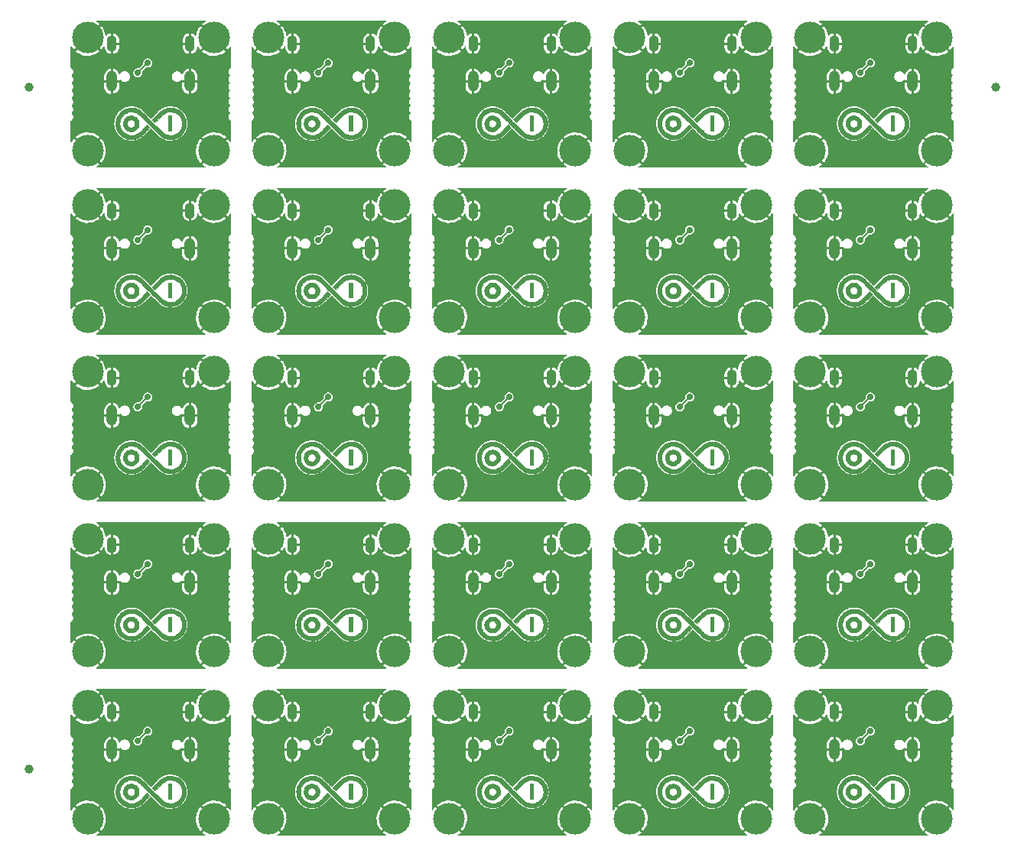
<source format=gbl>
%TF.GenerationSoftware,KiCad,Pcbnew,(6.0.9)*%
%TF.CreationDate,2022-12-08T00:33:12+08:00*%
%TF.ProjectId,without-power-switch-panelized,77697468-6f75-4742-9d70-6f7765722d73,rev?*%
%TF.SameCoordinates,PXe4e1c0PYe4e1c0*%
%TF.FileFunction,Copper,L2,Bot*%
%TF.FilePolarity,Positive*%
%FSLAX46Y46*%
G04 Gerber Fmt 4.6, Leading zero omitted, Abs format (unit mm)*
G04 Created by KiCad (PCBNEW (6.0.9)) date 2022-12-08 00:33:12*
%MOMM*%
%LPD*%
G01*
G04 APERTURE LIST*
%TA.AperFunction,EtchedComponent*%
%ADD10C,0.010000*%
%TD*%
%TA.AperFunction,ComponentPad*%
%ADD11C,3.500000*%
%TD*%
%TA.AperFunction,ComponentPad*%
%ADD12O,1.100000X1.800000*%
%TD*%
%TA.AperFunction,ComponentPad*%
%ADD13O,1.200000X2.300000*%
%TD*%
%TA.AperFunction,SMDPad,CuDef*%
%ADD14C,1.000000*%
%TD*%
%TA.AperFunction,ViaPad*%
%ADD15C,0.700000*%
%TD*%
%TA.AperFunction,Conductor*%
%ADD16C,0.200000*%
%TD*%
G04 APERTURE END LIST*
%TO.C,G\u002A\u002A\u002A*%
G36*
X78352165Y-46769923D02*
G01*
X78543506Y-46802168D01*
X78729691Y-46855760D01*
X78908989Y-46930065D01*
X79079669Y-47024449D01*
X79239999Y-47138279D01*
X79388248Y-47270919D01*
X79408600Y-47291603D01*
X79538089Y-47440284D01*
X79647102Y-47598578D01*
X79736895Y-47768517D01*
X79808722Y-47952135D01*
X79831075Y-48023277D01*
X79860874Y-48138440D01*
X79880529Y-48250692D01*
X79891358Y-48368416D01*
X79894676Y-48500000D01*
X79893599Y-48578193D01*
X79886103Y-48700747D01*
X79870335Y-48814286D01*
X79844980Y-48927197D01*
X79808722Y-49047864D01*
X79799463Y-49075154D01*
X79725133Y-49256683D01*
X79632657Y-49424824D01*
X79520780Y-49581612D01*
X79388248Y-49729080D01*
X79242996Y-49859453D01*
X79081384Y-49974760D01*
X78908832Y-50070300D01*
X78726752Y-50145393D01*
X78536558Y-50199364D01*
X78339664Y-50231534D01*
X78218330Y-50239647D01*
X78034224Y-50235373D01*
X77849940Y-50212268D01*
X77669802Y-50171167D01*
X77498138Y-50112906D01*
X77339273Y-50038320D01*
X77324062Y-50030011D01*
X77294947Y-50013963D01*
X77267522Y-49998357D01*
X77240882Y-49982358D01*
X77214127Y-49965128D01*
X77186354Y-49945829D01*
X77156661Y-49923625D01*
X77124144Y-49897679D01*
X77087903Y-49867154D01*
X77047034Y-49831212D01*
X77000635Y-49789017D01*
X76947805Y-49739732D01*
X76887640Y-49682519D01*
X76819238Y-49616542D01*
X76741697Y-49540962D01*
X76654116Y-49454945D01*
X76555590Y-49357651D01*
X76445219Y-49248245D01*
X76322099Y-49125890D01*
X76185329Y-48989747D01*
X76034006Y-48838981D01*
X75867228Y-48672753D01*
X75723173Y-48529288D01*
X75566525Y-48373574D01*
X75419318Y-48227567D01*
X75282172Y-48091873D01*
X75155708Y-47967101D01*
X75040546Y-47853857D01*
X74937307Y-47752750D01*
X74846611Y-47664386D01*
X74769079Y-47589374D01*
X74705332Y-47528320D01*
X74655989Y-47481833D01*
X74621672Y-47450520D01*
X74603000Y-47434988D01*
X74496982Y-47367330D01*
X74342622Y-47290759D01*
X74182398Y-47236396D01*
X74015471Y-47203973D01*
X73841000Y-47193225D01*
X73702134Y-47199637D01*
X73548593Y-47224253D01*
X73399994Y-47268565D01*
X73250872Y-47333875D01*
X73197164Y-47362361D01*
X73057431Y-47452246D01*
X72932768Y-47558140D01*
X72819955Y-47682648D01*
X72765950Y-47757786D01*
X72707409Y-47855599D01*
X72653412Y-47962055D01*
X72607727Y-48069669D01*
X72574124Y-48170954D01*
X72565856Y-48201712D01*
X72556632Y-48240317D01*
X72550186Y-48276586D01*
X72546027Y-48315604D01*
X72543664Y-48362455D01*
X72542606Y-48422226D01*
X72542362Y-48500000D01*
X72542467Y-48555980D01*
X72543222Y-48620752D01*
X72545131Y-48671040D01*
X72548685Y-48711928D01*
X72554374Y-48748502D01*
X72562690Y-48785846D01*
X72574124Y-48829045D01*
X72604126Y-48920774D01*
X72648871Y-49028123D01*
X72702270Y-49134993D01*
X72760555Y-49233898D01*
X72819955Y-49317351D01*
X72858622Y-49363359D01*
X72980694Y-49484777D01*
X73117630Y-49589286D01*
X73267486Y-49675526D01*
X73428312Y-49742139D01*
X73491193Y-49761417D01*
X73645443Y-49793017D01*
X73805904Y-49805822D01*
X73968286Y-49800122D01*
X74128297Y-49776208D01*
X74281647Y-49734369D01*
X74424046Y-49674894D01*
X74463507Y-49654420D01*
X74501337Y-49633099D01*
X74538480Y-49609847D01*
X74576620Y-49583207D01*
X74617442Y-49551724D01*
X74662631Y-49513940D01*
X74713871Y-49468400D01*
X74772847Y-49413647D01*
X74841243Y-49348224D01*
X74920744Y-49270676D01*
X75013035Y-49179545D01*
X75119799Y-49073375D01*
X75573097Y-48621615D01*
X75725935Y-48774676D01*
X75878773Y-48927738D01*
X75411182Y-49392723D01*
X75360962Y-49442627D01*
X75259352Y-49543245D01*
X75171425Y-49629590D01*
X75095437Y-49703161D01*
X75029641Y-49765462D01*
X74972292Y-49817993D01*
X74921644Y-49862257D01*
X74875952Y-49899755D01*
X74833470Y-49931989D01*
X74792452Y-49960461D01*
X74751153Y-49986673D01*
X74707827Y-50012125D01*
X74660728Y-50038320D01*
X74518876Y-50105751D01*
X74351547Y-50164458D01*
X74173504Y-50207385D01*
X73988934Y-50233318D01*
X73842600Y-50240340D01*
X73647836Y-50230076D01*
X73456495Y-50197831D01*
X73270310Y-50144239D01*
X73091012Y-50069934D01*
X72920332Y-49975550D01*
X72760002Y-49861720D01*
X72611753Y-49729080D01*
X72591401Y-49708396D01*
X72461912Y-49559715D01*
X72352899Y-49401421D01*
X72263106Y-49231482D01*
X72191279Y-49047864D01*
X72168926Y-48976722D01*
X72139127Y-48861559D01*
X72119472Y-48749308D01*
X72108643Y-48631583D01*
X72105325Y-48500000D01*
X72106402Y-48421807D01*
X72113898Y-48299253D01*
X72129666Y-48185713D01*
X72155021Y-48072802D01*
X72191279Y-47952135D01*
X72200538Y-47924845D01*
X72274868Y-47743317D01*
X72367344Y-47575175D01*
X72479221Y-47418387D01*
X72611753Y-47270919D01*
X72634318Y-47248659D01*
X72764497Y-47133561D01*
X72901806Y-47035450D01*
X73053338Y-46949157D01*
X73129364Y-46912272D01*
X73263094Y-46857578D01*
X73398586Y-46816273D01*
X73542504Y-46786479D01*
X73701509Y-46766316D01*
X73801174Y-46760371D01*
X73978801Y-46765459D01*
X74158604Y-46789160D01*
X74335550Y-46830447D01*
X74504602Y-46888295D01*
X74660728Y-46961679D01*
X74676171Y-46970115D01*
X74705292Y-46986166D01*
X74732721Y-47001772D01*
X74759362Y-47017772D01*
X74786116Y-47035000D01*
X74813887Y-47054296D01*
X74843576Y-47076496D01*
X74876085Y-47102437D01*
X74912318Y-47132956D01*
X74953177Y-47168890D01*
X74999564Y-47211077D01*
X75052382Y-47260354D01*
X75112532Y-47317558D01*
X75180918Y-47383525D01*
X75258442Y-47459094D01*
X75346006Y-47545100D01*
X75444513Y-47642382D01*
X75554865Y-47751777D01*
X75677965Y-47874121D01*
X75814714Y-48010252D01*
X75966016Y-48161007D01*
X76132773Y-48327223D01*
X76274660Y-48468540D01*
X76431765Y-48624722D01*
X76579357Y-48771123D01*
X76716821Y-48907144D01*
X76843544Y-49032183D01*
X76958913Y-49145639D01*
X77062312Y-49246911D01*
X77153130Y-49335399D01*
X77230751Y-49410501D01*
X77294563Y-49471616D01*
X77343951Y-49518144D01*
X77378301Y-49549484D01*
X77397000Y-49565034D01*
X77503101Y-49632719D01*
X77657471Y-49709276D01*
X77817673Y-49763623D01*
X77984564Y-49796031D01*
X78159000Y-49806774D01*
X78297867Y-49800363D01*
X78451408Y-49775746D01*
X78600007Y-49731434D01*
X78749129Y-49666125D01*
X78802837Y-49637638D01*
X78942570Y-49547753D01*
X79067233Y-49441859D01*
X79180046Y-49317351D01*
X79234051Y-49242213D01*
X79292592Y-49144400D01*
X79346589Y-49037944D01*
X79392274Y-48930330D01*
X79425877Y-48829045D01*
X79434145Y-48798287D01*
X79443369Y-48759682D01*
X79449815Y-48723413D01*
X79453974Y-48684395D01*
X79456337Y-48637544D01*
X79457395Y-48577774D01*
X79457639Y-48500000D01*
X79457534Y-48444019D01*
X79456779Y-48379247D01*
X79454870Y-48328959D01*
X79451316Y-48288071D01*
X79445627Y-48251497D01*
X79437311Y-48214154D01*
X79425877Y-48170954D01*
X79395875Y-48079225D01*
X79351130Y-47971876D01*
X79297731Y-47865006D01*
X79239446Y-47766101D01*
X79180046Y-47682648D01*
X79082336Y-47573521D01*
X78953621Y-47460567D01*
X78812669Y-47366402D01*
X78661105Y-47291806D01*
X78500555Y-47237558D01*
X78332645Y-47204438D01*
X78159001Y-47193225D01*
X78034934Y-47198584D01*
X77865793Y-47224636D01*
X77703625Y-47272560D01*
X77547628Y-47342609D01*
X77397000Y-47435039D01*
X77388682Y-47441369D01*
X77359400Y-47466401D01*
X77316487Y-47505297D01*
X77261758Y-47556329D01*
X77197029Y-47617765D01*
X77124116Y-47687878D01*
X77044834Y-47764935D01*
X76960999Y-47847207D01*
X76874427Y-47932965D01*
X76426899Y-48378381D01*
X76274064Y-48225321D01*
X76121228Y-48072261D01*
X76588819Y-47607277D01*
X76639039Y-47557372D01*
X76740649Y-47456754D01*
X76828576Y-47370410D01*
X76904564Y-47296838D01*
X76970360Y-47234537D01*
X77027709Y-47182006D01*
X77078357Y-47137742D01*
X77124049Y-47100244D01*
X77166531Y-47068010D01*
X77207549Y-47039538D01*
X77248848Y-47013327D01*
X77292174Y-46987874D01*
X77339273Y-46961679D01*
X77481125Y-46894248D01*
X77648454Y-46835541D01*
X77826497Y-46792614D01*
X78011067Y-46766681D01*
X78157401Y-46759659D01*
X78352165Y-46769923D01*
G37*
D10*
X78352165Y-46769923D02*
X78543506Y-46802168D01*
X78729691Y-46855760D01*
X78908989Y-46930065D01*
X79079669Y-47024449D01*
X79239999Y-47138279D01*
X79388248Y-47270919D01*
X79408600Y-47291603D01*
X79538089Y-47440284D01*
X79647102Y-47598578D01*
X79736895Y-47768517D01*
X79808722Y-47952135D01*
X79831075Y-48023277D01*
X79860874Y-48138440D01*
X79880529Y-48250692D01*
X79891358Y-48368416D01*
X79894676Y-48500000D01*
X79893599Y-48578193D01*
X79886103Y-48700747D01*
X79870335Y-48814286D01*
X79844980Y-48927197D01*
X79808722Y-49047864D01*
X79799463Y-49075154D01*
X79725133Y-49256683D01*
X79632657Y-49424824D01*
X79520780Y-49581612D01*
X79388248Y-49729080D01*
X79242996Y-49859453D01*
X79081384Y-49974760D01*
X78908832Y-50070300D01*
X78726752Y-50145393D01*
X78536558Y-50199364D01*
X78339664Y-50231534D01*
X78218330Y-50239647D01*
X78034224Y-50235373D01*
X77849940Y-50212268D01*
X77669802Y-50171167D01*
X77498138Y-50112906D01*
X77339273Y-50038320D01*
X77324062Y-50030011D01*
X77294947Y-50013963D01*
X77267522Y-49998357D01*
X77240882Y-49982358D01*
X77214127Y-49965128D01*
X77186354Y-49945829D01*
X77156661Y-49923625D01*
X77124144Y-49897679D01*
X77087903Y-49867154D01*
X77047034Y-49831212D01*
X77000635Y-49789017D01*
X76947805Y-49739732D01*
X76887640Y-49682519D01*
X76819238Y-49616542D01*
X76741697Y-49540962D01*
X76654116Y-49454945D01*
X76555590Y-49357651D01*
X76445219Y-49248245D01*
X76322099Y-49125890D01*
X76185329Y-48989747D01*
X76034006Y-48838981D01*
X75867228Y-48672753D01*
X75723173Y-48529288D01*
X75566525Y-48373574D01*
X75419318Y-48227567D01*
X75282172Y-48091873D01*
X75155708Y-47967101D01*
X75040546Y-47853857D01*
X74937307Y-47752750D01*
X74846611Y-47664386D01*
X74769079Y-47589374D01*
X74705332Y-47528320D01*
X74655989Y-47481833D01*
X74621672Y-47450520D01*
X74603000Y-47434988D01*
X74496982Y-47367330D01*
X74342622Y-47290759D01*
X74182398Y-47236396D01*
X74015471Y-47203973D01*
X73841000Y-47193225D01*
X73702134Y-47199637D01*
X73548593Y-47224253D01*
X73399994Y-47268565D01*
X73250872Y-47333875D01*
X73197164Y-47362361D01*
X73057431Y-47452246D01*
X72932768Y-47558140D01*
X72819955Y-47682648D01*
X72765950Y-47757786D01*
X72707409Y-47855599D01*
X72653412Y-47962055D01*
X72607727Y-48069669D01*
X72574124Y-48170954D01*
X72565856Y-48201712D01*
X72556632Y-48240317D01*
X72550186Y-48276586D01*
X72546027Y-48315604D01*
X72543664Y-48362455D01*
X72542606Y-48422226D01*
X72542362Y-48500000D01*
X72542467Y-48555980D01*
X72543222Y-48620752D01*
X72545131Y-48671040D01*
X72548685Y-48711928D01*
X72554374Y-48748502D01*
X72562690Y-48785846D01*
X72574124Y-48829045D01*
X72604126Y-48920774D01*
X72648871Y-49028123D01*
X72702270Y-49134993D01*
X72760555Y-49233898D01*
X72819955Y-49317351D01*
X72858622Y-49363359D01*
X72980694Y-49484777D01*
X73117630Y-49589286D01*
X73267486Y-49675526D01*
X73428312Y-49742139D01*
X73491193Y-49761417D01*
X73645443Y-49793017D01*
X73805904Y-49805822D01*
X73968286Y-49800122D01*
X74128297Y-49776208D01*
X74281647Y-49734369D01*
X74424046Y-49674894D01*
X74463507Y-49654420D01*
X74501337Y-49633099D01*
X74538480Y-49609847D01*
X74576620Y-49583207D01*
X74617442Y-49551724D01*
X74662631Y-49513940D01*
X74713871Y-49468400D01*
X74772847Y-49413647D01*
X74841243Y-49348224D01*
X74920744Y-49270676D01*
X75013035Y-49179545D01*
X75119799Y-49073375D01*
X75573097Y-48621615D01*
X75725935Y-48774676D01*
X75878773Y-48927738D01*
X75411182Y-49392723D01*
X75360962Y-49442627D01*
X75259352Y-49543245D01*
X75171425Y-49629590D01*
X75095437Y-49703161D01*
X75029641Y-49765462D01*
X74972292Y-49817993D01*
X74921644Y-49862257D01*
X74875952Y-49899755D01*
X74833470Y-49931989D01*
X74792452Y-49960461D01*
X74751153Y-49986673D01*
X74707827Y-50012125D01*
X74660728Y-50038320D01*
X74518876Y-50105751D01*
X74351547Y-50164458D01*
X74173504Y-50207385D01*
X73988934Y-50233318D01*
X73842600Y-50240340D01*
X73647836Y-50230076D01*
X73456495Y-50197831D01*
X73270310Y-50144239D01*
X73091012Y-50069934D01*
X72920332Y-49975550D01*
X72760002Y-49861720D01*
X72611753Y-49729080D01*
X72591401Y-49708396D01*
X72461912Y-49559715D01*
X72352899Y-49401421D01*
X72263106Y-49231482D01*
X72191279Y-49047864D01*
X72168926Y-48976722D01*
X72139127Y-48861559D01*
X72119472Y-48749308D01*
X72108643Y-48631583D01*
X72105325Y-48500000D01*
X72106402Y-48421807D01*
X72113898Y-48299253D01*
X72129666Y-48185713D01*
X72155021Y-48072802D01*
X72191279Y-47952135D01*
X72200538Y-47924845D01*
X72274868Y-47743317D01*
X72367344Y-47575175D01*
X72479221Y-47418387D01*
X72611753Y-47270919D01*
X72634318Y-47248659D01*
X72764497Y-47133561D01*
X72901806Y-47035450D01*
X73053338Y-46949157D01*
X73129364Y-46912272D01*
X73263094Y-46857578D01*
X73398586Y-46816273D01*
X73542504Y-46786479D01*
X73701509Y-46766316D01*
X73801174Y-46760371D01*
X73978801Y-46765459D01*
X74158604Y-46789160D01*
X74335550Y-46830447D01*
X74504602Y-46888295D01*
X74660728Y-46961679D01*
X74676171Y-46970115D01*
X74705292Y-46986166D01*
X74732721Y-47001772D01*
X74759362Y-47017772D01*
X74786116Y-47035000D01*
X74813887Y-47054296D01*
X74843576Y-47076496D01*
X74876085Y-47102437D01*
X74912318Y-47132956D01*
X74953177Y-47168890D01*
X74999564Y-47211077D01*
X75052382Y-47260354D01*
X75112532Y-47317558D01*
X75180918Y-47383525D01*
X75258442Y-47459094D01*
X75346006Y-47545100D01*
X75444513Y-47642382D01*
X75554865Y-47751777D01*
X75677965Y-47874121D01*
X75814714Y-48010252D01*
X75966016Y-48161007D01*
X76132773Y-48327223D01*
X76274660Y-48468540D01*
X76431765Y-48624722D01*
X76579357Y-48771123D01*
X76716821Y-48907144D01*
X76843544Y-49032183D01*
X76958913Y-49145639D01*
X77062312Y-49246911D01*
X77153130Y-49335399D01*
X77230751Y-49410501D01*
X77294563Y-49471616D01*
X77343951Y-49518144D01*
X77378301Y-49549484D01*
X77397000Y-49565034D01*
X77503101Y-49632719D01*
X77657471Y-49709276D01*
X77817673Y-49763623D01*
X77984564Y-49796031D01*
X78159000Y-49806774D01*
X78297867Y-49800363D01*
X78451408Y-49775746D01*
X78600007Y-49731434D01*
X78749129Y-49666125D01*
X78802837Y-49637638D01*
X78942570Y-49547753D01*
X79067233Y-49441859D01*
X79180046Y-49317351D01*
X79234051Y-49242213D01*
X79292592Y-49144400D01*
X79346589Y-49037944D01*
X79392274Y-48930330D01*
X79425877Y-48829045D01*
X79434145Y-48798287D01*
X79443369Y-48759682D01*
X79449815Y-48723413D01*
X79453974Y-48684395D01*
X79456337Y-48637544D01*
X79457395Y-48577774D01*
X79457639Y-48500000D01*
X79457534Y-48444019D01*
X79456779Y-48379247D01*
X79454870Y-48328959D01*
X79451316Y-48288071D01*
X79445627Y-48251497D01*
X79437311Y-48214154D01*
X79425877Y-48170954D01*
X79395875Y-48079225D01*
X79351130Y-47971876D01*
X79297731Y-47865006D01*
X79239446Y-47766101D01*
X79180046Y-47682648D01*
X79082336Y-47573521D01*
X78953621Y-47460567D01*
X78812669Y-47366402D01*
X78661105Y-47291806D01*
X78500555Y-47237558D01*
X78332645Y-47204438D01*
X78159001Y-47193225D01*
X78034934Y-47198584D01*
X77865793Y-47224636D01*
X77703625Y-47272560D01*
X77547628Y-47342609D01*
X77397000Y-47435039D01*
X77388682Y-47441369D01*
X77359400Y-47466401D01*
X77316487Y-47505297D01*
X77261758Y-47556329D01*
X77197029Y-47617765D01*
X77124116Y-47687878D01*
X77044834Y-47764935D01*
X76960999Y-47847207D01*
X76874427Y-47932965D01*
X76426899Y-48378381D01*
X76274064Y-48225321D01*
X76121228Y-48072261D01*
X76588819Y-47607277D01*
X76639039Y-47557372D01*
X76740649Y-47456754D01*
X76828576Y-47370410D01*
X76904564Y-47296838D01*
X76970360Y-47234537D01*
X77027709Y-47182006D01*
X77078357Y-47137742D01*
X77124049Y-47100244D01*
X77166531Y-47068010D01*
X77207549Y-47039538D01*
X77248848Y-47013327D01*
X77292174Y-46987874D01*
X77339273Y-46961679D01*
X77481125Y-46894248D01*
X77648454Y-46835541D01*
X77826497Y-46792614D01*
X78011067Y-46766681D01*
X78157401Y-46759659D01*
X78352165Y-46769923D01*
G36*
X78378364Y-49365909D02*
G01*
X77939637Y-49365909D01*
X77939637Y-47634091D01*
X78378364Y-47634091D01*
X78378364Y-49365909D01*
G37*
G36*
X74656134Y-48631464D02*
G01*
X74639122Y-48722674D01*
X74594247Y-48849244D01*
X74529125Y-48968410D01*
X74446502Y-49076043D01*
X74348594Y-49170021D01*
X74237617Y-49248220D01*
X74115786Y-49308520D01*
X73985319Y-49348797D01*
X73932358Y-49357450D01*
X73850644Y-49363563D01*
X73762949Y-49363898D01*
X73678517Y-49358489D01*
X73606598Y-49347372D01*
X73500585Y-49316282D01*
X73376562Y-49259282D01*
X73263501Y-49183843D01*
X73163432Y-49091888D01*
X73078386Y-48985340D01*
X73010392Y-48866124D01*
X72961481Y-48736161D01*
X72945791Y-48664540D01*
X72935086Y-48563464D01*
X72934779Y-48529249D01*
X73361245Y-48529249D01*
X73375507Y-48614502D01*
X73406993Y-48695890D01*
X73455714Y-48770545D01*
X73521677Y-48835598D01*
X73604892Y-48888181D01*
X73635286Y-48902646D01*
X73680964Y-48920448D01*
X73723853Y-48930007D01*
X73774563Y-48934202D01*
X73821001Y-48934541D01*
X73867692Y-48931923D01*
X73901793Y-48926842D01*
X73927124Y-48919427D01*
X74008721Y-48881583D01*
X74083994Y-48826388D01*
X74147699Y-48758236D01*
X74194590Y-48681522D01*
X74201997Y-48665096D01*
X74215505Y-48629939D01*
X74223312Y-48596127D01*
X74226906Y-48555525D01*
X74227773Y-48500000D01*
X74227656Y-48475261D01*
X74225866Y-48426741D01*
X74220750Y-48389860D01*
X74210820Y-48356483D01*
X74194590Y-48318478D01*
X74170826Y-48275347D01*
X74115528Y-48205090D01*
X74046852Y-48144113D01*
X73970917Y-48098439D01*
X73969193Y-48097640D01*
X73931827Y-48082187D01*
X73896821Y-48073009D01*
X73855710Y-48068565D01*
X73800032Y-48067314D01*
X73760757Y-48067531D01*
X73719666Y-48069928D01*
X73686332Y-48076578D01*
X73651839Y-48089488D01*
X73607269Y-48110663D01*
X73548012Y-48145402D01*
X73476278Y-48206954D01*
X73421726Y-48278983D01*
X73384364Y-48358621D01*
X73364201Y-48442999D01*
X73361245Y-48529249D01*
X72934779Y-48529249D01*
X72934132Y-48457180D01*
X72942931Y-48354400D01*
X72961481Y-48263838D01*
X72974802Y-48221351D01*
X73030739Y-48091660D01*
X73105448Y-47974813D01*
X73197823Y-47872105D01*
X73306755Y-47784833D01*
X73431137Y-47714291D01*
X73526958Y-47675134D01*
X73623673Y-47649320D01*
X73725344Y-47637122D01*
X73839729Y-47637073D01*
X73877549Y-47639317D01*
X74001554Y-47656078D01*
X74112873Y-47688006D01*
X74215720Y-47736988D01*
X74314307Y-47804909D01*
X74412849Y-47893655D01*
X74474586Y-47960355D01*
X74546305Y-48058066D01*
X74600148Y-48162022D01*
X74639122Y-48277326D01*
X74649473Y-48324395D01*
X74661309Y-48423073D01*
X74662930Y-48500000D01*
X74663530Y-48528514D01*
X74656134Y-48631464D01*
G37*
X74656134Y-48631464D02*
X74639122Y-48722674D01*
X74594247Y-48849244D01*
X74529125Y-48968410D01*
X74446502Y-49076043D01*
X74348594Y-49170021D01*
X74237617Y-49248220D01*
X74115786Y-49308520D01*
X73985319Y-49348797D01*
X73932358Y-49357450D01*
X73850644Y-49363563D01*
X73762949Y-49363898D01*
X73678517Y-49358489D01*
X73606598Y-49347372D01*
X73500585Y-49316282D01*
X73376562Y-49259282D01*
X73263501Y-49183843D01*
X73163432Y-49091888D01*
X73078386Y-48985340D01*
X73010392Y-48866124D01*
X72961481Y-48736161D01*
X72945791Y-48664540D01*
X72935086Y-48563464D01*
X72934779Y-48529249D01*
X73361245Y-48529249D01*
X73375507Y-48614502D01*
X73406993Y-48695890D01*
X73455714Y-48770545D01*
X73521677Y-48835598D01*
X73604892Y-48888181D01*
X73635286Y-48902646D01*
X73680964Y-48920448D01*
X73723853Y-48930007D01*
X73774563Y-48934202D01*
X73821001Y-48934541D01*
X73867692Y-48931923D01*
X73901793Y-48926842D01*
X73927124Y-48919427D01*
X74008721Y-48881583D01*
X74083994Y-48826388D01*
X74147699Y-48758236D01*
X74194590Y-48681522D01*
X74201997Y-48665096D01*
X74215505Y-48629939D01*
X74223312Y-48596127D01*
X74226906Y-48555525D01*
X74227773Y-48500000D01*
X74227656Y-48475261D01*
X74225866Y-48426741D01*
X74220750Y-48389860D01*
X74210820Y-48356483D01*
X74194590Y-48318478D01*
X74170826Y-48275347D01*
X74115528Y-48205090D01*
X74046852Y-48144113D01*
X73970917Y-48098439D01*
X73969193Y-48097640D01*
X73931827Y-48082187D01*
X73896821Y-48073009D01*
X73855710Y-48068565D01*
X73800032Y-48067314D01*
X73760757Y-48067531D01*
X73719666Y-48069928D01*
X73686332Y-48076578D01*
X73651839Y-48089488D01*
X73607269Y-48110663D01*
X73548012Y-48145402D01*
X73476278Y-48206954D01*
X73421726Y-48278983D01*
X73384364Y-48358621D01*
X73364201Y-48442999D01*
X73361245Y-48529249D01*
X72934779Y-48529249D01*
X72934132Y-48457180D01*
X72942931Y-48354400D01*
X72961481Y-48263838D01*
X72974802Y-48221351D01*
X73030739Y-48091660D01*
X73105448Y-47974813D01*
X73197823Y-47872105D01*
X73306755Y-47784833D01*
X73431137Y-47714291D01*
X73526958Y-47675134D01*
X73623673Y-47649320D01*
X73725344Y-47637122D01*
X73839729Y-47637073D01*
X73877549Y-47639317D01*
X74001554Y-47656078D01*
X74112873Y-47688006D01*
X74215720Y-47736988D01*
X74314307Y-47804909D01*
X74412849Y-47893655D01*
X74474586Y-47960355D01*
X74546305Y-48058066D01*
X74600148Y-48162022D01*
X74639122Y-48277326D01*
X74649473Y-48324395D01*
X74661309Y-48423073D01*
X74662930Y-48500000D01*
X74663530Y-48528514D01*
X74656134Y-48631464D01*
G36*
X94656134Y-48631464D02*
G01*
X94639122Y-48722674D01*
X94594247Y-48849244D01*
X94529125Y-48968410D01*
X94446502Y-49076043D01*
X94348594Y-49170021D01*
X94237617Y-49248220D01*
X94115786Y-49308520D01*
X93985319Y-49348797D01*
X93932358Y-49357450D01*
X93850644Y-49363563D01*
X93762949Y-49363898D01*
X93678517Y-49358489D01*
X93606598Y-49347372D01*
X93500585Y-49316282D01*
X93376562Y-49259282D01*
X93263501Y-49183843D01*
X93163432Y-49091888D01*
X93078386Y-48985340D01*
X93010392Y-48866124D01*
X92961481Y-48736161D01*
X92945791Y-48664540D01*
X92935086Y-48563464D01*
X92934779Y-48529249D01*
X93361245Y-48529249D01*
X93375507Y-48614502D01*
X93406993Y-48695890D01*
X93455714Y-48770545D01*
X93521677Y-48835598D01*
X93604892Y-48888181D01*
X93635286Y-48902646D01*
X93680964Y-48920448D01*
X93723853Y-48930007D01*
X93774563Y-48934202D01*
X93821001Y-48934541D01*
X93867692Y-48931923D01*
X93901793Y-48926842D01*
X93927124Y-48919427D01*
X94008721Y-48881583D01*
X94083994Y-48826388D01*
X94147699Y-48758236D01*
X94194590Y-48681522D01*
X94201997Y-48665096D01*
X94215505Y-48629939D01*
X94223312Y-48596127D01*
X94226906Y-48555525D01*
X94227773Y-48500000D01*
X94227656Y-48475261D01*
X94225866Y-48426741D01*
X94220750Y-48389860D01*
X94210820Y-48356483D01*
X94194590Y-48318478D01*
X94170826Y-48275347D01*
X94115528Y-48205090D01*
X94046852Y-48144113D01*
X93970917Y-48098439D01*
X93969193Y-48097640D01*
X93931827Y-48082187D01*
X93896821Y-48073009D01*
X93855710Y-48068565D01*
X93800032Y-48067314D01*
X93760757Y-48067531D01*
X93719666Y-48069928D01*
X93686332Y-48076578D01*
X93651839Y-48089488D01*
X93607269Y-48110663D01*
X93548012Y-48145402D01*
X93476278Y-48206954D01*
X93421726Y-48278983D01*
X93384364Y-48358621D01*
X93364201Y-48442999D01*
X93361245Y-48529249D01*
X92934779Y-48529249D01*
X92934132Y-48457180D01*
X92942931Y-48354400D01*
X92961481Y-48263838D01*
X92974802Y-48221351D01*
X93030739Y-48091660D01*
X93105448Y-47974813D01*
X93197823Y-47872105D01*
X93306755Y-47784833D01*
X93431137Y-47714291D01*
X93526958Y-47675134D01*
X93623673Y-47649320D01*
X93725344Y-47637122D01*
X93839729Y-47637073D01*
X93877549Y-47639317D01*
X94001554Y-47656078D01*
X94112873Y-47688006D01*
X94215720Y-47736988D01*
X94314307Y-47804909D01*
X94412849Y-47893655D01*
X94474586Y-47960355D01*
X94546305Y-48058066D01*
X94600148Y-48162022D01*
X94639122Y-48277326D01*
X94649473Y-48324395D01*
X94661309Y-48423073D01*
X94662930Y-48500000D01*
X94663530Y-48528514D01*
X94656134Y-48631464D01*
G37*
X94656134Y-48631464D02*
X94639122Y-48722674D01*
X94594247Y-48849244D01*
X94529125Y-48968410D01*
X94446502Y-49076043D01*
X94348594Y-49170021D01*
X94237617Y-49248220D01*
X94115786Y-49308520D01*
X93985319Y-49348797D01*
X93932358Y-49357450D01*
X93850644Y-49363563D01*
X93762949Y-49363898D01*
X93678517Y-49358489D01*
X93606598Y-49347372D01*
X93500585Y-49316282D01*
X93376562Y-49259282D01*
X93263501Y-49183843D01*
X93163432Y-49091888D01*
X93078386Y-48985340D01*
X93010392Y-48866124D01*
X92961481Y-48736161D01*
X92945791Y-48664540D01*
X92935086Y-48563464D01*
X92934779Y-48529249D01*
X93361245Y-48529249D01*
X93375507Y-48614502D01*
X93406993Y-48695890D01*
X93455714Y-48770545D01*
X93521677Y-48835598D01*
X93604892Y-48888181D01*
X93635286Y-48902646D01*
X93680964Y-48920448D01*
X93723853Y-48930007D01*
X93774563Y-48934202D01*
X93821001Y-48934541D01*
X93867692Y-48931923D01*
X93901793Y-48926842D01*
X93927124Y-48919427D01*
X94008721Y-48881583D01*
X94083994Y-48826388D01*
X94147699Y-48758236D01*
X94194590Y-48681522D01*
X94201997Y-48665096D01*
X94215505Y-48629939D01*
X94223312Y-48596127D01*
X94226906Y-48555525D01*
X94227773Y-48500000D01*
X94227656Y-48475261D01*
X94225866Y-48426741D01*
X94220750Y-48389860D01*
X94210820Y-48356483D01*
X94194590Y-48318478D01*
X94170826Y-48275347D01*
X94115528Y-48205090D01*
X94046852Y-48144113D01*
X93970917Y-48098439D01*
X93969193Y-48097640D01*
X93931827Y-48082187D01*
X93896821Y-48073009D01*
X93855710Y-48068565D01*
X93800032Y-48067314D01*
X93760757Y-48067531D01*
X93719666Y-48069928D01*
X93686332Y-48076578D01*
X93651839Y-48089488D01*
X93607269Y-48110663D01*
X93548012Y-48145402D01*
X93476278Y-48206954D01*
X93421726Y-48278983D01*
X93384364Y-48358621D01*
X93364201Y-48442999D01*
X93361245Y-48529249D01*
X92934779Y-48529249D01*
X92934132Y-48457180D01*
X92942931Y-48354400D01*
X92961481Y-48263838D01*
X92974802Y-48221351D01*
X93030739Y-48091660D01*
X93105448Y-47974813D01*
X93197823Y-47872105D01*
X93306755Y-47784833D01*
X93431137Y-47714291D01*
X93526958Y-47675134D01*
X93623673Y-47649320D01*
X93725344Y-47637122D01*
X93839729Y-47637073D01*
X93877549Y-47639317D01*
X94001554Y-47656078D01*
X94112873Y-47688006D01*
X94215720Y-47736988D01*
X94314307Y-47804909D01*
X94412849Y-47893655D01*
X94474586Y-47960355D01*
X94546305Y-48058066D01*
X94600148Y-48162022D01*
X94639122Y-48277326D01*
X94649473Y-48324395D01*
X94661309Y-48423073D01*
X94662930Y-48500000D01*
X94663530Y-48528514D01*
X94656134Y-48631464D01*
G36*
X98378364Y-49365909D02*
G01*
X97939637Y-49365909D01*
X97939637Y-47634091D01*
X98378364Y-47634091D01*
X98378364Y-49365909D01*
G37*
G36*
X98352165Y-46769923D02*
G01*
X98543506Y-46802168D01*
X98729691Y-46855760D01*
X98908989Y-46930065D01*
X99079669Y-47024449D01*
X99239999Y-47138279D01*
X99388248Y-47270919D01*
X99408600Y-47291603D01*
X99538089Y-47440284D01*
X99647102Y-47598578D01*
X99736895Y-47768517D01*
X99808722Y-47952135D01*
X99831075Y-48023277D01*
X99860874Y-48138440D01*
X99880529Y-48250692D01*
X99891358Y-48368416D01*
X99894676Y-48500000D01*
X99893599Y-48578193D01*
X99886103Y-48700747D01*
X99870335Y-48814286D01*
X99844980Y-48927197D01*
X99808722Y-49047864D01*
X99799463Y-49075154D01*
X99725133Y-49256683D01*
X99632657Y-49424824D01*
X99520780Y-49581612D01*
X99388248Y-49729080D01*
X99242996Y-49859453D01*
X99081384Y-49974760D01*
X98908832Y-50070300D01*
X98726752Y-50145393D01*
X98536558Y-50199364D01*
X98339664Y-50231534D01*
X98218330Y-50239647D01*
X98034224Y-50235373D01*
X97849940Y-50212268D01*
X97669802Y-50171167D01*
X97498138Y-50112906D01*
X97339273Y-50038320D01*
X97324062Y-50030011D01*
X97294947Y-50013963D01*
X97267522Y-49998357D01*
X97240882Y-49982358D01*
X97214127Y-49965128D01*
X97186354Y-49945829D01*
X97156661Y-49923625D01*
X97124144Y-49897679D01*
X97087903Y-49867154D01*
X97047034Y-49831212D01*
X97000635Y-49789017D01*
X96947805Y-49739732D01*
X96887640Y-49682519D01*
X96819238Y-49616542D01*
X96741697Y-49540962D01*
X96654116Y-49454945D01*
X96555590Y-49357651D01*
X96445219Y-49248245D01*
X96322099Y-49125890D01*
X96185329Y-48989747D01*
X96034006Y-48838981D01*
X95867228Y-48672753D01*
X95723173Y-48529288D01*
X95566525Y-48373574D01*
X95419318Y-48227567D01*
X95282172Y-48091873D01*
X95155708Y-47967101D01*
X95040546Y-47853857D01*
X94937307Y-47752750D01*
X94846611Y-47664386D01*
X94769079Y-47589374D01*
X94705332Y-47528320D01*
X94655989Y-47481833D01*
X94621672Y-47450520D01*
X94603000Y-47434988D01*
X94496982Y-47367330D01*
X94342622Y-47290759D01*
X94182398Y-47236396D01*
X94015471Y-47203973D01*
X93841000Y-47193225D01*
X93702134Y-47199637D01*
X93548593Y-47224253D01*
X93399994Y-47268565D01*
X93250872Y-47333875D01*
X93197164Y-47362361D01*
X93057431Y-47452246D01*
X92932768Y-47558140D01*
X92819955Y-47682648D01*
X92765950Y-47757786D01*
X92707409Y-47855599D01*
X92653412Y-47962055D01*
X92607727Y-48069669D01*
X92574124Y-48170954D01*
X92565856Y-48201712D01*
X92556632Y-48240317D01*
X92550186Y-48276586D01*
X92546027Y-48315604D01*
X92543664Y-48362455D01*
X92542606Y-48422226D01*
X92542362Y-48500000D01*
X92542467Y-48555980D01*
X92543222Y-48620752D01*
X92545131Y-48671040D01*
X92548685Y-48711928D01*
X92554374Y-48748502D01*
X92562690Y-48785846D01*
X92574124Y-48829045D01*
X92604126Y-48920774D01*
X92648871Y-49028123D01*
X92702270Y-49134993D01*
X92760555Y-49233898D01*
X92819955Y-49317351D01*
X92858622Y-49363359D01*
X92980694Y-49484777D01*
X93117630Y-49589286D01*
X93267486Y-49675526D01*
X93428312Y-49742139D01*
X93491193Y-49761417D01*
X93645443Y-49793017D01*
X93805904Y-49805822D01*
X93968286Y-49800122D01*
X94128297Y-49776208D01*
X94281647Y-49734369D01*
X94424046Y-49674894D01*
X94463507Y-49654420D01*
X94501337Y-49633099D01*
X94538480Y-49609847D01*
X94576620Y-49583207D01*
X94617442Y-49551724D01*
X94662631Y-49513940D01*
X94713871Y-49468400D01*
X94772847Y-49413647D01*
X94841243Y-49348224D01*
X94920744Y-49270676D01*
X95013035Y-49179545D01*
X95119799Y-49073375D01*
X95573097Y-48621615D01*
X95725935Y-48774676D01*
X95878773Y-48927738D01*
X95411182Y-49392723D01*
X95360962Y-49442627D01*
X95259352Y-49543245D01*
X95171425Y-49629590D01*
X95095437Y-49703161D01*
X95029641Y-49765462D01*
X94972292Y-49817993D01*
X94921644Y-49862257D01*
X94875952Y-49899755D01*
X94833470Y-49931989D01*
X94792452Y-49960461D01*
X94751153Y-49986673D01*
X94707827Y-50012125D01*
X94660728Y-50038320D01*
X94518876Y-50105751D01*
X94351547Y-50164458D01*
X94173504Y-50207385D01*
X93988934Y-50233318D01*
X93842600Y-50240340D01*
X93647836Y-50230076D01*
X93456495Y-50197831D01*
X93270310Y-50144239D01*
X93091012Y-50069934D01*
X92920332Y-49975550D01*
X92760002Y-49861720D01*
X92611753Y-49729080D01*
X92591401Y-49708396D01*
X92461912Y-49559715D01*
X92352899Y-49401421D01*
X92263106Y-49231482D01*
X92191279Y-49047864D01*
X92168926Y-48976722D01*
X92139127Y-48861559D01*
X92119472Y-48749308D01*
X92108643Y-48631583D01*
X92105325Y-48500000D01*
X92106402Y-48421807D01*
X92113898Y-48299253D01*
X92129666Y-48185713D01*
X92155021Y-48072802D01*
X92191279Y-47952135D01*
X92200538Y-47924845D01*
X92274868Y-47743317D01*
X92367344Y-47575175D01*
X92479221Y-47418387D01*
X92611753Y-47270919D01*
X92634318Y-47248659D01*
X92764497Y-47133561D01*
X92901806Y-47035450D01*
X93053338Y-46949157D01*
X93129364Y-46912272D01*
X93263094Y-46857578D01*
X93398586Y-46816273D01*
X93542504Y-46786479D01*
X93701509Y-46766316D01*
X93801174Y-46760371D01*
X93978801Y-46765459D01*
X94158604Y-46789160D01*
X94335550Y-46830447D01*
X94504602Y-46888295D01*
X94660728Y-46961679D01*
X94676171Y-46970115D01*
X94705292Y-46986166D01*
X94732721Y-47001772D01*
X94759362Y-47017772D01*
X94786116Y-47035000D01*
X94813887Y-47054296D01*
X94843576Y-47076496D01*
X94876085Y-47102437D01*
X94912318Y-47132956D01*
X94953177Y-47168890D01*
X94999564Y-47211077D01*
X95052382Y-47260354D01*
X95112532Y-47317558D01*
X95180918Y-47383525D01*
X95258442Y-47459094D01*
X95346006Y-47545100D01*
X95444513Y-47642382D01*
X95554865Y-47751777D01*
X95677965Y-47874121D01*
X95814714Y-48010252D01*
X95966016Y-48161007D01*
X96132773Y-48327223D01*
X96274660Y-48468540D01*
X96431765Y-48624722D01*
X96579357Y-48771123D01*
X96716821Y-48907144D01*
X96843544Y-49032183D01*
X96958913Y-49145639D01*
X97062312Y-49246911D01*
X97153130Y-49335399D01*
X97230751Y-49410501D01*
X97294563Y-49471616D01*
X97343951Y-49518144D01*
X97378301Y-49549484D01*
X97397000Y-49565034D01*
X97503101Y-49632719D01*
X97657471Y-49709276D01*
X97817673Y-49763623D01*
X97984564Y-49796031D01*
X98159000Y-49806774D01*
X98297867Y-49800363D01*
X98451408Y-49775746D01*
X98600007Y-49731434D01*
X98749129Y-49666125D01*
X98802837Y-49637638D01*
X98942570Y-49547753D01*
X99067233Y-49441859D01*
X99180046Y-49317351D01*
X99234051Y-49242213D01*
X99292592Y-49144400D01*
X99346589Y-49037944D01*
X99392274Y-48930330D01*
X99425877Y-48829045D01*
X99434145Y-48798287D01*
X99443369Y-48759682D01*
X99449815Y-48723413D01*
X99453974Y-48684395D01*
X99456337Y-48637544D01*
X99457395Y-48577774D01*
X99457639Y-48500000D01*
X99457534Y-48444019D01*
X99456779Y-48379247D01*
X99454870Y-48328959D01*
X99451316Y-48288071D01*
X99445627Y-48251497D01*
X99437311Y-48214154D01*
X99425877Y-48170954D01*
X99395875Y-48079225D01*
X99351130Y-47971876D01*
X99297731Y-47865006D01*
X99239446Y-47766101D01*
X99180046Y-47682648D01*
X99082336Y-47573521D01*
X98953621Y-47460567D01*
X98812669Y-47366402D01*
X98661105Y-47291806D01*
X98500555Y-47237558D01*
X98332645Y-47204438D01*
X98159001Y-47193225D01*
X98034934Y-47198584D01*
X97865793Y-47224636D01*
X97703625Y-47272560D01*
X97547628Y-47342609D01*
X97397000Y-47435039D01*
X97388682Y-47441369D01*
X97359400Y-47466401D01*
X97316487Y-47505297D01*
X97261758Y-47556329D01*
X97197029Y-47617765D01*
X97124116Y-47687878D01*
X97044834Y-47764935D01*
X96960999Y-47847207D01*
X96874427Y-47932965D01*
X96426899Y-48378381D01*
X96274064Y-48225321D01*
X96121228Y-48072261D01*
X96588819Y-47607277D01*
X96639039Y-47557372D01*
X96740649Y-47456754D01*
X96828576Y-47370410D01*
X96904564Y-47296838D01*
X96970360Y-47234537D01*
X97027709Y-47182006D01*
X97078357Y-47137742D01*
X97124049Y-47100244D01*
X97166531Y-47068010D01*
X97207549Y-47039538D01*
X97248848Y-47013327D01*
X97292174Y-46987874D01*
X97339273Y-46961679D01*
X97481125Y-46894248D01*
X97648454Y-46835541D01*
X97826497Y-46792614D01*
X98011067Y-46766681D01*
X98157401Y-46759659D01*
X98352165Y-46769923D01*
G37*
X98352165Y-46769923D02*
X98543506Y-46802168D01*
X98729691Y-46855760D01*
X98908989Y-46930065D01*
X99079669Y-47024449D01*
X99239999Y-47138279D01*
X99388248Y-47270919D01*
X99408600Y-47291603D01*
X99538089Y-47440284D01*
X99647102Y-47598578D01*
X99736895Y-47768517D01*
X99808722Y-47952135D01*
X99831075Y-48023277D01*
X99860874Y-48138440D01*
X99880529Y-48250692D01*
X99891358Y-48368416D01*
X99894676Y-48500000D01*
X99893599Y-48578193D01*
X99886103Y-48700747D01*
X99870335Y-48814286D01*
X99844980Y-48927197D01*
X99808722Y-49047864D01*
X99799463Y-49075154D01*
X99725133Y-49256683D01*
X99632657Y-49424824D01*
X99520780Y-49581612D01*
X99388248Y-49729080D01*
X99242996Y-49859453D01*
X99081384Y-49974760D01*
X98908832Y-50070300D01*
X98726752Y-50145393D01*
X98536558Y-50199364D01*
X98339664Y-50231534D01*
X98218330Y-50239647D01*
X98034224Y-50235373D01*
X97849940Y-50212268D01*
X97669802Y-50171167D01*
X97498138Y-50112906D01*
X97339273Y-50038320D01*
X97324062Y-50030011D01*
X97294947Y-50013963D01*
X97267522Y-49998357D01*
X97240882Y-49982358D01*
X97214127Y-49965128D01*
X97186354Y-49945829D01*
X97156661Y-49923625D01*
X97124144Y-49897679D01*
X97087903Y-49867154D01*
X97047034Y-49831212D01*
X97000635Y-49789017D01*
X96947805Y-49739732D01*
X96887640Y-49682519D01*
X96819238Y-49616542D01*
X96741697Y-49540962D01*
X96654116Y-49454945D01*
X96555590Y-49357651D01*
X96445219Y-49248245D01*
X96322099Y-49125890D01*
X96185329Y-48989747D01*
X96034006Y-48838981D01*
X95867228Y-48672753D01*
X95723173Y-48529288D01*
X95566525Y-48373574D01*
X95419318Y-48227567D01*
X95282172Y-48091873D01*
X95155708Y-47967101D01*
X95040546Y-47853857D01*
X94937307Y-47752750D01*
X94846611Y-47664386D01*
X94769079Y-47589374D01*
X94705332Y-47528320D01*
X94655989Y-47481833D01*
X94621672Y-47450520D01*
X94603000Y-47434988D01*
X94496982Y-47367330D01*
X94342622Y-47290759D01*
X94182398Y-47236396D01*
X94015471Y-47203973D01*
X93841000Y-47193225D01*
X93702134Y-47199637D01*
X93548593Y-47224253D01*
X93399994Y-47268565D01*
X93250872Y-47333875D01*
X93197164Y-47362361D01*
X93057431Y-47452246D01*
X92932768Y-47558140D01*
X92819955Y-47682648D01*
X92765950Y-47757786D01*
X92707409Y-47855599D01*
X92653412Y-47962055D01*
X92607727Y-48069669D01*
X92574124Y-48170954D01*
X92565856Y-48201712D01*
X92556632Y-48240317D01*
X92550186Y-48276586D01*
X92546027Y-48315604D01*
X92543664Y-48362455D01*
X92542606Y-48422226D01*
X92542362Y-48500000D01*
X92542467Y-48555980D01*
X92543222Y-48620752D01*
X92545131Y-48671040D01*
X92548685Y-48711928D01*
X92554374Y-48748502D01*
X92562690Y-48785846D01*
X92574124Y-48829045D01*
X92604126Y-48920774D01*
X92648871Y-49028123D01*
X92702270Y-49134993D01*
X92760555Y-49233898D01*
X92819955Y-49317351D01*
X92858622Y-49363359D01*
X92980694Y-49484777D01*
X93117630Y-49589286D01*
X93267486Y-49675526D01*
X93428312Y-49742139D01*
X93491193Y-49761417D01*
X93645443Y-49793017D01*
X93805904Y-49805822D01*
X93968286Y-49800122D01*
X94128297Y-49776208D01*
X94281647Y-49734369D01*
X94424046Y-49674894D01*
X94463507Y-49654420D01*
X94501337Y-49633099D01*
X94538480Y-49609847D01*
X94576620Y-49583207D01*
X94617442Y-49551724D01*
X94662631Y-49513940D01*
X94713871Y-49468400D01*
X94772847Y-49413647D01*
X94841243Y-49348224D01*
X94920744Y-49270676D01*
X95013035Y-49179545D01*
X95119799Y-49073375D01*
X95573097Y-48621615D01*
X95725935Y-48774676D01*
X95878773Y-48927738D01*
X95411182Y-49392723D01*
X95360962Y-49442627D01*
X95259352Y-49543245D01*
X95171425Y-49629590D01*
X95095437Y-49703161D01*
X95029641Y-49765462D01*
X94972292Y-49817993D01*
X94921644Y-49862257D01*
X94875952Y-49899755D01*
X94833470Y-49931989D01*
X94792452Y-49960461D01*
X94751153Y-49986673D01*
X94707827Y-50012125D01*
X94660728Y-50038320D01*
X94518876Y-50105751D01*
X94351547Y-50164458D01*
X94173504Y-50207385D01*
X93988934Y-50233318D01*
X93842600Y-50240340D01*
X93647836Y-50230076D01*
X93456495Y-50197831D01*
X93270310Y-50144239D01*
X93091012Y-50069934D01*
X92920332Y-49975550D01*
X92760002Y-49861720D01*
X92611753Y-49729080D01*
X92591401Y-49708396D01*
X92461912Y-49559715D01*
X92352899Y-49401421D01*
X92263106Y-49231482D01*
X92191279Y-49047864D01*
X92168926Y-48976722D01*
X92139127Y-48861559D01*
X92119472Y-48749308D01*
X92108643Y-48631583D01*
X92105325Y-48500000D01*
X92106402Y-48421807D01*
X92113898Y-48299253D01*
X92129666Y-48185713D01*
X92155021Y-48072802D01*
X92191279Y-47952135D01*
X92200538Y-47924845D01*
X92274868Y-47743317D01*
X92367344Y-47575175D01*
X92479221Y-47418387D01*
X92611753Y-47270919D01*
X92634318Y-47248659D01*
X92764497Y-47133561D01*
X92901806Y-47035450D01*
X93053338Y-46949157D01*
X93129364Y-46912272D01*
X93263094Y-46857578D01*
X93398586Y-46816273D01*
X93542504Y-46786479D01*
X93701509Y-46766316D01*
X93801174Y-46760371D01*
X93978801Y-46765459D01*
X94158604Y-46789160D01*
X94335550Y-46830447D01*
X94504602Y-46888295D01*
X94660728Y-46961679D01*
X94676171Y-46970115D01*
X94705292Y-46986166D01*
X94732721Y-47001772D01*
X94759362Y-47017772D01*
X94786116Y-47035000D01*
X94813887Y-47054296D01*
X94843576Y-47076496D01*
X94876085Y-47102437D01*
X94912318Y-47132956D01*
X94953177Y-47168890D01*
X94999564Y-47211077D01*
X95052382Y-47260354D01*
X95112532Y-47317558D01*
X95180918Y-47383525D01*
X95258442Y-47459094D01*
X95346006Y-47545100D01*
X95444513Y-47642382D01*
X95554865Y-47751777D01*
X95677965Y-47874121D01*
X95814714Y-48010252D01*
X95966016Y-48161007D01*
X96132773Y-48327223D01*
X96274660Y-48468540D01*
X96431765Y-48624722D01*
X96579357Y-48771123D01*
X96716821Y-48907144D01*
X96843544Y-49032183D01*
X96958913Y-49145639D01*
X97062312Y-49246911D01*
X97153130Y-49335399D01*
X97230751Y-49410501D01*
X97294563Y-49471616D01*
X97343951Y-49518144D01*
X97378301Y-49549484D01*
X97397000Y-49565034D01*
X97503101Y-49632719D01*
X97657471Y-49709276D01*
X97817673Y-49763623D01*
X97984564Y-49796031D01*
X98159000Y-49806774D01*
X98297867Y-49800363D01*
X98451408Y-49775746D01*
X98600007Y-49731434D01*
X98749129Y-49666125D01*
X98802837Y-49637638D01*
X98942570Y-49547753D01*
X99067233Y-49441859D01*
X99180046Y-49317351D01*
X99234051Y-49242213D01*
X99292592Y-49144400D01*
X99346589Y-49037944D01*
X99392274Y-48930330D01*
X99425877Y-48829045D01*
X99434145Y-48798287D01*
X99443369Y-48759682D01*
X99449815Y-48723413D01*
X99453974Y-48684395D01*
X99456337Y-48637544D01*
X99457395Y-48577774D01*
X99457639Y-48500000D01*
X99457534Y-48444019D01*
X99456779Y-48379247D01*
X99454870Y-48328959D01*
X99451316Y-48288071D01*
X99445627Y-48251497D01*
X99437311Y-48214154D01*
X99425877Y-48170954D01*
X99395875Y-48079225D01*
X99351130Y-47971876D01*
X99297731Y-47865006D01*
X99239446Y-47766101D01*
X99180046Y-47682648D01*
X99082336Y-47573521D01*
X98953621Y-47460567D01*
X98812669Y-47366402D01*
X98661105Y-47291806D01*
X98500555Y-47237558D01*
X98332645Y-47204438D01*
X98159001Y-47193225D01*
X98034934Y-47198584D01*
X97865793Y-47224636D01*
X97703625Y-47272560D01*
X97547628Y-47342609D01*
X97397000Y-47435039D01*
X97388682Y-47441369D01*
X97359400Y-47466401D01*
X97316487Y-47505297D01*
X97261758Y-47556329D01*
X97197029Y-47617765D01*
X97124116Y-47687878D01*
X97044834Y-47764935D01*
X96960999Y-47847207D01*
X96874427Y-47932965D01*
X96426899Y-48378381D01*
X96274064Y-48225321D01*
X96121228Y-48072261D01*
X96588819Y-47607277D01*
X96639039Y-47557372D01*
X96740649Y-47456754D01*
X96828576Y-47370410D01*
X96904564Y-47296838D01*
X96970360Y-47234537D01*
X97027709Y-47182006D01*
X97078357Y-47137742D01*
X97124049Y-47100244D01*
X97166531Y-47068010D01*
X97207549Y-47039538D01*
X97248848Y-47013327D01*
X97292174Y-46987874D01*
X97339273Y-46961679D01*
X97481125Y-46894248D01*
X97648454Y-46835541D01*
X97826497Y-46792614D01*
X98011067Y-46766681D01*
X98157401Y-46759659D01*
X98352165Y-46769923D01*
G36*
X14656134Y-67131464D02*
G01*
X14639122Y-67222674D01*
X14594247Y-67349244D01*
X14529125Y-67468410D01*
X14446502Y-67576043D01*
X14348594Y-67670021D01*
X14237617Y-67748220D01*
X14115786Y-67808520D01*
X13985319Y-67848797D01*
X13932358Y-67857450D01*
X13850644Y-67863563D01*
X13762949Y-67863898D01*
X13678517Y-67858489D01*
X13606598Y-67847372D01*
X13500585Y-67816282D01*
X13376562Y-67759282D01*
X13263501Y-67683843D01*
X13163432Y-67591888D01*
X13078386Y-67485340D01*
X13010392Y-67366124D01*
X12961481Y-67236161D01*
X12945791Y-67164540D01*
X12935086Y-67063464D01*
X12934779Y-67029249D01*
X13361245Y-67029249D01*
X13375507Y-67114502D01*
X13406993Y-67195890D01*
X13455714Y-67270545D01*
X13521677Y-67335598D01*
X13604892Y-67388181D01*
X13635286Y-67402646D01*
X13680964Y-67420448D01*
X13723853Y-67430007D01*
X13774563Y-67434202D01*
X13821001Y-67434541D01*
X13867692Y-67431923D01*
X13901793Y-67426842D01*
X13927124Y-67419427D01*
X14008721Y-67381583D01*
X14083994Y-67326388D01*
X14147699Y-67258236D01*
X14194590Y-67181522D01*
X14201997Y-67165096D01*
X14215505Y-67129939D01*
X14223312Y-67096127D01*
X14226906Y-67055525D01*
X14227773Y-67000000D01*
X14227656Y-66975261D01*
X14225866Y-66926741D01*
X14220750Y-66889860D01*
X14210820Y-66856483D01*
X14194590Y-66818478D01*
X14170826Y-66775347D01*
X14115528Y-66705090D01*
X14046852Y-66644113D01*
X13970917Y-66598439D01*
X13969193Y-66597640D01*
X13931827Y-66582187D01*
X13896821Y-66573009D01*
X13855710Y-66568565D01*
X13800032Y-66567314D01*
X13760757Y-66567531D01*
X13719666Y-66569928D01*
X13686332Y-66576578D01*
X13651839Y-66589488D01*
X13607269Y-66610663D01*
X13548012Y-66645402D01*
X13476278Y-66706954D01*
X13421726Y-66778983D01*
X13384364Y-66858621D01*
X13364201Y-66942999D01*
X13361245Y-67029249D01*
X12934779Y-67029249D01*
X12934132Y-66957180D01*
X12942931Y-66854400D01*
X12961481Y-66763838D01*
X12974802Y-66721351D01*
X13030739Y-66591660D01*
X13105448Y-66474813D01*
X13197823Y-66372105D01*
X13306755Y-66284833D01*
X13431137Y-66214291D01*
X13526958Y-66175134D01*
X13623673Y-66149320D01*
X13725344Y-66137122D01*
X13839729Y-66137073D01*
X13877549Y-66139317D01*
X14001554Y-66156078D01*
X14112873Y-66188006D01*
X14215720Y-66236988D01*
X14314307Y-66304909D01*
X14412849Y-66393655D01*
X14474586Y-66460355D01*
X14546305Y-66558066D01*
X14600148Y-66662022D01*
X14639122Y-66777326D01*
X14649473Y-66824395D01*
X14661309Y-66923073D01*
X14662930Y-67000000D01*
X14663530Y-67028514D01*
X14656134Y-67131464D01*
G37*
X14656134Y-67131464D02*
X14639122Y-67222674D01*
X14594247Y-67349244D01*
X14529125Y-67468410D01*
X14446502Y-67576043D01*
X14348594Y-67670021D01*
X14237617Y-67748220D01*
X14115786Y-67808520D01*
X13985319Y-67848797D01*
X13932358Y-67857450D01*
X13850644Y-67863563D01*
X13762949Y-67863898D01*
X13678517Y-67858489D01*
X13606598Y-67847372D01*
X13500585Y-67816282D01*
X13376562Y-67759282D01*
X13263501Y-67683843D01*
X13163432Y-67591888D01*
X13078386Y-67485340D01*
X13010392Y-67366124D01*
X12961481Y-67236161D01*
X12945791Y-67164540D01*
X12935086Y-67063464D01*
X12934779Y-67029249D01*
X13361245Y-67029249D01*
X13375507Y-67114502D01*
X13406993Y-67195890D01*
X13455714Y-67270545D01*
X13521677Y-67335598D01*
X13604892Y-67388181D01*
X13635286Y-67402646D01*
X13680964Y-67420448D01*
X13723853Y-67430007D01*
X13774563Y-67434202D01*
X13821001Y-67434541D01*
X13867692Y-67431923D01*
X13901793Y-67426842D01*
X13927124Y-67419427D01*
X14008721Y-67381583D01*
X14083994Y-67326388D01*
X14147699Y-67258236D01*
X14194590Y-67181522D01*
X14201997Y-67165096D01*
X14215505Y-67129939D01*
X14223312Y-67096127D01*
X14226906Y-67055525D01*
X14227773Y-67000000D01*
X14227656Y-66975261D01*
X14225866Y-66926741D01*
X14220750Y-66889860D01*
X14210820Y-66856483D01*
X14194590Y-66818478D01*
X14170826Y-66775347D01*
X14115528Y-66705090D01*
X14046852Y-66644113D01*
X13970917Y-66598439D01*
X13969193Y-66597640D01*
X13931827Y-66582187D01*
X13896821Y-66573009D01*
X13855710Y-66568565D01*
X13800032Y-66567314D01*
X13760757Y-66567531D01*
X13719666Y-66569928D01*
X13686332Y-66576578D01*
X13651839Y-66589488D01*
X13607269Y-66610663D01*
X13548012Y-66645402D01*
X13476278Y-66706954D01*
X13421726Y-66778983D01*
X13384364Y-66858621D01*
X13364201Y-66942999D01*
X13361245Y-67029249D01*
X12934779Y-67029249D01*
X12934132Y-66957180D01*
X12942931Y-66854400D01*
X12961481Y-66763838D01*
X12974802Y-66721351D01*
X13030739Y-66591660D01*
X13105448Y-66474813D01*
X13197823Y-66372105D01*
X13306755Y-66284833D01*
X13431137Y-66214291D01*
X13526958Y-66175134D01*
X13623673Y-66149320D01*
X13725344Y-66137122D01*
X13839729Y-66137073D01*
X13877549Y-66139317D01*
X14001554Y-66156078D01*
X14112873Y-66188006D01*
X14215720Y-66236988D01*
X14314307Y-66304909D01*
X14412849Y-66393655D01*
X14474586Y-66460355D01*
X14546305Y-66558066D01*
X14600148Y-66662022D01*
X14639122Y-66777326D01*
X14649473Y-66824395D01*
X14661309Y-66923073D01*
X14662930Y-67000000D01*
X14663530Y-67028514D01*
X14656134Y-67131464D01*
G36*
X18352165Y-65269923D02*
G01*
X18543506Y-65302168D01*
X18729691Y-65355760D01*
X18908989Y-65430065D01*
X19079669Y-65524449D01*
X19239999Y-65638279D01*
X19388248Y-65770919D01*
X19408600Y-65791603D01*
X19538089Y-65940284D01*
X19647102Y-66098578D01*
X19736895Y-66268517D01*
X19808722Y-66452135D01*
X19831075Y-66523277D01*
X19860874Y-66638440D01*
X19880529Y-66750692D01*
X19891358Y-66868416D01*
X19894676Y-67000000D01*
X19893599Y-67078193D01*
X19886103Y-67200747D01*
X19870335Y-67314286D01*
X19844980Y-67427197D01*
X19808722Y-67547864D01*
X19799463Y-67575154D01*
X19725133Y-67756683D01*
X19632657Y-67924824D01*
X19520780Y-68081612D01*
X19388248Y-68229080D01*
X19242996Y-68359453D01*
X19081384Y-68474760D01*
X18908832Y-68570300D01*
X18726752Y-68645393D01*
X18536558Y-68699364D01*
X18339664Y-68731534D01*
X18218330Y-68739647D01*
X18034224Y-68735373D01*
X17849940Y-68712268D01*
X17669802Y-68671167D01*
X17498138Y-68612906D01*
X17339273Y-68538320D01*
X17324062Y-68530011D01*
X17294947Y-68513963D01*
X17267522Y-68498357D01*
X17240882Y-68482358D01*
X17214127Y-68465128D01*
X17186354Y-68445829D01*
X17156661Y-68423625D01*
X17124144Y-68397679D01*
X17087903Y-68367154D01*
X17047034Y-68331212D01*
X17000635Y-68289017D01*
X16947805Y-68239732D01*
X16887640Y-68182519D01*
X16819238Y-68116542D01*
X16741697Y-68040962D01*
X16654116Y-67954945D01*
X16555590Y-67857651D01*
X16445219Y-67748245D01*
X16322099Y-67625890D01*
X16185329Y-67489747D01*
X16034006Y-67338981D01*
X15867228Y-67172753D01*
X15723173Y-67029288D01*
X15566525Y-66873574D01*
X15419318Y-66727567D01*
X15282172Y-66591873D01*
X15155708Y-66467101D01*
X15040546Y-66353857D01*
X14937307Y-66252750D01*
X14846611Y-66164386D01*
X14769079Y-66089374D01*
X14705332Y-66028320D01*
X14655989Y-65981833D01*
X14621672Y-65950520D01*
X14603000Y-65934988D01*
X14496982Y-65867330D01*
X14342622Y-65790759D01*
X14182398Y-65736396D01*
X14015471Y-65703973D01*
X13841000Y-65693225D01*
X13702134Y-65699637D01*
X13548593Y-65724253D01*
X13399994Y-65768565D01*
X13250872Y-65833875D01*
X13197164Y-65862361D01*
X13057431Y-65952246D01*
X12932768Y-66058140D01*
X12819955Y-66182648D01*
X12765950Y-66257786D01*
X12707409Y-66355599D01*
X12653412Y-66462055D01*
X12607727Y-66569669D01*
X12574124Y-66670954D01*
X12565856Y-66701712D01*
X12556632Y-66740317D01*
X12550186Y-66776586D01*
X12546027Y-66815604D01*
X12543664Y-66862455D01*
X12542606Y-66922226D01*
X12542362Y-67000000D01*
X12542467Y-67055980D01*
X12543222Y-67120752D01*
X12545131Y-67171040D01*
X12548685Y-67211928D01*
X12554374Y-67248502D01*
X12562690Y-67285846D01*
X12574124Y-67329045D01*
X12604126Y-67420774D01*
X12648871Y-67528123D01*
X12702270Y-67634993D01*
X12760555Y-67733898D01*
X12819955Y-67817351D01*
X12858622Y-67863359D01*
X12980694Y-67984777D01*
X13117630Y-68089286D01*
X13267486Y-68175526D01*
X13428312Y-68242139D01*
X13491193Y-68261417D01*
X13645443Y-68293017D01*
X13805904Y-68305822D01*
X13968286Y-68300122D01*
X14128297Y-68276208D01*
X14281647Y-68234369D01*
X14424046Y-68174894D01*
X14463507Y-68154420D01*
X14501337Y-68133099D01*
X14538480Y-68109847D01*
X14576620Y-68083207D01*
X14617442Y-68051724D01*
X14662631Y-68013940D01*
X14713871Y-67968400D01*
X14772847Y-67913647D01*
X14841243Y-67848224D01*
X14920744Y-67770676D01*
X15013035Y-67679545D01*
X15119799Y-67573375D01*
X15573097Y-67121615D01*
X15725935Y-67274676D01*
X15878773Y-67427738D01*
X15411182Y-67892723D01*
X15360962Y-67942627D01*
X15259352Y-68043245D01*
X15171425Y-68129590D01*
X15095437Y-68203161D01*
X15029641Y-68265462D01*
X14972292Y-68317993D01*
X14921644Y-68362257D01*
X14875952Y-68399755D01*
X14833470Y-68431989D01*
X14792452Y-68460461D01*
X14751153Y-68486673D01*
X14707827Y-68512125D01*
X14660728Y-68538320D01*
X14518876Y-68605751D01*
X14351547Y-68664458D01*
X14173504Y-68707385D01*
X13988934Y-68733318D01*
X13842600Y-68740340D01*
X13647836Y-68730076D01*
X13456495Y-68697831D01*
X13270310Y-68644239D01*
X13091012Y-68569934D01*
X12920332Y-68475550D01*
X12760002Y-68361720D01*
X12611753Y-68229080D01*
X12591401Y-68208396D01*
X12461912Y-68059715D01*
X12352899Y-67901421D01*
X12263106Y-67731482D01*
X12191279Y-67547864D01*
X12168926Y-67476722D01*
X12139127Y-67361559D01*
X12119472Y-67249308D01*
X12108643Y-67131583D01*
X12105325Y-67000000D01*
X12106402Y-66921807D01*
X12113898Y-66799253D01*
X12129666Y-66685713D01*
X12155021Y-66572802D01*
X12191279Y-66452135D01*
X12200538Y-66424845D01*
X12274868Y-66243317D01*
X12367344Y-66075175D01*
X12479221Y-65918387D01*
X12611753Y-65770919D01*
X12634318Y-65748659D01*
X12764497Y-65633561D01*
X12901806Y-65535450D01*
X13053338Y-65449157D01*
X13129364Y-65412272D01*
X13263094Y-65357578D01*
X13398586Y-65316273D01*
X13542504Y-65286479D01*
X13701509Y-65266316D01*
X13801174Y-65260371D01*
X13978801Y-65265459D01*
X14158604Y-65289160D01*
X14335550Y-65330447D01*
X14504602Y-65388295D01*
X14660728Y-65461679D01*
X14676171Y-65470115D01*
X14705292Y-65486166D01*
X14732721Y-65501772D01*
X14759362Y-65517772D01*
X14786116Y-65535000D01*
X14813887Y-65554296D01*
X14843576Y-65576496D01*
X14876085Y-65602437D01*
X14912318Y-65632956D01*
X14953177Y-65668890D01*
X14999564Y-65711077D01*
X15052382Y-65760354D01*
X15112532Y-65817558D01*
X15180918Y-65883525D01*
X15258442Y-65959094D01*
X15346006Y-66045100D01*
X15444513Y-66142382D01*
X15554865Y-66251777D01*
X15677965Y-66374121D01*
X15814714Y-66510252D01*
X15966016Y-66661007D01*
X16132773Y-66827223D01*
X16274660Y-66968540D01*
X16431765Y-67124722D01*
X16579357Y-67271123D01*
X16716821Y-67407144D01*
X16843544Y-67532183D01*
X16958913Y-67645639D01*
X17062312Y-67746911D01*
X17153130Y-67835399D01*
X17230751Y-67910501D01*
X17294563Y-67971616D01*
X17343951Y-68018144D01*
X17378301Y-68049484D01*
X17397000Y-68065034D01*
X17503101Y-68132719D01*
X17657471Y-68209276D01*
X17817673Y-68263623D01*
X17984564Y-68296031D01*
X18159000Y-68306774D01*
X18297867Y-68300363D01*
X18451408Y-68275746D01*
X18600007Y-68231434D01*
X18749129Y-68166125D01*
X18802837Y-68137638D01*
X18942570Y-68047753D01*
X19067233Y-67941859D01*
X19180046Y-67817351D01*
X19234051Y-67742213D01*
X19292592Y-67644400D01*
X19346589Y-67537944D01*
X19392274Y-67430330D01*
X19425877Y-67329045D01*
X19434145Y-67298287D01*
X19443369Y-67259682D01*
X19449815Y-67223413D01*
X19453974Y-67184395D01*
X19456337Y-67137544D01*
X19457395Y-67077774D01*
X19457639Y-67000000D01*
X19457534Y-66944019D01*
X19456779Y-66879247D01*
X19454870Y-66828959D01*
X19451316Y-66788071D01*
X19445627Y-66751497D01*
X19437311Y-66714154D01*
X19425877Y-66670954D01*
X19395875Y-66579225D01*
X19351130Y-66471876D01*
X19297731Y-66365006D01*
X19239446Y-66266101D01*
X19180046Y-66182648D01*
X19082336Y-66073521D01*
X18953621Y-65960567D01*
X18812669Y-65866402D01*
X18661105Y-65791806D01*
X18500555Y-65737558D01*
X18332645Y-65704438D01*
X18159001Y-65693225D01*
X18034934Y-65698584D01*
X17865793Y-65724636D01*
X17703625Y-65772560D01*
X17547628Y-65842609D01*
X17397000Y-65935039D01*
X17388682Y-65941369D01*
X17359400Y-65966401D01*
X17316487Y-66005297D01*
X17261758Y-66056329D01*
X17197029Y-66117765D01*
X17124116Y-66187878D01*
X17044834Y-66264935D01*
X16960999Y-66347207D01*
X16874427Y-66432965D01*
X16426899Y-66878381D01*
X16274064Y-66725321D01*
X16121228Y-66572261D01*
X16588819Y-66107277D01*
X16639039Y-66057372D01*
X16740649Y-65956754D01*
X16828576Y-65870410D01*
X16904564Y-65796838D01*
X16970360Y-65734537D01*
X17027709Y-65682006D01*
X17078357Y-65637742D01*
X17124049Y-65600244D01*
X17166531Y-65568010D01*
X17207549Y-65539538D01*
X17248848Y-65513327D01*
X17292174Y-65487874D01*
X17339273Y-65461679D01*
X17481125Y-65394248D01*
X17648454Y-65335541D01*
X17826497Y-65292614D01*
X18011067Y-65266681D01*
X18157401Y-65259659D01*
X18352165Y-65269923D01*
G37*
X18352165Y-65269923D02*
X18543506Y-65302168D01*
X18729691Y-65355760D01*
X18908989Y-65430065D01*
X19079669Y-65524449D01*
X19239999Y-65638279D01*
X19388248Y-65770919D01*
X19408600Y-65791603D01*
X19538089Y-65940284D01*
X19647102Y-66098578D01*
X19736895Y-66268517D01*
X19808722Y-66452135D01*
X19831075Y-66523277D01*
X19860874Y-66638440D01*
X19880529Y-66750692D01*
X19891358Y-66868416D01*
X19894676Y-67000000D01*
X19893599Y-67078193D01*
X19886103Y-67200747D01*
X19870335Y-67314286D01*
X19844980Y-67427197D01*
X19808722Y-67547864D01*
X19799463Y-67575154D01*
X19725133Y-67756683D01*
X19632657Y-67924824D01*
X19520780Y-68081612D01*
X19388248Y-68229080D01*
X19242996Y-68359453D01*
X19081384Y-68474760D01*
X18908832Y-68570300D01*
X18726752Y-68645393D01*
X18536558Y-68699364D01*
X18339664Y-68731534D01*
X18218330Y-68739647D01*
X18034224Y-68735373D01*
X17849940Y-68712268D01*
X17669802Y-68671167D01*
X17498138Y-68612906D01*
X17339273Y-68538320D01*
X17324062Y-68530011D01*
X17294947Y-68513963D01*
X17267522Y-68498357D01*
X17240882Y-68482358D01*
X17214127Y-68465128D01*
X17186354Y-68445829D01*
X17156661Y-68423625D01*
X17124144Y-68397679D01*
X17087903Y-68367154D01*
X17047034Y-68331212D01*
X17000635Y-68289017D01*
X16947805Y-68239732D01*
X16887640Y-68182519D01*
X16819238Y-68116542D01*
X16741697Y-68040962D01*
X16654116Y-67954945D01*
X16555590Y-67857651D01*
X16445219Y-67748245D01*
X16322099Y-67625890D01*
X16185329Y-67489747D01*
X16034006Y-67338981D01*
X15867228Y-67172753D01*
X15723173Y-67029288D01*
X15566525Y-66873574D01*
X15419318Y-66727567D01*
X15282172Y-66591873D01*
X15155708Y-66467101D01*
X15040546Y-66353857D01*
X14937307Y-66252750D01*
X14846611Y-66164386D01*
X14769079Y-66089374D01*
X14705332Y-66028320D01*
X14655989Y-65981833D01*
X14621672Y-65950520D01*
X14603000Y-65934988D01*
X14496982Y-65867330D01*
X14342622Y-65790759D01*
X14182398Y-65736396D01*
X14015471Y-65703973D01*
X13841000Y-65693225D01*
X13702134Y-65699637D01*
X13548593Y-65724253D01*
X13399994Y-65768565D01*
X13250872Y-65833875D01*
X13197164Y-65862361D01*
X13057431Y-65952246D01*
X12932768Y-66058140D01*
X12819955Y-66182648D01*
X12765950Y-66257786D01*
X12707409Y-66355599D01*
X12653412Y-66462055D01*
X12607727Y-66569669D01*
X12574124Y-66670954D01*
X12565856Y-66701712D01*
X12556632Y-66740317D01*
X12550186Y-66776586D01*
X12546027Y-66815604D01*
X12543664Y-66862455D01*
X12542606Y-66922226D01*
X12542362Y-67000000D01*
X12542467Y-67055980D01*
X12543222Y-67120752D01*
X12545131Y-67171040D01*
X12548685Y-67211928D01*
X12554374Y-67248502D01*
X12562690Y-67285846D01*
X12574124Y-67329045D01*
X12604126Y-67420774D01*
X12648871Y-67528123D01*
X12702270Y-67634993D01*
X12760555Y-67733898D01*
X12819955Y-67817351D01*
X12858622Y-67863359D01*
X12980694Y-67984777D01*
X13117630Y-68089286D01*
X13267486Y-68175526D01*
X13428312Y-68242139D01*
X13491193Y-68261417D01*
X13645443Y-68293017D01*
X13805904Y-68305822D01*
X13968286Y-68300122D01*
X14128297Y-68276208D01*
X14281647Y-68234369D01*
X14424046Y-68174894D01*
X14463507Y-68154420D01*
X14501337Y-68133099D01*
X14538480Y-68109847D01*
X14576620Y-68083207D01*
X14617442Y-68051724D01*
X14662631Y-68013940D01*
X14713871Y-67968400D01*
X14772847Y-67913647D01*
X14841243Y-67848224D01*
X14920744Y-67770676D01*
X15013035Y-67679545D01*
X15119799Y-67573375D01*
X15573097Y-67121615D01*
X15725935Y-67274676D01*
X15878773Y-67427738D01*
X15411182Y-67892723D01*
X15360962Y-67942627D01*
X15259352Y-68043245D01*
X15171425Y-68129590D01*
X15095437Y-68203161D01*
X15029641Y-68265462D01*
X14972292Y-68317993D01*
X14921644Y-68362257D01*
X14875952Y-68399755D01*
X14833470Y-68431989D01*
X14792452Y-68460461D01*
X14751153Y-68486673D01*
X14707827Y-68512125D01*
X14660728Y-68538320D01*
X14518876Y-68605751D01*
X14351547Y-68664458D01*
X14173504Y-68707385D01*
X13988934Y-68733318D01*
X13842600Y-68740340D01*
X13647836Y-68730076D01*
X13456495Y-68697831D01*
X13270310Y-68644239D01*
X13091012Y-68569934D01*
X12920332Y-68475550D01*
X12760002Y-68361720D01*
X12611753Y-68229080D01*
X12591401Y-68208396D01*
X12461912Y-68059715D01*
X12352899Y-67901421D01*
X12263106Y-67731482D01*
X12191279Y-67547864D01*
X12168926Y-67476722D01*
X12139127Y-67361559D01*
X12119472Y-67249308D01*
X12108643Y-67131583D01*
X12105325Y-67000000D01*
X12106402Y-66921807D01*
X12113898Y-66799253D01*
X12129666Y-66685713D01*
X12155021Y-66572802D01*
X12191279Y-66452135D01*
X12200538Y-66424845D01*
X12274868Y-66243317D01*
X12367344Y-66075175D01*
X12479221Y-65918387D01*
X12611753Y-65770919D01*
X12634318Y-65748659D01*
X12764497Y-65633561D01*
X12901806Y-65535450D01*
X13053338Y-65449157D01*
X13129364Y-65412272D01*
X13263094Y-65357578D01*
X13398586Y-65316273D01*
X13542504Y-65286479D01*
X13701509Y-65266316D01*
X13801174Y-65260371D01*
X13978801Y-65265459D01*
X14158604Y-65289160D01*
X14335550Y-65330447D01*
X14504602Y-65388295D01*
X14660728Y-65461679D01*
X14676171Y-65470115D01*
X14705292Y-65486166D01*
X14732721Y-65501772D01*
X14759362Y-65517772D01*
X14786116Y-65535000D01*
X14813887Y-65554296D01*
X14843576Y-65576496D01*
X14876085Y-65602437D01*
X14912318Y-65632956D01*
X14953177Y-65668890D01*
X14999564Y-65711077D01*
X15052382Y-65760354D01*
X15112532Y-65817558D01*
X15180918Y-65883525D01*
X15258442Y-65959094D01*
X15346006Y-66045100D01*
X15444513Y-66142382D01*
X15554865Y-66251777D01*
X15677965Y-66374121D01*
X15814714Y-66510252D01*
X15966016Y-66661007D01*
X16132773Y-66827223D01*
X16274660Y-66968540D01*
X16431765Y-67124722D01*
X16579357Y-67271123D01*
X16716821Y-67407144D01*
X16843544Y-67532183D01*
X16958913Y-67645639D01*
X17062312Y-67746911D01*
X17153130Y-67835399D01*
X17230751Y-67910501D01*
X17294563Y-67971616D01*
X17343951Y-68018144D01*
X17378301Y-68049484D01*
X17397000Y-68065034D01*
X17503101Y-68132719D01*
X17657471Y-68209276D01*
X17817673Y-68263623D01*
X17984564Y-68296031D01*
X18159000Y-68306774D01*
X18297867Y-68300363D01*
X18451408Y-68275746D01*
X18600007Y-68231434D01*
X18749129Y-68166125D01*
X18802837Y-68137638D01*
X18942570Y-68047753D01*
X19067233Y-67941859D01*
X19180046Y-67817351D01*
X19234051Y-67742213D01*
X19292592Y-67644400D01*
X19346589Y-67537944D01*
X19392274Y-67430330D01*
X19425877Y-67329045D01*
X19434145Y-67298287D01*
X19443369Y-67259682D01*
X19449815Y-67223413D01*
X19453974Y-67184395D01*
X19456337Y-67137544D01*
X19457395Y-67077774D01*
X19457639Y-67000000D01*
X19457534Y-66944019D01*
X19456779Y-66879247D01*
X19454870Y-66828959D01*
X19451316Y-66788071D01*
X19445627Y-66751497D01*
X19437311Y-66714154D01*
X19425877Y-66670954D01*
X19395875Y-66579225D01*
X19351130Y-66471876D01*
X19297731Y-66365006D01*
X19239446Y-66266101D01*
X19180046Y-66182648D01*
X19082336Y-66073521D01*
X18953621Y-65960567D01*
X18812669Y-65866402D01*
X18661105Y-65791806D01*
X18500555Y-65737558D01*
X18332645Y-65704438D01*
X18159001Y-65693225D01*
X18034934Y-65698584D01*
X17865793Y-65724636D01*
X17703625Y-65772560D01*
X17547628Y-65842609D01*
X17397000Y-65935039D01*
X17388682Y-65941369D01*
X17359400Y-65966401D01*
X17316487Y-66005297D01*
X17261758Y-66056329D01*
X17197029Y-66117765D01*
X17124116Y-66187878D01*
X17044834Y-66264935D01*
X16960999Y-66347207D01*
X16874427Y-66432965D01*
X16426899Y-66878381D01*
X16274064Y-66725321D01*
X16121228Y-66572261D01*
X16588819Y-66107277D01*
X16639039Y-66057372D01*
X16740649Y-65956754D01*
X16828576Y-65870410D01*
X16904564Y-65796838D01*
X16970360Y-65734537D01*
X17027709Y-65682006D01*
X17078357Y-65637742D01*
X17124049Y-65600244D01*
X17166531Y-65568010D01*
X17207549Y-65539538D01*
X17248848Y-65513327D01*
X17292174Y-65487874D01*
X17339273Y-65461679D01*
X17481125Y-65394248D01*
X17648454Y-65335541D01*
X17826497Y-65292614D01*
X18011067Y-65266681D01*
X18157401Y-65259659D01*
X18352165Y-65269923D01*
G36*
X18378364Y-67865909D02*
G01*
X17939637Y-67865909D01*
X17939637Y-66134091D01*
X18378364Y-66134091D01*
X18378364Y-67865909D01*
G37*
G36*
X18378364Y-12365909D02*
G01*
X17939637Y-12365909D01*
X17939637Y-10634091D01*
X18378364Y-10634091D01*
X18378364Y-12365909D01*
G37*
G36*
X14656134Y-11631464D02*
G01*
X14639122Y-11722674D01*
X14594247Y-11849244D01*
X14529125Y-11968410D01*
X14446502Y-12076043D01*
X14348594Y-12170021D01*
X14237617Y-12248220D01*
X14115786Y-12308520D01*
X13985319Y-12348797D01*
X13932358Y-12357450D01*
X13850644Y-12363563D01*
X13762949Y-12363898D01*
X13678517Y-12358489D01*
X13606598Y-12347372D01*
X13500585Y-12316282D01*
X13376562Y-12259282D01*
X13263501Y-12183843D01*
X13163432Y-12091888D01*
X13078386Y-11985340D01*
X13010392Y-11866124D01*
X12961481Y-11736161D01*
X12945791Y-11664540D01*
X12935086Y-11563464D01*
X12934779Y-11529249D01*
X13361245Y-11529249D01*
X13375507Y-11614502D01*
X13406993Y-11695890D01*
X13455714Y-11770545D01*
X13521677Y-11835598D01*
X13604892Y-11888181D01*
X13635286Y-11902646D01*
X13680964Y-11920448D01*
X13723853Y-11930007D01*
X13774563Y-11934202D01*
X13821001Y-11934541D01*
X13867692Y-11931923D01*
X13901793Y-11926842D01*
X13927124Y-11919427D01*
X14008721Y-11881583D01*
X14083994Y-11826388D01*
X14147699Y-11758236D01*
X14194590Y-11681522D01*
X14201997Y-11665096D01*
X14215505Y-11629939D01*
X14223312Y-11596127D01*
X14226906Y-11555525D01*
X14227773Y-11500000D01*
X14227656Y-11475261D01*
X14225866Y-11426741D01*
X14220750Y-11389860D01*
X14210820Y-11356483D01*
X14194590Y-11318478D01*
X14170826Y-11275347D01*
X14115528Y-11205090D01*
X14046852Y-11144113D01*
X13970917Y-11098439D01*
X13969193Y-11097640D01*
X13931827Y-11082187D01*
X13896821Y-11073009D01*
X13855710Y-11068565D01*
X13800032Y-11067314D01*
X13760757Y-11067531D01*
X13719666Y-11069928D01*
X13686332Y-11076578D01*
X13651839Y-11089488D01*
X13607269Y-11110663D01*
X13548012Y-11145402D01*
X13476278Y-11206954D01*
X13421726Y-11278983D01*
X13384364Y-11358621D01*
X13364201Y-11442999D01*
X13361245Y-11529249D01*
X12934779Y-11529249D01*
X12934132Y-11457180D01*
X12942931Y-11354400D01*
X12961481Y-11263838D01*
X12974802Y-11221351D01*
X13030739Y-11091660D01*
X13105448Y-10974813D01*
X13197823Y-10872105D01*
X13306755Y-10784833D01*
X13431137Y-10714291D01*
X13526958Y-10675134D01*
X13623673Y-10649320D01*
X13725344Y-10637122D01*
X13839729Y-10637073D01*
X13877549Y-10639317D01*
X14001554Y-10656078D01*
X14112873Y-10688006D01*
X14215720Y-10736988D01*
X14314307Y-10804909D01*
X14412849Y-10893655D01*
X14474586Y-10960355D01*
X14546305Y-11058066D01*
X14600148Y-11162022D01*
X14639122Y-11277326D01*
X14649473Y-11324395D01*
X14661309Y-11423073D01*
X14662930Y-11500000D01*
X14663530Y-11528514D01*
X14656134Y-11631464D01*
G37*
X14656134Y-11631464D02*
X14639122Y-11722674D01*
X14594247Y-11849244D01*
X14529125Y-11968410D01*
X14446502Y-12076043D01*
X14348594Y-12170021D01*
X14237617Y-12248220D01*
X14115786Y-12308520D01*
X13985319Y-12348797D01*
X13932358Y-12357450D01*
X13850644Y-12363563D01*
X13762949Y-12363898D01*
X13678517Y-12358489D01*
X13606598Y-12347372D01*
X13500585Y-12316282D01*
X13376562Y-12259282D01*
X13263501Y-12183843D01*
X13163432Y-12091888D01*
X13078386Y-11985340D01*
X13010392Y-11866124D01*
X12961481Y-11736161D01*
X12945791Y-11664540D01*
X12935086Y-11563464D01*
X12934779Y-11529249D01*
X13361245Y-11529249D01*
X13375507Y-11614502D01*
X13406993Y-11695890D01*
X13455714Y-11770545D01*
X13521677Y-11835598D01*
X13604892Y-11888181D01*
X13635286Y-11902646D01*
X13680964Y-11920448D01*
X13723853Y-11930007D01*
X13774563Y-11934202D01*
X13821001Y-11934541D01*
X13867692Y-11931923D01*
X13901793Y-11926842D01*
X13927124Y-11919427D01*
X14008721Y-11881583D01*
X14083994Y-11826388D01*
X14147699Y-11758236D01*
X14194590Y-11681522D01*
X14201997Y-11665096D01*
X14215505Y-11629939D01*
X14223312Y-11596127D01*
X14226906Y-11555525D01*
X14227773Y-11500000D01*
X14227656Y-11475261D01*
X14225866Y-11426741D01*
X14220750Y-11389860D01*
X14210820Y-11356483D01*
X14194590Y-11318478D01*
X14170826Y-11275347D01*
X14115528Y-11205090D01*
X14046852Y-11144113D01*
X13970917Y-11098439D01*
X13969193Y-11097640D01*
X13931827Y-11082187D01*
X13896821Y-11073009D01*
X13855710Y-11068565D01*
X13800032Y-11067314D01*
X13760757Y-11067531D01*
X13719666Y-11069928D01*
X13686332Y-11076578D01*
X13651839Y-11089488D01*
X13607269Y-11110663D01*
X13548012Y-11145402D01*
X13476278Y-11206954D01*
X13421726Y-11278983D01*
X13384364Y-11358621D01*
X13364201Y-11442999D01*
X13361245Y-11529249D01*
X12934779Y-11529249D01*
X12934132Y-11457180D01*
X12942931Y-11354400D01*
X12961481Y-11263838D01*
X12974802Y-11221351D01*
X13030739Y-11091660D01*
X13105448Y-10974813D01*
X13197823Y-10872105D01*
X13306755Y-10784833D01*
X13431137Y-10714291D01*
X13526958Y-10675134D01*
X13623673Y-10649320D01*
X13725344Y-10637122D01*
X13839729Y-10637073D01*
X13877549Y-10639317D01*
X14001554Y-10656078D01*
X14112873Y-10688006D01*
X14215720Y-10736988D01*
X14314307Y-10804909D01*
X14412849Y-10893655D01*
X14474586Y-10960355D01*
X14546305Y-11058066D01*
X14600148Y-11162022D01*
X14639122Y-11277326D01*
X14649473Y-11324395D01*
X14661309Y-11423073D01*
X14662930Y-11500000D01*
X14663530Y-11528514D01*
X14656134Y-11631464D01*
G36*
X18352165Y-9769923D02*
G01*
X18543506Y-9802168D01*
X18729691Y-9855760D01*
X18908989Y-9930065D01*
X19079669Y-10024449D01*
X19239999Y-10138279D01*
X19388248Y-10270919D01*
X19408600Y-10291603D01*
X19538089Y-10440284D01*
X19647102Y-10598578D01*
X19736895Y-10768517D01*
X19808722Y-10952135D01*
X19831075Y-11023277D01*
X19860874Y-11138440D01*
X19880529Y-11250692D01*
X19891358Y-11368416D01*
X19894676Y-11500000D01*
X19893599Y-11578193D01*
X19886103Y-11700747D01*
X19870335Y-11814286D01*
X19844980Y-11927197D01*
X19808722Y-12047864D01*
X19799463Y-12075154D01*
X19725133Y-12256683D01*
X19632657Y-12424824D01*
X19520780Y-12581612D01*
X19388248Y-12729080D01*
X19242996Y-12859453D01*
X19081384Y-12974760D01*
X18908832Y-13070300D01*
X18726752Y-13145393D01*
X18536558Y-13199364D01*
X18339664Y-13231534D01*
X18218330Y-13239647D01*
X18034224Y-13235373D01*
X17849940Y-13212268D01*
X17669802Y-13171167D01*
X17498138Y-13112906D01*
X17339273Y-13038320D01*
X17324062Y-13030011D01*
X17294947Y-13013963D01*
X17267522Y-12998357D01*
X17240882Y-12982358D01*
X17214127Y-12965128D01*
X17186354Y-12945829D01*
X17156661Y-12923625D01*
X17124144Y-12897679D01*
X17087903Y-12867154D01*
X17047034Y-12831212D01*
X17000635Y-12789017D01*
X16947805Y-12739732D01*
X16887640Y-12682519D01*
X16819238Y-12616542D01*
X16741697Y-12540962D01*
X16654116Y-12454945D01*
X16555590Y-12357651D01*
X16445219Y-12248245D01*
X16322099Y-12125890D01*
X16185329Y-11989747D01*
X16034006Y-11838981D01*
X15867228Y-11672753D01*
X15723173Y-11529288D01*
X15566525Y-11373574D01*
X15419318Y-11227567D01*
X15282172Y-11091873D01*
X15155708Y-10967101D01*
X15040546Y-10853857D01*
X14937307Y-10752750D01*
X14846611Y-10664386D01*
X14769079Y-10589374D01*
X14705332Y-10528320D01*
X14655989Y-10481833D01*
X14621672Y-10450520D01*
X14603000Y-10434988D01*
X14496982Y-10367330D01*
X14342622Y-10290759D01*
X14182398Y-10236396D01*
X14015471Y-10203973D01*
X13841000Y-10193225D01*
X13702134Y-10199637D01*
X13548593Y-10224253D01*
X13399994Y-10268565D01*
X13250872Y-10333875D01*
X13197164Y-10362361D01*
X13057431Y-10452246D01*
X12932768Y-10558140D01*
X12819955Y-10682648D01*
X12765950Y-10757786D01*
X12707409Y-10855599D01*
X12653412Y-10962055D01*
X12607727Y-11069669D01*
X12574124Y-11170954D01*
X12565856Y-11201712D01*
X12556632Y-11240317D01*
X12550186Y-11276586D01*
X12546027Y-11315604D01*
X12543664Y-11362455D01*
X12542606Y-11422226D01*
X12542362Y-11500000D01*
X12542467Y-11555980D01*
X12543222Y-11620752D01*
X12545131Y-11671040D01*
X12548685Y-11711928D01*
X12554374Y-11748502D01*
X12562690Y-11785846D01*
X12574124Y-11829045D01*
X12604126Y-11920774D01*
X12648871Y-12028123D01*
X12702270Y-12134993D01*
X12760555Y-12233898D01*
X12819955Y-12317351D01*
X12858622Y-12363359D01*
X12980694Y-12484777D01*
X13117630Y-12589286D01*
X13267486Y-12675526D01*
X13428312Y-12742139D01*
X13491193Y-12761417D01*
X13645443Y-12793017D01*
X13805904Y-12805822D01*
X13968286Y-12800122D01*
X14128297Y-12776208D01*
X14281647Y-12734369D01*
X14424046Y-12674894D01*
X14463507Y-12654420D01*
X14501337Y-12633099D01*
X14538480Y-12609847D01*
X14576620Y-12583207D01*
X14617442Y-12551724D01*
X14662631Y-12513940D01*
X14713871Y-12468400D01*
X14772847Y-12413647D01*
X14841243Y-12348224D01*
X14920744Y-12270676D01*
X15013035Y-12179545D01*
X15119799Y-12073375D01*
X15573097Y-11621615D01*
X15725935Y-11774676D01*
X15878773Y-11927738D01*
X15411182Y-12392723D01*
X15360962Y-12442627D01*
X15259352Y-12543245D01*
X15171425Y-12629590D01*
X15095437Y-12703161D01*
X15029641Y-12765462D01*
X14972292Y-12817993D01*
X14921644Y-12862257D01*
X14875952Y-12899755D01*
X14833470Y-12931989D01*
X14792452Y-12960461D01*
X14751153Y-12986673D01*
X14707827Y-13012125D01*
X14660728Y-13038320D01*
X14518876Y-13105751D01*
X14351547Y-13164458D01*
X14173504Y-13207385D01*
X13988934Y-13233318D01*
X13842600Y-13240340D01*
X13647836Y-13230076D01*
X13456495Y-13197831D01*
X13270310Y-13144239D01*
X13091012Y-13069934D01*
X12920332Y-12975550D01*
X12760002Y-12861720D01*
X12611753Y-12729080D01*
X12591401Y-12708396D01*
X12461912Y-12559715D01*
X12352899Y-12401421D01*
X12263106Y-12231482D01*
X12191279Y-12047864D01*
X12168926Y-11976722D01*
X12139127Y-11861559D01*
X12119472Y-11749308D01*
X12108643Y-11631583D01*
X12105325Y-11500000D01*
X12106402Y-11421807D01*
X12113898Y-11299253D01*
X12129666Y-11185713D01*
X12155021Y-11072802D01*
X12191279Y-10952135D01*
X12200538Y-10924845D01*
X12274868Y-10743317D01*
X12367344Y-10575175D01*
X12479221Y-10418387D01*
X12611753Y-10270919D01*
X12634318Y-10248659D01*
X12764497Y-10133561D01*
X12901806Y-10035450D01*
X13053338Y-9949157D01*
X13129364Y-9912272D01*
X13263094Y-9857578D01*
X13398586Y-9816273D01*
X13542504Y-9786479D01*
X13701509Y-9766316D01*
X13801174Y-9760371D01*
X13978801Y-9765459D01*
X14158604Y-9789160D01*
X14335550Y-9830447D01*
X14504602Y-9888295D01*
X14660728Y-9961679D01*
X14676171Y-9970115D01*
X14705292Y-9986166D01*
X14732721Y-10001772D01*
X14759362Y-10017772D01*
X14786116Y-10035000D01*
X14813887Y-10054296D01*
X14843576Y-10076496D01*
X14876085Y-10102437D01*
X14912318Y-10132956D01*
X14953177Y-10168890D01*
X14999564Y-10211077D01*
X15052382Y-10260354D01*
X15112532Y-10317558D01*
X15180918Y-10383525D01*
X15258442Y-10459094D01*
X15346006Y-10545100D01*
X15444513Y-10642382D01*
X15554865Y-10751777D01*
X15677965Y-10874121D01*
X15814714Y-11010252D01*
X15966016Y-11161007D01*
X16132773Y-11327223D01*
X16274660Y-11468540D01*
X16431765Y-11624722D01*
X16579357Y-11771123D01*
X16716821Y-11907144D01*
X16843544Y-12032183D01*
X16958913Y-12145639D01*
X17062312Y-12246911D01*
X17153130Y-12335399D01*
X17230751Y-12410501D01*
X17294563Y-12471616D01*
X17343951Y-12518144D01*
X17378301Y-12549484D01*
X17397000Y-12565034D01*
X17503101Y-12632719D01*
X17657471Y-12709276D01*
X17817673Y-12763623D01*
X17984564Y-12796031D01*
X18159000Y-12806774D01*
X18297867Y-12800363D01*
X18451408Y-12775746D01*
X18600007Y-12731434D01*
X18749129Y-12666125D01*
X18802837Y-12637638D01*
X18942570Y-12547753D01*
X19067233Y-12441859D01*
X19180046Y-12317351D01*
X19234051Y-12242213D01*
X19292592Y-12144400D01*
X19346589Y-12037944D01*
X19392274Y-11930330D01*
X19425877Y-11829045D01*
X19434145Y-11798287D01*
X19443369Y-11759682D01*
X19449815Y-11723413D01*
X19453974Y-11684395D01*
X19456337Y-11637544D01*
X19457395Y-11577774D01*
X19457639Y-11500000D01*
X19457534Y-11444019D01*
X19456779Y-11379247D01*
X19454870Y-11328959D01*
X19451316Y-11288071D01*
X19445627Y-11251497D01*
X19437311Y-11214154D01*
X19425877Y-11170954D01*
X19395875Y-11079225D01*
X19351130Y-10971876D01*
X19297731Y-10865006D01*
X19239446Y-10766101D01*
X19180046Y-10682648D01*
X19082336Y-10573521D01*
X18953621Y-10460567D01*
X18812669Y-10366402D01*
X18661105Y-10291806D01*
X18500555Y-10237558D01*
X18332645Y-10204438D01*
X18159001Y-10193225D01*
X18034934Y-10198584D01*
X17865793Y-10224636D01*
X17703625Y-10272560D01*
X17547628Y-10342609D01*
X17397000Y-10435039D01*
X17388682Y-10441369D01*
X17359400Y-10466401D01*
X17316487Y-10505297D01*
X17261758Y-10556329D01*
X17197029Y-10617765D01*
X17124116Y-10687878D01*
X17044834Y-10764935D01*
X16960999Y-10847207D01*
X16874427Y-10932965D01*
X16426899Y-11378381D01*
X16274064Y-11225321D01*
X16121228Y-11072261D01*
X16588819Y-10607277D01*
X16639039Y-10557372D01*
X16740649Y-10456754D01*
X16828576Y-10370410D01*
X16904564Y-10296838D01*
X16970360Y-10234537D01*
X17027709Y-10182006D01*
X17078357Y-10137742D01*
X17124049Y-10100244D01*
X17166531Y-10068010D01*
X17207549Y-10039538D01*
X17248848Y-10013327D01*
X17292174Y-9987874D01*
X17339273Y-9961679D01*
X17481125Y-9894248D01*
X17648454Y-9835541D01*
X17826497Y-9792614D01*
X18011067Y-9766681D01*
X18157401Y-9759659D01*
X18352165Y-9769923D01*
G37*
X18352165Y-9769923D02*
X18543506Y-9802168D01*
X18729691Y-9855760D01*
X18908989Y-9930065D01*
X19079669Y-10024449D01*
X19239999Y-10138279D01*
X19388248Y-10270919D01*
X19408600Y-10291603D01*
X19538089Y-10440284D01*
X19647102Y-10598578D01*
X19736895Y-10768517D01*
X19808722Y-10952135D01*
X19831075Y-11023277D01*
X19860874Y-11138440D01*
X19880529Y-11250692D01*
X19891358Y-11368416D01*
X19894676Y-11500000D01*
X19893599Y-11578193D01*
X19886103Y-11700747D01*
X19870335Y-11814286D01*
X19844980Y-11927197D01*
X19808722Y-12047864D01*
X19799463Y-12075154D01*
X19725133Y-12256683D01*
X19632657Y-12424824D01*
X19520780Y-12581612D01*
X19388248Y-12729080D01*
X19242996Y-12859453D01*
X19081384Y-12974760D01*
X18908832Y-13070300D01*
X18726752Y-13145393D01*
X18536558Y-13199364D01*
X18339664Y-13231534D01*
X18218330Y-13239647D01*
X18034224Y-13235373D01*
X17849940Y-13212268D01*
X17669802Y-13171167D01*
X17498138Y-13112906D01*
X17339273Y-13038320D01*
X17324062Y-13030011D01*
X17294947Y-13013963D01*
X17267522Y-12998357D01*
X17240882Y-12982358D01*
X17214127Y-12965128D01*
X17186354Y-12945829D01*
X17156661Y-12923625D01*
X17124144Y-12897679D01*
X17087903Y-12867154D01*
X17047034Y-12831212D01*
X17000635Y-12789017D01*
X16947805Y-12739732D01*
X16887640Y-12682519D01*
X16819238Y-12616542D01*
X16741697Y-12540962D01*
X16654116Y-12454945D01*
X16555590Y-12357651D01*
X16445219Y-12248245D01*
X16322099Y-12125890D01*
X16185329Y-11989747D01*
X16034006Y-11838981D01*
X15867228Y-11672753D01*
X15723173Y-11529288D01*
X15566525Y-11373574D01*
X15419318Y-11227567D01*
X15282172Y-11091873D01*
X15155708Y-10967101D01*
X15040546Y-10853857D01*
X14937307Y-10752750D01*
X14846611Y-10664386D01*
X14769079Y-10589374D01*
X14705332Y-10528320D01*
X14655989Y-10481833D01*
X14621672Y-10450520D01*
X14603000Y-10434988D01*
X14496982Y-10367330D01*
X14342622Y-10290759D01*
X14182398Y-10236396D01*
X14015471Y-10203973D01*
X13841000Y-10193225D01*
X13702134Y-10199637D01*
X13548593Y-10224253D01*
X13399994Y-10268565D01*
X13250872Y-10333875D01*
X13197164Y-10362361D01*
X13057431Y-10452246D01*
X12932768Y-10558140D01*
X12819955Y-10682648D01*
X12765950Y-10757786D01*
X12707409Y-10855599D01*
X12653412Y-10962055D01*
X12607727Y-11069669D01*
X12574124Y-11170954D01*
X12565856Y-11201712D01*
X12556632Y-11240317D01*
X12550186Y-11276586D01*
X12546027Y-11315604D01*
X12543664Y-11362455D01*
X12542606Y-11422226D01*
X12542362Y-11500000D01*
X12542467Y-11555980D01*
X12543222Y-11620752D01*
X12545131Y-11671040D01*
X12548685Y-11711928D01*
X12554374Y-11748502D01*
X12562690Y-11785846D01*
X12574124Y-11829045D01*
X12604126Y-11920774D01*
X12648871Y-12028123D01*
X12702270Y-12134993D01*
X12760555Y-12233898D01*
X12819955Y-12317351D01*
X12858622Y-12363359D01*
X12980694Y-12484777D01*
X13117630Y-12589286D01*
X13267486Y-12675526D01*
X13428312Y-12742139D01*
X13491193Y-12761417D01*
X13645443Y-12793017D01*
X13805904Y-12805822D01*
X13968286Y-12800122D01*
X14128297Y-12776208D01*
X14281647Y-12734369D01*
X14424046Y-12674894D01*
X14463507Y-12654420D01*
X14501337Y-12633099D01*
X14538480Y-12609847D01*
X14576620Y-12583207D01*
X14617442Y-12551724D01*
X14662631Y-12513940D01*
X14713871Y-12468400D01*
X14772847Y-12413647D01*
X14841243Y-12348224D01*
X14920744Y-12270676D01*
X15013035Y-12179545D01*
X15119799Y-12073375D01*
X15573097Y-11621615D01*
X15725935Y-11774676D01*
X15878773Y-11927738D01*
X15411182Y-12392723D01*
X15360962Y-12442627D01*
X15259352Y-12543245D01*
X15171425Y-12629590D01*
X15095437Y-12703161D01*
X15029641Y-12765462D01*
X14972292Y-12817993D01*
X14921644Y-12862257D01*
X14875952Y-12899755D01*
X14833470Y-12931989D01*
X14792452Y-12960461D01*
X14751153Y-12986673D01*
X14707827Y-13012125D01*
X14660728Y-13038320D01*
X14518876Y-13105751D01*
X14351547Y-13164458D01*
X14173504Y-13207385D01*
X13988934Y-13233318D01*
X13842600Y-13240340D01*
X13647836Y-13230076D01*
X13456495Y-13197831D01*
X13270310Y-13144239D01*
X13091012Y-13069934D01*
X12920332Y-12975550D01*
X12760002Y-12861720D01*
X12611753Y-12729080D01*
X12591401Y-12708396D01*
X12461912Y-12559715D01*
X12352899Y-12401421D01*
X12263106Y-12231482D01*
X12191279Y-12047864D01*
X12168926Y-11976722D01*
X12139127Y-11861559D01*
X12119472Y-11749308D01*
X12108643Y-11631583D01*
X12105325Y-11500000D01*
X12106402Y-11421807D01*
X12113898Y-11299253D01*
X12129666Y-11185713D01*
X12155021Y-11072802D01*
X12191279Y-10952135D01*
X12200538Y-10924845D01*
X12274868Y-10743317D01*
X12367344Y-10575175D01*
X12479221Y-10418387D01*
X12611753Y-10270919D01*
X12634318Y-10248659D01*
X12764497Y-10133561D01*
X12901806Y-10035450D01*
X13053338Y-9949157D01*
X13129364Y-9912272D01*
X13263094Y-9857578D01*
X13398586Y-9816273D01*
X13542504Y-9786479D01*
X13701509Y-9766316D01*
X13801174Y-9760371D01*
X13978801Y-9765459D01*
X14158604Y-9789160D01*
X14335550Y-9830447D01*
X14504602Y-9888295D01*
X14660728Y-9961679D01*
X14676171Y-9970115D01*
X14705292Y-9986166D01*
X14732721Y-10001772D01*
X14759362Y-10017772D01*
X14786116Y-10035000D01*
X14813887Y-10054296D01*
X14843576Y-10076496D01*
X14876085Y-10102437D01*
X14912318Y-10132956D01*
X14953177Y-10168890D01*
X14999564Y-10211077D01*
X15052382Y-10260354D01*
X15112532Y-10317558D01*
X15180918Y-10383525D01*
X15258442Y-10459094D01*
X15346006Y-10545100D01*
X15444513Y-10642382D01*
X15554865Y-10751777D01*
X15677965Y-10874121D01*
X15814714Y-11010252D01*
X15966016Y-11161007D01*
X16132773Y-11327223D01*
X16274660Y-11468540D01*
X16431765Y-11624722D01*
X16579357Y-11771123D01*
X16716821Y-11907144D01*
X16843544Y-12032183D01*
X16958913Y-12145639D01*
X17062312Y-12246911D01*
X17153130Y-12335399D01*
X17230751Y-12410501D01*
X17294563Y-12471616D01*
X17343951Y-12518144D01*
X17378301Y-12549484D01*
X17397000Y-12565034D01*
X17503101Y-12632719D01*
X17657471Y-12709276D01*
X17817673Y-12763623D01*
X17984564Y-12796031D01*
X18159000Y-12806774D01*
X18297867Y-12800363D01*
X18451408Y-12775746D01*
X18600007Y-12731434D01*
X18749129Y-12666125D01*
X18802837Y-12637638D01*
X18942570Y-12547753D01*
X19067233Y-12441859D01*
X19180046Y-12317351D01*
X19234051Y-12242213D01*
X19292592Y-12144400D01*
X19346589Y-12037944D01*
X19392274Y-11930330D01*
X19425877Y-11829045D01*
X19434145Y-11798287D01*
X19443369Y-11759682D01*
X19449815Y-11723413D01*
X19453974Y-11684395D01*
X19456337Y-11637544D01*
X19457395Y-11577774D01*
X19457639Y-11500000D01*
X19457534Y-11444019D01*
X19456779Y-11379247D01*
X19454870Y-11328959D01*
X19451316Y-11288071D01*
X19445627Y-11251497D01*
X19437311Y-11214154D01*
X19425877Y-11170954D01*
X19395875Y-11079225D01*
X19351130Y-10971876D01*
X19297731Y-10865006D01*
X19239446Y-10766101D01*
X19180046Y-10682648D01*
X19082336Y-10573521D01*
X18953621Y-10460567D01*
X18812669Y-10366402D01*
X18661105Y-10291806D01*
X18500555Y-10237558D01*
X18332645Y-10204438D01*
X18159001Y-10193225D01*
X18034934Y-10198584D01*
X17865793Y-10224636D01*
X17703625Y-10272560D01*
X17547628Y-10342609D01*
X17397000Y-10435039D01*
X17388682Y-10441369D01*
X17359400Y-10466401D01*
X17316487Y-10505297D01*
X17261758Y-10556329D01*
X17197029Y-10617765D01*
X17124116Y-10687878D01*
X17044834Y-10764935D01*
X16960999Y-10847207D01*
X16874427Y-10932965D01*
X16426899Y-11378381D01*
X16274064Y-11225321D01*
X16121228Y-11072261D01*
X16588819Y-10607277D01*
X16639039Y-10557372D01*
X16740649Y-10456754D01*
X16828576Y-10370410D01*
X16904564Y-10296838D01*
X16970360Y-10234537D01*
X17027709Y-10182006D01*
X17078357Y-10137742D01*
X17124049Y-10100244D01*
X17166531Y-10068010D01*
X17207549Y-10039538D01*
X17248848Y-10013327D01*
X17292174Y-9987874D01*
X17339273Y-9961679D01*
X17481125Y-9894248D01*
X17648454Y-9835541D01*
X17826497Y-9792614D01*
X18011067Y-9766681D01*
X18157401Y-9759659D01*
X18352165Y-9769923D01*
G36*
X38378364Y-67865909D02*
G01*
X37939637Y-67865909D01*
X37939637Y-66134091D01*
X38378364Y-66134091D01*
X38378364Y-67865909D01*
G37*
G36*
X34656134Y-67131464D02*
G01*
X34639122Y-67222674D01*
X34594247Y-67349244D01*
X34529125Y-67468410D01*
X34446502Y-67576043D01*
X34348594Y-67670021D01*
X34237617Y-67748220D01*
X34115786Y-67808520D01*
X33985319Y-67848797D01*
X33932358Y-67857450D01*
X33850644Y-67863563D01*
X33762949Y-67863898D01*
X33678517Y-67858489D01*
X33606598Y-67847372D01*
X33500585Y-67816282D01*
X33376562Y-67759282D01*
X33263501Y-67683843D01*
X33163432Y-67591888D01*
X33078386Y-67485340D01*
X33010392Y-67366124D01*
X32961481Y-67236161D01*
X32945791Y-67164540D01*
X32935086Y-67063464D01*
X32934779Y-67029249D01*
X33361245Y-67029249D01*
X33375507Y-67114502D01*
X33406993Y-67195890D01*
X33455714Y-67270545D01*
X33521677Y-67335598D01*
X33604892Y-67388181D01*
X33635286Y-67402646D01*
X33680964Y-67420448D01*
X33723853Y-67430007D01*
X33774563Y-67434202D01*
X33821001Y-67434541D01*
X33867692Y-67431923D01*
X33901793Y-67426842D01*
X33927124Y-67419427D01*
X34008721Y-67381583D01*
X34083994Y-67326388D01*
X34147699Y-67258236D01*
X34194590Y-67181522D01*
X34201997Y-67165096D01*
X34215505Y-67129939D01*
X34223312Y-67096127D01*
X34226906Y-67055525D01*
X34227773Y-67000000D01*
X34227656Y-66975261D01*
X34225866Y-66926741D01*
X34220750Y-66889860D01*
X34210820Y-66856483D01*
X34194590Y-66818478D01*
X34170826Y-66775347D01*
X34115528Y-66705090D01*
X34046852Y-66644113D01*
X33970917Y-66598439D01*
X33969193Y-66597640D01*
X33931827Y-66582187D01*
X33896821Y-66573009D01*
X33855710Y-66568565D01*
X33800032Y-66567314D01*
X33760757Y-66567531D01*
X33719666Y-66569928D01*
X33686332Y-66576578D01*
X33651839Y-66589488D01*
X33607269Y-66610663D01*
X33548012Y-66645402D01*
X33476278Y-66706954D01*
X33421726Y-66778983D01*
X33384364Y-66858621D01*
X33364201Y-66942999D01*
X33361245Y-67029249D01*
X32934779Y-67029249D01*
X32934132Y-66957180D01*
X32942931Y-66854400D01*
X32961481Y-66763838D01*
X32974802Y-66721351D01*
X33030739Y-66591660D01*
X33105448Y-66474813D01*
X33197823Y-66372105D01*
X33306755Y-66284833D01*
X33431137Y-66214291D01*
X33526958Y-66175134D01*
X33623673Y-66149320D01*
X33725344Y-66137122D01*
X33839729Y-66137073D01*
X33877549Y-66139317D01*
X34001554Y-66156078D01*
X34112873Y-66188006D01*
X34215720Y-66236988D01*
X34314307Y-66304909D01*
X34412849Y-66393655D01*
X34474586Y-66460355D01*
X34546305Y-66558066D01*
X34600148Y-66662022D01*
X34639122Y-66777326D01*
X34649473Y-66824395D01*
X34661309Y-66923073D01*
X34662930Y-67000000D01*
X34663530Y-67028514D01*
X34656134Y-67131464D01*
G37*
X34656134Y-67131464D02*
X34639122Y-67222674D01*
X34594247Y-67349244D01*
X34529125Y-67468410D01*
X34446502Y-67576043D01*
X34348594Y-67670021D01*
X34237617Y-67748220D01*
X34115786Y-67808520D01*
X33985319Y-67848797D01*
X33932358Y-67857450D01*
X33850644Y-67863563D01*
X33762949Y-67863898D01*
X33678517Y-67858489D01*
X33606598Y-67847372D01*
X33500585Y-67816282D01*
X33376562Y-67759282D01*
X33263501Y-67683843D01*
X33163432Y-67591888D01*
X33078386Y-67485340D01*
X33010392Y-67366124D01*
X32961481Y-67236161D01*
X32945791Y-67164540D01*
X32935086Y-67063464D01*
X32934779Y-67029249D01*
X33361245Y-67029249D01*
X33375507Y-67114502D01*
X33406993Y-67195890D01*
X33455714Y-67270545D01*
X33521677Y-67335598D01*
X33604892Y-67388181D01*
X33635286Y-67402646D01*
X33680964Y-67420448D01*
X33723853Y-67430007D01*
X33774563Y-67434202D01*
X33821001Y-67434541D01*
X33867692Y-67431923D01*
X33901793Y-67426842D01*
X33927124Y-67419427D01*
X34008721Y-67381583D01*
X34083994Y-67326388D01*
X34147699Y-67258236D01*
X34194590Y-67181522D01*
X34201997Y-67165096D01*
X34215505Y-67129939D01*
X34223312Y-67096127D01*
X34226906Y-67055525D01*
X34227773Y-67000000D01*
X34227656Y-66975261D01*
X34225866Y-66926741D01*
X34220750Y-66889860D01*
X34210820Y-66856483D01*
X34194590Y-66818478D01*
X34170826Y-66775347D01*
X34115528Y-66705090D01*
X34046852Y-66644113D01*
X33970917Y-66598439D01*
X33969193Y-66597640D01*
X33931827Y-66582187D01*
X33896821Y-66573009D01*
X33855710Y-66568565D01*
X33800032Y-66567314D01*
X33760757Y-66567531D01*
X33719666Y-66569928D01*
X33686332Y-66576578D01*
X33651839Y-66589488D01*
X33607269Y-66610663D01*
X33548012Y-66645402D01*
X33476278Y-66706954D01*
X33421726Y-66778983D01*
X33384364Y-66858621D01*
X33364201Y-66942999D01*
X33361245Y-67029249D01*
X32934779Y-67029249D01*
X32934132Y-66957180D01*
X32942931Y-66854400D01*
X32961481Y-66763838D01*
X32974802Y-66721351D01*
X33030739Y-66591660D01*
X33105448Y-66474813D01*
X33197823Y-66372105D01*
X33306755Y-66284833D01*
X33431137Y-66214291D01*
X33526958Y-66175134D01*
X33623673Y-66149320D01*
X33725344Y-66137122D01*
X33839729Y-66137073D01*
X33877549Y-66139317D01*
X34001554Y-66156078D01*
X34112873Y-66188006D01*
X34215720Y-66236988D01*
X34314307Y-66304909D01*
X34412849Y-66393655D01*
X34474586Y-66460355D01*
X34546305Y-66558066D01*
X34600148Y-66662022D01*
X34639122Y-66777326D01*
X34649473Y-66824395D01*
X34661309Y-66923073D01*
X34662930Y-67000000D01*
X34663530Y-67028514D01*
X34656134Y-67131464D01*
G36*
X38352165Y-65269923D02*
G01*
X38543506Y-65302168D01*
X38729691Y-65355760D01*
X38908989Y-65430065D01*
X39079669Y-65524449D01*
X39239999Y-65638279D01*
X39388248Y-65770919D01*
X39408600Y-65791603D01*
X39538089Y-65940284D01*
X39647102Y-66098578D01*
X39736895Y-66268517D01*
X39808722Y-66452135D01*
X39831075Y-66523277D01*
X39860874Y-66638440D01*
X39880529Y-66750692D01*
X39891358Y-66868416D01*
X39894676Y-67000000D01*
X39893599Y-67078193D01*
X39886103Y-67200747D01*
X39870335Y-67314286D01*
X39844980Y-67427197D01*
X39808722Y-67547864D01*
X39799463Y-67575154D01*
X39725133Y-67756683D01*
X39632657Y-67924824D01*
X39520780Y-68081612D01*
X39388248Y-68229080D01*
X39242996Y-68359453D01*
X39081384Y-68474760D01*
X38908832Y-68570300D01*
X38726752Y-68645393D01*
X38536558Y-68699364D01*
X38339664Y-68731534D01*
X38218330Y-68739647D01*
X38034224Y-68735373D01*
X37849940Y-68712268D01*
X37669802Y-68671167D01*
X37498138Y-68612906D01*
X37339273Y-68538320D01*
X37324062Y-68530011D01*
X37294947Y-68513963D01*
X37267522Y-68498357D01*
X37240882Y-68482358D01*
X37214127Y-68465128D01*
X37186354Y-68445829D01*
X37156661Y-68423625D01*
X37124144Y-68397679D01*
X37087903Y-68367154D01*
X37047034Y-68331212D01*
X37000635Y-68289017D01*
X36947805Y-68239732D01*
X36887640Y-68182519D01*
X36819238Y-68116542D01*
X36741697Y-68040962D01*
X36654116Y-67954945D01*
X36555590Y-67857651D01*
X36445219Y-67748245D01*
X36322099Y-67625890D01*
X36185329Y-67489747D01*
X36034006Y-67338981D01*
X35867228Y-67172753D01*
X35723173Y-67029288D01*
X35566525Y-66873574D01*
X35419318Y-66727567D01*
X35282172Y-66591873D01*
X35155708Y-66467101D01*
X35040546Y-66353857D01*
X34937307Y-66252750D01*
X34846611Y-66164386D01*
X34769079Y-66089374D01*
X34705332Y-66028320D01*
X34655989Y-65981833D01*
X34621672Y-65950520D01*
X34603000Y-65934988D01*
X34496982Y-65867330D01*
X34342622Y-65790759D01*
X34182398Y-65736396D01*
X34015471Y-65703973D01*
X33841000Y-65693225D01*
X33702134Y-65699637D01*
X33548593Y-65724253D01*
X33399994Y-65768565D01*
X33250872Y-65833875D01*
X33197164Y-65862361D01*
X33057431Y-65952246D01*
X32932768Y-66058140D01*
X32819955Y-66182648D01*
X32765950Y-66257786D01*
X32707409Y-66355599D01*
X32653412Y-66462055D01*
X32607727Y-66569669D01*
X32574124Y-66670954D01*
X32565856Y-66701712D01*
X32556632Y-66740317D01*
X32550186Y-66776586D01*
X32546027Y-66815604D01*
X32543664Y-66862455D01*
X32542606Y-66922226D01*
X32542362Y-67000000D01*
X32542467Y-67055980D01*
X32543222Y-67120752D01*
X32545131Y-67171040D01*
X32548685Y-67211928D01*
X32554374Y-67248502D01*
X32562690Y-67285846D01*
X32574124Y-67329045D01*
X32604126Y-67420774D01*
X32648871Y-67528123D01*
X32702270Y-67634993D01*
X32760555Y-67733898D01*
X32819955Y-67817351D01*
X32858622Y-67863359D01*
X32980694Y-67984777D01*
X33117630Y-68089286D01*
X33267486Y-68175526D01*
X33428312Y-68242139D01*
X33491193Y-68261417D01*
X33645443Y-68293017D01*
X33805904Y-68305822D01*
X33968286Y-68300122D01*
X34128297Y-68276208D01*
X34281647Y-68234369D01*
X34424046Y-68174894D01*
X34463507Y-68154420D01*
X34501337Y-68133099D01*
X34538480Y-68109847D01*
X34576620Y-68083207D01*
X34617442Y-68051724D01*
X34662631Y-68013940D01*
X34713871Y-67968400D01*
X34772847Y-67913647D01*
X34841243Y-67848224D01*
X34920744Y-67770676D01*
X35013035Y-67679545D01*
X35119799Y-67573375D01*
X35573097Y-67121615D01*
X35725935Y-67274676D01*
X35878773Y-67427738D01*
X35411182Y-67892723D01*
X35360962Y-67942627D01*
X35259352Y-68043245D01*
X35171425Y-68129590D01*
X35095437Y-68203161D01*
X35029641Y-68265462D01*
X34972292Y-68317993D01*
X34921644Y-68362257D01*
X34875952Y-68399755D01*
X34833470Y-68431989D01*
X34792452Y-68460461D01*
X34751153Y-68486673D01*
X34707827Y-68512125D01*
X34660728Y-68538320D01*
X34518876Y-68605751D01*
X34351547Y-68664458D01*
X34173504Y-68707385D01*
X33988934Y-68733318D01*
X33842600Y-68740340D01*
X33647836Y-68730076D01*
X33456495Y-68697831D01*
X33270310Y-68644239D01*
X33091012Y-68569934D01*
X32920332Y-68475550D01*
X32760002Y-68361720D01*
X32611753Y-68229080D01*
X32591401Y-68208396D01*
X32461912Y-68059715D01*
X32352899Y-67901421D01*
X32263106Y-67731482D01*
X32191279Y-67547864D01*
X32168926Y-67476722D01*
X32139127Y-67361559D01*
X32119472Y-67249308D01*
X32108643Y-67131583D01*
X32105325Y-67000000D01*
X32106402Y-66921807D01*
X32113898Y-66799253D01*
X32129666Y-66685713D01*
X32155021Y-66572802D01*
X32191279Y-66452135D01*
X32200538Y-66424845D01*
X32274868Y-66243317D01*
X32367344Y-66075175D01*
X32479221Y-65918387D01*
X32611753Y-65770919D01*
X32634318Y-65748659D01*
X32764497Y-65633561D01*
X32901806Y-65535450D01*
X33053338Y-65449157D01*
X33129364Y-65412272D01*
X33263094Y-65357578D01*
X33398586Y-65316273D01*
X33542504Y-65286479D01*
X33701509Y-65266316D01*
X33801174Y-65260371D01*
X33978801Y-65265459D01*
X34158604Y-65289160D01*
X34335550Y-65330447D01*
X34504602Y-65388295D01*
X34660728Y-65461679D01*
X34676171Y-65470115D01*
X34705292Y-65486166D01*
X34732721Y-65501772D01*
X34759362Y-65517772D01*
X34786116Y-65535000D01*
X34813887Y-65554296D01*
X34843576Y-65576496D01*
X34876085Y-65602437D01*
X34912318Y-65632956D01*
X34953177Y-65668890D01*
X34999564Y-65711077D01*
X35052382Y-65760354D01*
X35112532Y-65817558D01*
X35180918Y-65883525D01*
X35258442Y-65959094D01*
X35346006Y-66045100D01*
X35444513Y-66142382D01*
X35554865Y-66251777D01*
X35677965Y-66374121D01*
X35814714Y-66510252D01*
X35966016Y-66661007D01*
X36132773Y-66827223D01*
X36274660Y-66968540D01*
X36431765Y-67124722D01*
X36579357Y-67271123D01*
X36716821Y-67407144D01*
X36843544Y-67532183D01*
X36958913Y-67645639D01*
X37062312Y-67746911D01*
X37153130Y-67835399D01*
X37230751Y-67910501D01*
X37294563Y-67971616D01*
X37343951Y-68018144D01*
X37378301Y-68049484D01*
X37397000Y-68065034D01*
X37503101Y-68132719D01*
X37657471Y-68209276D01*
X37817673Y-68263623D01*
X37984564Y-68296031D01*
X38159000Y-68306774D01*
X38297867Y-68300363D01*
X38451408Y-68275746D01*
X38600007Y-68231434D01*
X38749129Y-68166125D01*
X38802837Y-68137638D01*
X38942570Y-68047753D01*
X39067233Y-67941859D01*
X39180046Y-67817351D01*
X39234051Y-67742213D01*
X39292592Y-67644400D01*
X39346589Y-67537944D01*
X39392274Y-67430330D01*
X39425877Y-67329045D01*
X39434145Y-67298287D01*
X39443369Y-67259682D01*
X39449815Y-67223413D01*
X39453974Y-67184395D01*
X39456337Y-67137544D01*
X39457395Y-67077774D01*
X39457639Y-67000000D01*
X39457534Y-66944019D01*
X39456779Y-66879247D01*
X39454870Y-66828959D01*
X39451316Y-66788071D01*
X39445627Y-66751497D01*
X39437311Y-66714154D01*
X39425877Y-66670954D01*
X39395875Y-66579225D01*
X39351130Y-66471876D01*
X39297731Y-66365006D01*
X39239446Y-66266101D01*
X39180046Y-66182648D01*
X39082336Y-66073521D01*
X38953621Y-65960567D01*
X38812669Y-65866402D01*
X38661105Y-65791806D01*
X38500555Y-65737558D01*
X38332645Y-65704438D01*
X38159001Y-65693225D01*
X38034934Y-65698584D01*
X37865793Y-65724636D01*
X37703625Y-65772560D01*
X37547628Y-65842609D01*
X37397000Y-65935039D01*
X37388682Y-65941369D01*
X37359400Y-65966401D01*
X37316487Y-66005297D01*
X37261758Y-66056329D01*
X37197029Y-66117765D01*
X37124116Y-66187878D01*
X37044834Y-66264935D01*
X36960999Y-66347207D01*
X36874427Y-66432965D01*
X36426899Y-66878381D01*
X36274064Y-66725321D01*
X36121228Y-66572261D01*
X36588819Y-66107277D01*
X36639039Y-66057372D01*
X36740649Y-65956754D01*
X36828576Y-65870410D01*
X36904564Y-65796838D01*
X36970360Y-65734537D01*
X37027709Y-65682006D01*
X37078357Y-65637742D01*
X37124049Y-65600244D01*
X37166531Y-65568010D01*
X37207549Y-65539538D01*
X37248848Y-65513327D01*
X37292174Y-65487874D01*
X37339273Y-65461679D01*
X37481125Y-65394248D01*
X37648454Y-65335541D01*
X37826497Y-65292614D01*
X38011067Y-65266681D01*
X38157401Y-65259659D01*
X38352165Y-65269923D01*
G37*
X38352165Y-65269923D02*
X38543506Y-65302168D01*
X38729691Y-65355760D01*
X38908989Y-65430065D01*
X39079669Y-65524449D01*
X39239999Y-65638279D01*
X39388248Y-65770919D01*
X39408600Y-65791603D01*
X39538089Y-65940284D01*
X39647102Y-66098578D01*
X39736895Y-66268517D01*
X39808722Y-66452135D01*
X39831075Y-66523277D01*
X39860874Y-66638440D01*
X39880529Y-66750692D01*
X39891358Y-66868416D01*
X39894676Y-67000000D01*
X39893599Y-67078193D01*
X39886103Y-67200747D01*
X39870335Y-67314286D01*
X39844980Y-67427197D01*
X39808722Y-67547864D01*
X39799463Y-67575154D01*
X39725133Y-67756683D01*
X39632657Y-67924824D01*
X39520780Y-68081612D01*
X39388248Y-68229080D01*
X39242996Y-68359453D01*
X39081384Y-68474760D01*
X38908832Y-68570300D01*
X38726752Y-68645393D01*
X38536558Y-68699364D01*
X38339664Y-68731534D01*
X38218330Y-68739647D01*
X38034224Y-68735373D01*
X37849940Y-68712268D01*
X37669802Y-68671167D01*
X37498138Y-68612906D01*
X37339273Y-68538320D01*
X37324062Y-68530011D01*
X37294947Y-68513963D01*
X37267522Y-68498357D01*
X37240882Y-68482358D01*
X37214127Y-68465128D01*
X37186354Y-68445829D01*
X37156661Y-68423625D01*
X37124144Y-68397679D01*
X37087903Y-68367154D01*
X37047034Y-68331212D01*
X37000635Y-68289017D01*
X36947805Y-68239732D01*
X36887640Y-68182519D01*
X36819238Y-68116542D01*
X36741697Y-68040962D01*
X36654116Y-67954945D01*
X36555590Y-67857651D01*
X36445219Y-67748245D01*
X36322099Y-67625890D01*
X36185329Y-67489747D01*
X36034006Y-67338981D01*
X35867228Y-67172753D01*
X35723173Y-67029288D01*
X35566525Y-66873574D01*
X35419318Y-66727567D01*
X35282172Y-66591873D01*
X35155708Y-66467101D01*
X35040546Y-66353857D01*
X34937307Y-66252750D01*
X34846611Y-66164386D01*
X34769079Y-66089374D01*
X34705332Y-66028320D01*
X34655989Y-65981833D01*
X34621672Y-65950520D01*
X34603000Y-65934988D01*
X34496982Y-65867330D01*
X34342622Y-65790759D01*
X34182398Y-65736396D01*
X34015471Y-65703973D01*
X33841000Y-65693225D01*
X33702134Y-65699637D01*
X33548593Y-65724253D01*
X33399994Y-65768565D01*
X33250872Y-65833875D01*
X33197164Y-65862361D01*
X33057431Y-65952246D01*
X32932768Y-66058140D01*
X32819955Y-66182648D01*
X32765950Y-66257786D01*
X32707409Y-66355599D01*
X32653412Y-66462055D01*
X32607727Y-66569669D01*
X32574124Y-66670954D01*
X32565856Y-66701712D01*
X32556632Y-66740317D01*
X32550186Y-66776586D01*
X32546027Y-66815604D01*
X32543664Y-66862455D01*
X32542606Y-66922226D01*
X32542362Y-67000000D01*
X32542467Y-67055980D01*
X32543222Y-67120752D01*
X32545131Y-67171040D01*
X32548685Y-67211928D01*
X32554374Y-67248502D01*
X32562690Y-67285846D01*
X32574124Y-67329045D01*
X32604126Y-67420774D01*
X32648871Y-67528123D01*
X32702270Y-67634993D01*
X32760555Y-67733898D01*
X32819955Y-67817351D01*
X32858622Y-67863359D01*
X32980694Y-67984777D01*
X33117630Y-68089286D01*
X33267486Y-68175526D01*
X33428312Y-68242139D01*
X33491193Y-68261417D01*
X33645443Y-68293017D01*
X33805904Y-68305822D01*
X33968286Y-68300122D01*
X34128297Y-68276208D01*
X34281647Y-68234369D01*
X34424046Y-68174894D01*
X34463507Y-68154420D01*
X34501337Y-68133099D01*
X34538480Y-68109847D01*
X34576620Y-68083207D01*
X34617442Y-68051724D01*
X34662631Y-68013940D01*
X34713871Y-67968400D01*
X34772847Y-67913647D01*
X34841243Y-67848224D01*
X34920744Y-67770676D01*
X35013035Y-67679545D01*
X35119799Y-67573375D01*
X35573097Y-67121615D01*
X35725935Y-67274676D01*
X35878773Y-67427738D01*
X35411182Y-67892723D01*
X35360962Y-67942627D01*
X35259352Y-68043245D01*
X35171425Y-68129590D01*
X35095437Y-68203161D01*
X35029641Y-68265462D01*
X34972292Y-68317993D01*
X34921644Y-68362257D01*
X34875952Y-68399755D01*
X34833470Y-68431989D01*
X34792452Y-68460461D01*
X34751153Y-68486673D01*
X34707827Y-68512125D01*
X34660728Y-68538320D01*
X34518876Y-68605751D01*
X34351547Y-68664458D01*
X34173504Y-68707385D01*
X33988934Y-68733318D01*
X33842600Y-68740340D01*
X33647836Y-68730076D01*
X33456495Y-68697831D01*
X33270310Y-68644239D01*
X33091012Y-68569934D01*
X32920332Y-68475550D01*
X32760002Y-68361720D01*
X32611753Y-68229080D01*
X32591401Y-68208396D01*
X32461912Y-68059715D01*
X32352899Y-67901421D01*
X32263106Y-67731482D01*
X32191279Y-67547864D01*
X32168926Y-67476722D01*
X32139127Y-67361559D01*
X32119472Y-67249308D01*
X32108643Y-67131583D01*
X32105325Y-67000000D01*
X32106402Y-66921807D01*
X32113898Y-66799253D01*
X32129666Y-66685713D01*
X32155021Y-66572802D01*
X32191279Y-66452135D01*
X32200538Y-66424845D01*
X32274868Y-66243317D01*
X32367344Y-66075175D01*
X32479221Y-65918387D01*
X32611753Y-65770919D01*
X32634318Y-65748659D01*
X32764497Y-65633561D01*
X32901806Y-65535450D01*
X33053338Y-65449157D01*
X33129364Y-65412272D01*
X33263094Y-65357578D01*
X33398586Y-65316273D01*
X33542504Y-65286479D01*
X33701509Y-65266316D01*
X33801174Y-65260371D01*
X33978801Y-65265459D01*
X34158604Y-65289160D01*
X34335550Y-65330447D01*
X34504602Y-65388295D01*
X34660728Y-65461679D01*
X34676171Y-65470115D01*
X34705292Y-65486166D01*
X34732721Y-65501772D01*
X34759362Y-65517772D01*
X34786116Y-65535000D01*
X34813887Y-65554296D01*
X34843576Y-65576496D01*
X34876085Y-65602437D01*
X34912318Y-65632956D01*
X34953177Y-65668890D01*
X34999564Y-65711077D01*
X35052382Y-65760354D01*
X35112532Y-65817558D01*
X35180918Y-65883525D01*
X35258442Y-65959094D01*
X35346006Y-66045100D01*
X35444513Y-66142382D01*
X35554865Y-66251777D01*
X35677965Y-66374121D01*
X35814714Y-66510252D01*
X35966016Y-66661007D01*
X36132773Y-66827223D01*
X36274660Y-66968540D01*
X36431765Y-67124722D01*
X36579357Y-67271123D01*
X36716821Y-67407144D01*
X36843544Y-67532183D01*
X36958913Y-67645639D01*
X37062312Y-67746911D01*
X37153130Y-67835399D01*
X37230751Y-67910501D01*
X37294563Y-67971616D01*
X37343951Y-68018144D01*
X37378301Y-68049484D01*
X37397000Y-68065034D01*
X37503101Y-68132719D01*
X37657471Y-68209276D01*
X37817673Y-68263623D01*
X37984564Y-68296031D01*
X38159000Y-68306774D01*
X38297867Y-68300363D01*
X38451408Y-68275746D01*
X38600007Y-68231434D01*
X38749129Y-68166125D01*
X38802837Y-68137638D01*
X38942570Y-68047753D01*
X39067233Y-67941859D01*
X39180046Y-67817351D01*
X39234051Y-67742213D01*
X39292592Y-67644400D01*
X39346589Y-67537944D01*
X39392274Y-67430330D01*
X39425877Y-67329045D01*
X39434145Y-67298287D01*
X39443369Y-67259682D01*
X39449815Y-67223413D01*
X39453974Y-67184395D01*
X39456337Y-67137544D01*
X39457395Y-67077774D01*
X39457639Y-67000000D01*
X39457534Y-66944019D01*
X39456779Y-66879247D01*
X39454870Y-66828959D01*
X39451316Y-66788071D01*
X39445627Y-66751497D01*
X39437311Y-66714154D01*
X39425877Y-66670954D01*
X39395875Y-66579225D01*
X39351130Y-66471876D01*
X39297731Y-66365006D01*
X39239446Y-66266101D01*
X39180046Y-66182648D01*
X39082336Y-66073521D01*
X38953621Y-65960567D01*
X38812669Y-65866402D01*
X38661105Y-65791806D01*
X38500555Y-65737558D01*
X38332645Y-65704438D01*
X38159001Y-65693225D01*
X38034934Y-65698584D01*
X37865793Y-65724636D01*
X37703625Y-65772560D01*
X37547628Y-65842609D01*
X37397000Y-65935039D01*
X37388682Y-65941369D01*
X37359400Y-65966401D01*
X37316487Y-66005297D01*
X37261758Y-66056329D01*
X37197029Y-66117765D01*
X37124116Y-66187878D01*
X37044834Y-66264935D01*
X36960999Y-66347207D01*
X36874427Y-66432965D01*
X36426899Y-66878381D01*
X36274064Y-66725321D01*
X36121228Y-66572261D01*
X36588819Y-66107277D01*
X36639039Y-66057372D01*
X36740649Y-65956754D01*
X36828576Y-65870410D01*
X36904564Y-65796838D01*
X36970360Y-65734537D01*
X37027709Y-65682006D01*
X37078357Y-65637742D01*
X37124049Y-65600244D01*
X37166531Y-65568010D01*
X37207549Y-65539538D01*
X37248848Y-65513327D01*
X37292174Y-65487874D01*
X37339273Y-65461679D01*
X37481125Y-65394248D01*
X37648454Y-65335541D01*
X37826497Y-65292614D01*
X38011067Y-65266681D01*
X38157401Y-65259659D01*
X38352165Y-65269923D01*
G36*
X34656134Y-48631464D02*
G01*
X34639122Y-48722674D01*
X34594247Y-48849244D01*
X34529125Y-48968410D01*
X34446502Y-49076043D01*
X34348594Y-49170021D01*
X34237617Y-49248220D01*
X34115786Y-49308520D01*
X33985319Y-49348797D01*
X33932358Y-49357450D01*
X33850644Y-49363563D01*
X33762949Y-49363898D01*
X33678517Y-49358489D01*
X33606598Y-49347372D01*
X33500585Y-49316282D01*
X33376562Y-49259282D01*
X33263501Y-49183843D01*
X33163432Y-49091888D01*
X33078386Y-48985340D01*
X33010392Y-48866124D01*
X32961481Y-48736161D01*
X32945791Y-48664540D01*
X32935086Y-48563464D01*
X32934779Y-48529249D01*
X33361245Y-48529249D01*
X33375507Y-48614502D01*
X33406993Y-48695890D01*
X33455714Y-48770545D01*
X33521677Y-48835598D01*
X33604892Y-48888181D01*
X33635286Y-48902646D01*
X33680964Y-48920448D01*
X33723853Y-48930007D01*
X33774563Y-48934202D01*
X33821001Y-48934541D01*
X33867692Y-48931923D01*
X33901793Y-48926842D01*
X33927124Y-48919427D01*
X34008721Y-48881583D01*
X34083994Y-48826388D01*
X34147699Y-48758236D01*
X34194590Y-48681522D01*
X34201997Y-48665096D01*
X34215505Y-48629939D01*
X34223312Y-48596127D01*
X34226906Y-48555525D01*
X34227773Y-48500000D01*
X34227656Y-48475261D01*
X34225866Y-48426741D01*
X34220750Y-48389860D01*
X34210820Y-48356483D01*
X34194590Y-48318478D01*
X34170826Y-48275347D01*
X34115528Y-48205090D01*
X34046852Y-48144113D01*
X33970917Y-48098439D01*
X33969193Y-48097640D01*
X33931827Y-48082187D01*
X33896821Y-48073009D01*
X33855710Y-48068565D01*
X33800032Y-48067314D01*
X33760757Y-48067531D01*
X33719666Y-48069928D01*
X33686332Y-48076578D01*
X33651839Y-48089488D01*
X33607269Y-48110663D01*
X33548012Y-48145402D01*
X33476278Y-48206954D01*
X33421726Y-48278983D01*
X33384364Y-48358621D01*
X33364201Y-48442999D01*
X33361245Y-48529249D01*
X32934779Y-48529249D01*
X32934132Y-48457180D01*
X32942931Y-48354400D01*
X32961481Y-48263838D01*
X32974802Y-48221351D01*
X33030739Y-48091660D01*
X33105448Y-47974813D01*
X33197823Y-47872105D01*
X33306755Y-47784833D01*
X33431137Y-47714291D01*
X33526958Y-47675134D01*
X33623673Y-47649320D01*
X33725344Y-47637122D01*
X33839729Y-47637073D01*
X33877549Y-47639317D01*
X34001554Y-47656078D01*
X34112873Y-47688006D01*
X34215720Y-47736988D01*
X34314307Y-47804909D01*
X34412849Y-47893655D01*
X34474586Y-47960355D01*
X34546305Y-48058066D01*
X34600148Y-48162022D01*
X34639122Y-48277326D01*
X34649473Y-48324395D01*
X34661309Y-48423073D01*
X34662930Y-48500000D01*
X34663530Y-48528514D01*
X34656134Y-48631464D01*
G37*
X34656134Y-48631464D02*
X34639122Y-48722674D01*
X34594247Y-48849244D01*
X34529125Y-48968410D01*
X34446502Y-49076043D01*
X34348594Y-49170021D01*
X34237617Y-49248220D01*
X34115786Y-49308520D01*
X33985319Y-49348797D01*
X33932358Y-49357450D01*
X33850644Y-49363563D01*
X33762949Y-49363898D01*
X33678517Y-49358489D01*
X33606598Y-49347372D01*
X33500585Y-49316282D01*
X33376562Y-49259282D01*
X33263501Y-49183843D01*
X33163432Y-49091888D01*
X33078386Y-48985340D01*
X33010392Y-48866124D01*
X32961481Y-48736161D01*
X32945791Y-48664540D01*
X32935086Y-48563464D01*
X32934779Y-48529249D01*
X33361245Y-48529249D01*
X33375507Y-48614502D01*
X33406993Y-48695890D01*
X33455714Y-48770545D01*
X33521677Y-48835598D01*
X33604892Y-48888181D01*
X33635286Y-48902646D01*
X33680964Y-48920448D01*
X33723853Y-48930007D01*
X33774563Y-48934202D01*
X33821001Y-48934541D01*
X33867692Y-48931923D01*
X33901793Y-48926842D01*
X33927124Y-48919427D01*
X34008721Y-48881583D01*
X34083994Y-48826388D01*
X34147699Y-48758236D01*
X34194590Y-48681522D01*
X34201997Y-48665096D01*
X34215505Y-48629939D01*
X34223312Y-48596127D01*
X34226906Y-48555525D01*
X34227773Y-48500000D01*
X34227656Y-48475261D01*
X34225866Y-48426741D01*
X34220750Y-48389860D01*
X34210820Y-48356483D01*
X34194590Y-48318478D01*
X34170826Y-48275347D01*
X34115528Y-48205090D01*
X34046852Y-48144113D01*
X33970917Y-48098439D01*
X33969193Y-48097640D01*
X33931827Y-48082187D01*
X33896821Y-48073009D01*
X33855710Y-48068565D01*
X33800032Y-48067314D01*
X33760757Y-48067531D01*
X33719666Y-48069928D01*
X33686332Y-48076578D01*
X33651839Y-48089488D01*
X33607269Y-48110663D01*
X33548012Y-48145402D01*
X33476278Y-48206954D01*
X33421726Y-48278983D01*
X33384364Y-48358621D01*
X33364201Y-48442999D01*
X33361245Y-48529249D01*
X32934779Y-48529249D01*
X32934132Y-48457180D01*
X32942931Y-48354400D01*
X32961481Y-48263838D01*
X32974802Y-48221351D01*
X33030739Y-48091660D01*
X33105448Y-47974813D01*
X33197823Y-47872105D01*
X33306755Y-47784833D01*
X33431137Y-47714291D01*
X33526958Y-47675134D01*
X33623673Y-47649320D01*
X33725344Y-47637122D01*
X33839729Y-47637073D01*
X33877549Y-47639317D01*
X34001554Y-47656078D01*
X34112873Y-47688006D01*
X34215720Y-47736988D01*
X34314307Y-47804909D01*
X34412849Y-47893655D01*
X34474586Y-47960355D01*
X34546305Y-48058066D01*
X34600148Y-48162022D01*
X34639122Y-48277326D01*
X34649473Y-48324395D01*
X34661309Y-48423073D01*
X34662930Y-48500000D01*
X34663530Y-48528514D01*
X34656134Y-48631464D01*
G36*
X38352165Y-46769923D02*
G01*
X38543506Y-46802168D01*
X38729691Y-46855760D01*
X38908989Y-46930065D01*
X39079669Y-47024449D01*
X39239999Y-47138279D01*
X39388248Y-47270919D01*
X39408600Y-47291603D01*
X39538089Y-47440284D01*
X39647102Y-47598578D01*
X39736895Y-47768517D01*
X39808722Y-47952135D01*
X39831075Y-48023277D01*
X39860874Y-48138440D01*
X39880529Y-48250692D01*
X39891358Y-48368416D01*
X39894676Y-48500000D01*
X39893599Y-48578193D01*
X39886103Y-48700747D01*
X39870335Y-48814286D01*
X39844980Y-48927197D01*
X39808722Y-49047864D01*
X39799463Y-49075154D01*
X39725133Y-49256683D01*
X39632657Y-49424824D01*
X39520780Y-49581612D01*
X39388248Y-49729080D01*
X39242996Y-49859453D01*
X39081384Y-49974760D01*
X38908832Y-50070300D01*
X38726752Y-50145393D01*
X38536558Y-50199364D01*
X38339664Y-50231534D01*
X38218330Y-50239647D01*
X38034224Y-50235373D01*
X37849940Y-50212268D01*
X37669802Y-50171167D01*
X37498138Y-50112906D01*
X37339273Y-50038320D01*
X37324062Y-50030011D01*
X37294947Y-50013963D01*
X37267522Y-49998357D01*
X37240882Y-49982358D01*
X37214127Y-49965128D01*
X37186354Y-49945829D01*
X37156661Y-49923625D01*
X37124144Y-49897679D01*
X37087903Y-49867154D01*
X37047034Y-49831212D01*
X37000635Y-49789017D01*
X36947805Y-49739732D01*
X36887640Y-49682519D01*
X36819238Y-49616542D01*
X36741697Y-49540962D01*
X36654116Y-49454945D01*
X36555590Y-49357651D01*
X36445219Y-49248245D01*
X36322099Y-49125890D01*
X36185329Y-48989747D01*
X36034006Y-48838981D01*
X35867228Y-48672753D01*
X35723173Y-48529288D01*
X35566525Y-48373574D01*
X35419318Y-48227567D01*
X35282172Y-48091873D01*
X35155708Y-47967101D01*
X35040546Y-47853857D01*
X34937307Y-47752750D01*
X34846611Y-47664386D01*
X34769079Y-47589374D01*
X34705332Y-47528320D01*
X34655989Y-47481833D01*
X34621672Y-47450520D01*
X34603000Y-47434988D01*
X34496982Y-47367330D01*
X34342622Y-47290759D01*
X34182398Y-47236396D01*
X34015471Y-47203973D01*
X33841000Y-47193225D01*
X33702134Y-47199637D01*
X33548593Y-47224253D01*
X33399994Y-47268565D01*
X33250872Y-47333875D01*
X33197164Y-47362361D01*
X33057431Y-47452246D01*
X32932768Y-47558140D01*
X32819955Y-47682648D01*
X32765950Y-47757786D01*
X32707409Y-47855599D01*
X32653412Y-47962055D01*
X32607727Y-48069669D01*
X32574124Y-48170954D01*
X32565856Y-48201712D01*
X32556632Y-48240317D01*
X32550186Y-48276586D01*
X32546027Y-48315604D01*
X32543664Y-48362455D01*
X32542606Y-48422226D01*
X32542362Y-48500000D01*
X32542467Y-48555980D01*
X32543222Y-48620752D01*
X32545131Y-48671040D01*
X32548685Y-48711928D01*
X32554374Y-48748502D01*
X32562690Y-48785846D01*
X32574124Y-48829045D01*
X32604126Y-48920774D01*
X32648871Y-49028123D01*
X32702270Y-49134993D01*
X32760555Y-49233898D01*
X32819955Y-49317351D01*
X32858622Y-49363359D01*
X32980694Y-49484777D01*
X33117630Y-49589286D01*
X33267486Y-49675526D01*
X33428312Y-49742139D01*
X33491193Y-49761417D01*
X33645443Y-49793017D01*
X33805904Y-49805822D01*
X33968286Y-49800122D01*
X34128297Y-49776208D01*
X34281647Y-49734369D01*
X34424046Y-49674894D01*
X34463507Y-49654420D01*
X34501337Y-49633099D01*
X34538480Y-49609847D01*
X34576620Y-49583207D01*
X34617442Y-49551724D01*
X34662631Y-49513940D01*
X34713871Y-49468400D01*
X34772847Y-49413647D01*
X34841243Y-49348224D01*
X34920744Y-49270676D01*
X35013035Y-49179545D01*
X35119799Y-49073375D01*
X35573097Y-48621615D01*
X35725935Y-48774676D01*
X35878773Y-48927738D01*
X35411182Y-49392723D01*
X35360962Y-49442627D01*
X35259352Y-49543245D01*
X35171425Y-49629590D01*
X35095437Y-49703161D01*
X35029641Y-49765462D01*
X34972292Y-49817993D01*
X34921644Y-49862257D01*
X34875952Y-49899755D01*
X34833470Y-49931989D01*
X34792452Y-49960461D01*
X34751153Y-49986673D01*
X34707827Y-50012125D01*
X34660728Y-50038320D01*
X34518876Y-50105751D01*
X34351547Y-50164458D01*
X34173504Y-50207385D01*
X33988934Y-50233318D01*
X33842600Y-50240340D01*
X33647836Y-50230076D01*
X33456495Y-50197831D01*
X33270310Y-50144239D01*
X33091012Y-50069934D01*
X32920332Y-49975550D01*
X32760002Y-49861720D01*
X32611753Y-49729080D01*
X32591401Y-49708396D01*
X32461912Y-49559715D01*
X32352899Y-49401421D01*
X32263106Y-49231482D01*
X32191279Y-49047864D01*
X32168926Y-48976722D01*
X32139127Y-48861559D01*
X32119472Y-48749308D01*
X32108643Y-48631583D01*
X32105325Y-48500000D01*
X32106402Y-48421807D01*
X32113898Y-48299253D01*
X32129666Y-48185713D01*
X32155021Y-48072802D01*
X32191279Y-47952135D01*
X32200538Y-47924845D01*
X32274868Y-47743317D01*
X32367344Y-47575175D01*
X32479221Y-47418387D01*
X32611753Y-47270919D01*
X32634318Y-47248659D01*
X32764497Y-47133561D01*
X32901806Y-47035450D01*
X33053338Y-46949157D01*
X33129364Y-46912272D01*
X33263094Y-46857578D01*
X33398586Y-46816273D01*
X33542504Y-46786479D01*
X33701509Y-46766316D01*
X33801174Y-46760371D01*
X33978801Y-46765459D01*
X34158604Y-46789160D01*
X34335550Y-46830447D01*
X34504602Y-46888295D01*
X34660728Y-46961679D01*
X34676171Y-46970115D01*
X34705292Y-46986166D01*
X34732721Y-47001772D01*
X34759362Y-47017772D01*
X34786116Y-47035000D01*
X34813887Y-47054296D01*
X34843576Y-47076496D01*
X34876085Y-47102437D01*
X34912318Y-47132956D01*
X34953177Y-47168890D01*
X34999564Y-47211077D01*
X35052382Y-47260354D01*
X35112532Y-47317558D01*
X35180918Y-47383525D01*
X35258442Y-47459094D01*
X35346006Y-47545100D01*
X35444513Y-47642382D01*
X35554865Y-47751777D01*
X35677965Y-47874121D01*
X35814714Y-48010252D01*
X35966016Y-48161007D01*
X36132773Y-48327223D01*
X36274660Y-48468540D01*
X36431765Y-48624722D01*
X36579357Y-48771123D01*
X36716821Y-48907144D01*
X36843544Y-49032183D01*
X36958913Y-49145639D01*
X37062312Y-49246911D01*
X37153130Y-49335399D01*
X37230751Y-49410501D01*
X37294563Y-49471616D01*
X37343951Y-49518144D01*
X37378301Y-49549484D01*
X37397000Y-49565034D01*
X37503101Y-49632719D01*
X37657471Y-49709276D01*
X37817673Y-49763623D01*
X37984564Y-49796031D01*
X38159000Y-49806774D01*
X38297867Y-49800363D01*
X38451408Y-49775746D01*
X38600007Y-49731434D01*
X38749129Y-49666125D01*
X38802837Y-49637638D01*
X38942570Y-49547753D01*
X39067233Y-49441859D01*
X39180046Y-49317351D01*
X39234051Y-49242213D01*
X39292592Y-49144400D01*
X39346589Y-49037944D01*
X39392274Y-48930330D01*
X39425877Y-48829045D01*
X39434145Y-48798287D01*
X39443369Y-48759682D01*
X39449815Y-48723413D01*
X39453974Y-48684395D01*
X39456337Y-48637544D01*
X39457395Y-48577774D01*
X39457639Y-48500000D01*
X39457534Y-48444019D01*
X39456779Y-48379247D01*
X39454870Y-48328959D01*
X39451316Y-48288071D01*
X39445627Y-48251497D01*
X39437311Y-48214154D01*
X39425877Y-48170954D01*
X39395875Y-48079225D01*
X39351130Y-47971876D01*
X39297731Y-47865006D01*
X39239446Y-47766101D01*
X39180046Y-47682648D01*
X39082336Y-47573521D01*
X38953621Y-47460567D01*
X38812669Y-47366402D01*
X38661105Y-47291806D01*
X38500555Y-47237558D01*
X38332645Y-47204438D01*
X38159001Y-47193225D01*
X38034934Y-47198584D01*
X37865793Y-47224636D01*
X37703625Y-47272560D01*
X37547628Y-47342609D01*
X37397000Y-47435039D01*
X37388682Y-47441369D01*
X37359400Y-47466401D01*
X37316487Y-47505297D01*
X37261758Y-47556329D01*
X37197029Y-47617765D01*
X37124116Y-47687878D01*
X37044834Y-47764935D01*
X36960999Y-47847207D01*
X36874427Y-47932965D01*
X36426899Y-48378381D01*
X36274064Y-48225321D01*
X36121228Y-48072261D01*
X36588819Y-47607277D01*
X36639039Y-47557372D01*
X36740649Y-47456754D01*
X36828576Y-47370410D01*
X36904564Y-47296838D01*
X36970360Y-47234537D01*
X37027709Y-47182006D01*
X37078357Y-47137742D01*
X37124049Y-47100244D01*
X37166531Y-47068010D01*
X37207549Y-47039538D01*
X37248848Y-47013327D01*
X37292174Y-46987874D01*
X37339273Y-46961679D01*
X37481125Y-46894248D01*
X37648454Y-46835541D01*
X37826497Y-46792614D01*
X38011067Y-46766681D01*
X38157401Y-46759659D01*
X38352165Y-46769923D01*
G37*
X38352165Y-46769923D02*
X38543506Y-46802168D01*
X38729691Y-46855760D01*
X38908989Y-46930065D01*
X39079669Y-47024449D01*
X39239999Y-47138279D01*
X39388248Y-47270919D01*
X39408600Y-47291603D01*
X39538089Y-47440284D01*
X39647102Y-47598578D01*
X39736895Y-47768517D01*
X39808722Y-47952135D01*
X39831075Y-48023277D01*
X39860874Y-48138440D01*
X39880529Y-48250692D01*
X39891358Y-48368416D01*
X39894676Y-48500000D01*
X39893599Y-48578193D01*
X39886103Y-48700747D01*
X39870335Y-48814286D01*
X39844980Y-48927197D01*
X39808722Y-49047864D01*
X39799463Y-49075154D01*
X39725133Y-49256683D01*
X39632657Y-49424824D01*
X39520780Y-49581612D01*
X39388248Y-49729080D01*
X39242996Y-49859453D01*
X39081384Y-49974760D01*
X38908832Y-50070300D01*
X38726752Y-50145393D01*
X38536558Y-50199364D01*
X38339664Y-50231534D01*
X38218330Y-50239647D01*
X38034224Y-50235373D01*
X37849940Y-50212268D01*
X37669802Y-50171167D01*
X37498138Y-50112906D01*
X37339273Y-50038320D01*
X37324062Y-50030011D01*
X37294947Y-50013963D01*
X37267522Y-49998357D01*
X37240882Y-49982358D01*
X37214127Y-49965128D01*
X37186354Y-49945829D01*
X37156661Y-49923625D01*
X37124144Y-49897679D01*
X37087903Y-49867154D01*
X37047034Y-49831212D01*
X37000635Y-49789017D01*
X36947805Y-49739732D01*
X36887640Y-49682519D01*
X36819238Y-49616542D01*
X36741697Y-49540962D01*
X36654116Y-49454945D01*
X36555590Y-49357651D01*
X36445219Y-49248245D01*
X36322099Y-49125890D01*
X36185329Y-48989747D01*
X36034006Y-48838981D01*
X35867228Y-48672753D01*
X35723173Y-48529288D01*
X35566525Y-48373574D01*
X35419318Y-48227567D01*
X35282172Y-48091873D01*
X35155708Y-47967101D01*
X35040546Y-47853857D01*
X34937307Y-47752750D01*
X34846611Y-47664386D01*
X34769079Y-47589374D01*
X34705332Y-47528320D01*
X34655989Y-47481833D01*
X34621672Y-47450520D01*
X34603000Y-47434988D01*
X34496982Y-47367330D01*
X34342622Y-47290759D01*
X34182398Y-47236396D01*
X34015471Y-47203973D01*
X33841000Y-47193225D01*
X33702134Y-47199637D01*
X33548593Y-47224253D01*
X33399994Y-47268565D01*
X33250872Y-47333875D01*
X33197164Y-47362361D01*
X33057431Y-47452246D01*
X32932768Y-47558140D01*
X32819955Y-47682648D01*
X32765950Y-47757786D01*
X32707409Y-47855599D01*
X32653412Y-47962055D01*
X32607727Y-48069669D01*
X32574124Y-48170954D01*
X32565856Y-48201712D01*
X32556632Y-48240317D01*
X32550186Y-48276586D01*
X32546027Y-48315604D01*
X32543664Y-48362455D01*
X32542606Y-48422226D01*
X32542362Y-48500000D01*
X32542467Y-48555980D01*
X32543222Y-48620752D01*
X32545131Y-48671040D01*
X32548685Y-48711928D01*
X32554374Y-48748502D01*
X32562690Y-48785846D01*
X32574124Y-48829045D01*
X32604126Y-48920774D01*
X32648871Y-49028123D01*
X32702270Y-49134993D01*
X32760555Y-49233898D01*
X32819955Y-49317351D01*
X32858622Y-49363359D01*
X32980694Y-49484777D01*
X33117630Y-49589286D01*
X33267486Y-49675526D01*
X33428312Y-49742139D01*
X33491193Y-49761417D01*
X33645443Y-49793017D01*
X33805904Y-49805822D01*
X33968286Y-49800122D01*
X34128297Y-49776208D01*
X34281647Y-49734369D01*
X34424046Y-49674894D01*
X34463507Y-49654420D01*
X34501337Y-49633099D01*
X34538480Y-49609847D01*
X34576620Y-49583207D01*
X34617442Y-49551724D01*
X34662631Y-49513940D01*
X34713871Y-49468400D01*
X34772847Y-49413647D01*
X34841243Y-49348224D01*
X34920744Y-49270676D01*
X35013035Y-49179545D01*
X35119799Y-49073375D01*
X35573097Y-48621615D01*
X35725935Y-48774676D01*
X35878773Y-48927738D01*
X35411182Y-49392723D01*
X35360962Y-49442627D01*
X35259352Y-49543245D01*
X35171425Y-49629590D01*
X35095437Y-49703161D01*
X35029641Y-49765462D01*
X34972292Y-49817993D01*
X34921644Y-49862257D01*
X34875952Y-49899755D01*
X34833470Y-49931989D01*
X34792452Y-49960461D01*
X34751153Y-49986673D01*
X34707827Y-50012125D01*
X34660728Y-50038320D01*
X34518876Y-50105751D01*
X34351547Y-50164458D01*
X34173504Y-50207385D01*
X33988934Y-50233318D01*
X33842600Y-50240340D01*
X33647836Y-50230076D01*
X33456495Y-50197831D01*
X33270310Y-50144239D01*
X33091012Y-50069934D01*
X32920332Y-49975550D01*
X32760002Y-49861720D01*
X32611753Y-49729080D01*
X32591401Y-49708396D01*
X32461912Y-49559715D01*
X32352899Y-49401421D01*
X32263106Y-49231482D01*
X32191279Y-49047864D01*
X32168926Y-48976722D01*
X32139127Y-48861559D01*
X32119472Y-48749308D01*
X32108643Y-48631583D01*
X32105325Y-48500000D01*
X32106402Y-48421807D01*
X32113898Y-48299253D01*
X32129666Y-48185713D01*
X32155021Y-48072802D01*
X32191279Y-47952135D01*
X32200538Y-47924845D01*
X32274868Y-47743317D01*
X32367344Y-47575175D01*
X32479221Y-47418387D01*
X32611753Y-47270919D01*
X32634318Y-47248659D01*
X32764497Y-47133561D01*
X32901806Y-47035450D01*
X33053338Y-46949157D01*
X33129364Y-46912272D01*
X33263094Y-46857578D01*
X33398586Y-46816273D01*
X33542504Y-46786479D01*
X33701509Y-46766316D01*
X33801174Y-46760371D01*
X33978801Y-46765459D01*
X34158604Y-46789160D01*
X34335550Y-46830447D01*
X34504602Y-46888295D01*
X34660728Y-46961679D01*
X34676171Y-46970115D01*
X34705292Y-46986166D01*
X34732721Y-47001772D01*
X34759362Y-47017772D01*
X34786116Y-47035000D01*
X34813887Y-47054296D01*
X34843576Y-47076496D01*
X34876085Y-47102437D01*
X34912318Y-47132956D01*
X34953177Y-47168890D01*
X34999564Y-47211077D01*
X35052382Y-47260354D01*
X35112532Y-47317558D01*
X35180918Y-47383525D01*
X35258442Y-47459094D01*
X35346006Y-47545100D01*
X35444513Y-47642382D01*
X35554865Y-47751777D01*
X35677965Y-47874121D01*
X35814714Y-48010252D01*
X35966016Y-48161007D01*
X36132773Y-48327223D01*
X36274660Y-48468540D01*
X36431765Y-48624722D01*
X36579357Y-48771123D01*
X36716821Y-48907144D01*
X36843544Y-49032183D01*
X36958913Y-49145639D01*
X37062312Y-49246911D01*
X37153130Y-49335399D01*
X37230751Y-49410501D01*
X37294563Y-49471616D01*
X37343951Y-49518144D01*
X37378301Y-49549484D01*
X37397000Y-49565034D01*
X37503101Y-49632719D01*
X37657471Y-49709276D01*
X37817673Y-49763623D01*
X37984564Y-49796031D01*
X38159000Y-49806774D01*
X38297867Y-49800363D01*
X38451408Y-49775746D01*
X38600007Y-49731434D01*
X38749129Y-49666125D01*
X38802837Y-49637638D01*
X38942570Y-49547753D01*
X39067233Y-49441859D01*
X39180046Y-49317351D01*
X39234051Y-49242213D01*
X39292592Y-49144400D01*
X39346589Y-49037944D01*
X39392274Y-48930330D01*
X39425877Y-48829045D01*
X39434145Y-48798287D01*
X39443369Y-48759682D01*
X39449815Y-48723413D01*
X39453974Y-48684395D01*
X39456337Y-48637544D01*
X39457395Y-48577774D01*
X39457639Y-48500000D01*
X39457534Y-48444019D01*
X39456779Y-48379247D01*
X39454870Y-48328959D01*
X39451316Y-48288071D01*
X39445627Y-48251497D01*
X39437311Y-48214154D01*
X39425877Y-48170954D01*
X39395875Y-48079225D01*
X39351130Y-47971876D01*
X39297731Y-47865006D01*
X39239446Y-47766101D01*
X39180046Y-47682648D01*
X39082336Y-47573521D01*
X38953621Y-47460567D01*
X38812669Y-47366402D01*
X38661105Y-47291806D01*
X38500555Y-47237558D01*
X38332645Y-47204438D01*
X38159001Y-47193225D01*
X38034934Y-47198584D01*
X37865793Y-47224636D01*
X37703625Y-47272560D01*
X37547628Y-47342609D01*
X37397000Y-47435039D01*
X37388682Y-47441369D01*
X37359400Y-47466401D01*
X37316487Y-47505297D01*
X37261758Y-47556329D01*
X37197029Y-47617765D01*
X37124116Y-47687878D01*
X37044834Y-47764935D01*
X36960999Y-47847207D01*
X36874427Y-47932965D01*
X36426899Y-48378381D01*
X36274064Y-48225321D01*
X36121228Y-48072261D01*
X36588819Y-47607277D01*
X36639039Y-47557372D01*
X36740649Y-47456754D01*
X36828576Y-47370410D01*
X36904564Y-47296838D01*
X36970360Y-47234537D01*
X37027709Y-47182006D01*
X37078357Y-47137742D01*
X37124049Y-47100244D01*
X37166531Y-47068010D01*
X37207549Y-47039538D01*
X37248848Y-47013327D01*
X37292174Y-46987874D01*
X37339273Y-46961679D01*
X37481125Y-46894248D01*
X37648454Y-46835541D01*
X37826497Y-46792614D01*
X38011067Y-46766681D01*
X38157401Y-46759659D01*
X38352165Y-46769923D01*
G36*
X38378364Y-49365909D02*
G01*
X37939637Y-49365909D01*
X37939637Y-47634091D01*
X38378364Y-47634091D01*
X38378364Y-49365909D01*
G37*
G36*
X18352165Y-83769923D02*
G01*
X18543506Y-83802168D01*
X18729691Y-83855760D01*
X18908989Y-83930065D01*
X19079669Y-84024449D01*
X19239999Y-84138279D01*
X19388248Y-84270919D01*
X19408600Y-84291603D01*
X19538089Y-84440284D01*
X19647102Y-84598578D01*
X19736895Y-84768517D01*
X19808722Y-84952135D01*
X19831075Y-85023277D01*
X19860874Y-85138440D01*
X19880529Y-85250692D01*
X19891358Y-85368416D01*
X19894676Y-85500000D01*
X19893599Y-85578193D01*
X19886103Y-85700747D01*
X19870335Y-85814286D01*
X19844980Y-85927197D01*
X19808722Y-86047864D01*
X19799463Y-86075154D01*
X19725133Y-86256683D01*
X19632657Y-86424824D01*
X19520780Y-86581612D01*
X19388248Y-86729080D01*
X19242996Y-86859453D01*
X19081384Y-86974760D01*
X18908832Y-87070300D01*
X18726752Y-87145393D01*
X18536558Y-87199364D01*
X18339664Y-87231534D01*
X18218330Y-87239647D01*
X18034224Y-87235373D01*
X17849940Y-87212268D01*
X17669802Y-87171167D01*
X17498138Y-87112906D01*
X17339273Y-87038320D01*
X17324062Y-87030011D01*
X17294947Y-87013963D01*
X17267522Y-86998357D01*
X17240882Y-86982358D01*
X17214127Y-86965128D01*
X17186354Y-86945829D01*
X17156661Y-86923625D01*
X17124144Y-86897679D01*
X17087903Y-86867154D01*
X17047034Y-86831212D01*
X17000635Y-86789017D01*
X16947805Y-86739732D01*
X16887640Y-86682519D01*
X16819238Y-86616542D01*
X16741697Y-86540962D01*
X16654116Y-86454945D01*
X16555590Y-86357651D01*
X16445219Y-86248245D01*
X16322099Y-86125890D01*
X16185329Y-85989747D01*
X16034006Y-85838981D01*
X15867228Y-85672753D01*
X15723173Y-85529288D01*
X15566525Y-85373574D01*
X15419318Y-85227567D01*
X15282172Y-85091873D01*
X15155708Y-84967101D01*
X15040546Y-84853857D01*
X14937307Y-84752750D01*
X14846611Y-84664386D01*
X14769079Y-84589374D01*
X14705332Y-84528320D01*
X14655989Y-84481833D01*
X14621672Y-84450520D01*
X14603000Y-84434988D01*
X14496982Y-84367330D01*
X14342622Y-84290759D01*
X14182398Y-84236396D01*
X14015471Y-84203973D01*
X13841000Y-84193225D01*
X13702134Y-84199637D01*
X13548593Y-84224253D01*
X13399994Y-84268565D01*
X13250872Y-84333875D01*
X13197164Y-84362361D01*
X13057431Y-84452246D01*
X12932768Y-84558140D01*
X12819955Y-84682648D01*
X12765950Y-84757786D01*
X12707409Y-84855599D01*
X12653412Y-84962055D01*
X12607727Y-85069669D01*
X12574124Y-85170954D01*
X12565856Y-85201712D01*
X12556632Y-85240317D01*
X12550186Y-85276586D01*
X12546027Y-85315604D01*
X12543664Y-85362455D01*
X12542606Y-85422226D01*
X12542362Y-85500000D01*
X12542467Y-85555980D01*
X12543222Y-85620752D01*
X12545131Y-85671040D01*
X12548685Y-85711928D01*
X12554374Y-85748502D01*
X12562690Y-85785846D01*
X12574124Y-85829045D01*
X12604126Y-85920774D01*
X12648871Y-86028123D01*
X12702270Y-86134993D01*
X12760555Y-86233898D01*
X12819955Y-86317351D01*
X12858622Y-86363359D01*
X12980694Y-86484777D01*
X13117630Y-86589286D01*
X13267486Y-86675526D01*
X13428312Y-86742139D01*
X13491193Y-86761417D01*
X13645443Y-86793017D01*
X13805904Y-86805822D01*
X13968286Y-86800122D01*
X14128297Y-86776208D01*
X14281647Y-86734369D01*
X14424046Y-86674894D01*
X14463507Y-86654420D01*
X14501337Y-86633099D01*
X14538480Y-86609847D01*
X14576620Y-86583207D01*
X14617442Y-86551724D01*
X14662631Y-86513940D01*
X14713871Y-86468400D01*
X14772847Y-86413647D01*
X14841243Y-86348224D01*
X14920744Y-86270676D01*
X15013035Y-86179545D01*
X15119799Y-86073375D01*
X15573097Y-85621615D01*
X15725935Y-85774676D01*
X15878773Y-85927738D01*
X15411182Y-86392723D01*
X15360962Y-86442627D01*
X15259352Y-86543245D01*
X15171425Y-86629590D01*
X15095437Y-86703161D01*
X15029641Y-86765462D01*
X14972292Y-86817993D01*
X14921644Y-86862257D01*
X14875952Y-86899755D01*
X14833470Y-86931989D01*
X14792452Y-86960461D01*
X14751153Y-86986673D01*
X14707827Y-87012125D01*
X14660728Y-87038320D01*
X14518876Y-87105751D01*
X14351547Y-87164458D01*
X14173504Y-87207385D01*
X13988934Y-87233318D01*
X13842600Y-87240340D01*
X13647836Y-87230076D01*
X13456495Y-87197831D01*
X13270310Y-87144239D01*
X13091012Y-87069934D01*
X12920332Y-86975550D01*
X12760002Y-86861720D01*
X12611753Y-86729080D01*
X12591401Y-86708396D01*
X12461912Y-86559715D01*
X12352899Y-86401421D01*
X12263106Y-86231482D01*
X12191279Y-86047864D01*
X12168926Y-85976722D01*
X12139127Y-85861559D01*
X12119472Y-85749308D01*
X12108643Y-85631583D01*
X12105325Y-85500000D01*
X12106402Y-85421807D01*
X12113898Y-85299253D01*
X12129666Y-85185713D01*
X12155021Y-85072802D01*
X12191279Y-84952135D01*
X12200538Y-84924845D01*
X12274868Y-84743317D01*
X12367344Y-84575175D01*
X12479221Y-84418387D01*
X12611753Y-84270919D01*
X12634318Y-84248659D01*
X12764497Y-84133561D01*
X12901806Y-84035450D01*
X13053338Y-83949157D01*
X13129364Y-83912272D01*
X13263094Y-83857578D01*
X13398586Y-83816273D01*
X13542504Y-83786479D01*
X13701509Y-83766316D01*
X13801174Y-83760371D01*
X13978801Y-83765459D01*
X14158604Y-83789160D01*
X14335550Y-83830447D01*
X14504602Y-83888295D01*
X14660728Y-83961679D01*
X14676171Y-83970115D01*
X14705292Y-83986166D01*
X14732721Y-84001772D01*
X14759362Y-84017772D01*
X14786116Y-84035000D01*
X14813887Y-84054296D01*
X14843576Y-84076496D01*
X14876085Y-84102437D01*
X14912318Y-84132956D01*
X14953177Y-84168890D01*
X14999564Y-84211077D01*
X15052382Y-84260354D01*
X15112532Y-84317558D01*
X15180918Y-84383525D01*
X15258442Y-84459094D01*
X15346006Y-84545100D01*
X15444513Y-84642382D01*
X15554865Y-84751777D01*
X15677965Y-84874121D01*
X15814714Y-85010252D01*
X15966016Y-85161007D01*
X16132773Y-85327223D01*
X16274660Y-85468540D01*
X16431765Y-85624722D01*
X16579357Y-85771123D01*
X16716821Y-85907144D01*
X16843544Y-86032183D01*
X16958913Y-86145639D01*
X17062312Y-86246911D01*
X17153130Y-86335399D01*
X17230751Y-86410501D01*
X17294563Y-86471616D01*
X17343951Y-86518144D01*
X17378301Y-86549484D01*
X17397000Y-86565034D01*
X17503101Y-86632719D01*
X17657471Y-86709276D01*
X17817673Y-86763623D01*
X17984564Y-86796031D01*
X18159000Y-86806774D01*
X18297867Y-86800363D01*
X18451408Y-86775746D01*
X18600007Y-86731434D01*
X18749129Y-86666125D01*
X18802837Y-86637638D01*
X18942570Y-86547753D01*
X19067233Y-86441859D01*
X19180046Y-86317351D01*
X19234051Y-86242213D01*
X19292592Y-86144400D01*
X19346589Y-86037944D01*
X19392274Y-85930330D01*
X19425877Y-85829045D01*
X19434145Y-85798287D01*
X19443369Y-85759682D01*
X19449815Y-85723413D01*
X19453974Y-85684395D01*
X19456337Y-85637544D01*
X19457395Y-85577774D01*
X19457639Y-85500000D01*
X19457534Y-85444019D01*
X19456779Y-85379247D01*
X19454870Y-85328959D01*
X19451316Y-85288071D01*
X19445627Y-85251497D01*
X19437311Y-85214154D01*
X19425877Y-85170954D01*
X19395875Y-85079225D01*
X19351130Y-84971876D01*
X19297731Y-84865006D01*
X19239446Y-84766101D01*
X19180046Y-84682648D01*
X19082336Y-84573521D01*
X18953621Y-84460567D01*
X18812669Y-84366402D01*
X18661105Y-84291806D01*
X18500555Y-84237558D01*
X18332645Y-84204438D01*
X18159001Y-84193225D01*
X18034934Y-84198584D01*
X17865793Y-84224636D01*
X17703625Y-84272560D01*
X17547628Y-84342609D01*
X17397000Y-84435039D01*
X17388682Y-84441369D01*
X17359400Y-84466401D01*
X17316487Y-84505297D01*
X17261758Y-84556329D01*
X17197029Y-84617765D01*
X17124116Y-84687878D01*
X17044834Y-84764935D01*
X16960999Y-84847207D01*
X16874427Y-84932965D01*
X16426899Y-85378381D01*
X16274064Y-85225321D01*
X16121228Y-85072261D01*
X16588819Y-84607277D01*
X16639039Y-84557372D01*
X16740649Y-84456754D01*
X16828576Y-84370410D01*
X16904564Y-84296838D01*
X16970360Y-84234537D01*
X17027709Y-84182006D01*
X17078357Y-84137742D01*
X17124049Y-84100244D01*
X17166531Y-84068010D01*
X17207549Y-84039538D01*
X17248848Y-84013327D01*
X17292174Y-83987874D01*
X17339273Y-83961679D01*
X17481125Y-83894248D01*
X17648454Y-83835541D01*
X17826497Y-83792614D01*
X18011067Y-83766681D01*
X18157401Y-83759659D01*
X18352165Y-83769923D01*
G37*
X18352165Y-83769923D02*
X18543506Y-83802168D01*
X18729691Y-83855760D01*
X18908989Y-83930065D01*
X19079669Y-84024449D01*
X19239999Y-84138279D01*
X19388248Y-84270919D01*
X19408600Y-84291603D01*
X19538089Y-84440284D01*
X19647102Y-84598578D01*
X19736895Y-84768517D01*
X19808722Y-84952135D01*
X19831075Y-85023277D01*
X19860874Y-85138440D01*
X19880529Y-85250692D01*
X19891358Y-85368416D01*
X19894676Y-85500000D01*
X19893599Y-85578193D01*
X19886103Y-85700747D01*
X19870335Y-85814286D01*
X19844980Y-85927197D01*
X19808722Y-86047864D01*
X19799463Y-86075154D01*
X19725133Y-86256683D01*
X19632657Y-86424824D01*
X19520780Y-86581612D01*
X19388248Y-86729080D01*
X19242996Y-86859453D01*
X19081384Y-86974760D01*
X18908832Y-87070300D01*
X18726752Y-87145393D01*
X18536558Y-87199364D01*
X18339664Y-87231534D01*
X18218330Y-87239647D01*
X18034224Y-87235373D01*
X17849940Y-87212268D01*
X17669802Y-87171167D01*
X17498138Y-87112906D01*
X17339273Y-87038320D01*
X17324062Y-87030011D01*
X17294947Y-87013963D01*
X17267522Y-86998357D01*
X17240882Y-86982358D01*
X17214127Y-86965128D01*
X17186354Y-86945829D01*
X17156661Y-86923625D01*
X17124144Y-86897679D01*
X17087903Y-86867154D01*
X17047034Y-86831212D01*
X17000635Y-86789017D01*
X16947805Y-86739732D01*
X16887640Y-86682519D01*
X16819238Y-86616542D01*
X16741697Y-86540962D01*
X16654116Y-86454945D01*
X16555590Y-86357651D01*
X16445219Y-86248245D01*
X16322099Y-86125890D01*
X16185329Y-85989747D01*
X16034006Y-85838981D01*
X15867228Y-85672753D01*
X15723173Y-85529288D01*
X15566525Y-85373574D01*
X15419318Y-85227567D01*
X15282172Y-85091873D01*
X15155708Y-84967101D01*
X15040546Y-84853857D01*
X14937307Y-84752750D01*
X14846611Y-84664386D01*
X14769079Y-84589374D01*
X14705332Y-84528320D01*
X14655989Y-84481833D01*
X14621672Y-84450520D01*
X14603000Y-84434988D01*
X14496982Y-84367330D01*
X14342622Y-84290759D01*
X14182398Y-84236396D01*
X14015471Y-84203973D01*
X13841000Y-84193225D01*
X13702134Y-84199637D01*
X13548593Y-84224253D01*
X13399994Y-84268565D01*
X13250872Y-84333875D01*
X13197164Y-84362361D01*
X13057431Y-84452246D01*
X12932768Y-84558140D01*
X12819955Y-84682648D01*
X12765950Y-84757786D01*
X12707409Y-84855599D01*
X12653412Y-84962055D01*
X12607727Y-85069669D01*
X12574124Y-85170954D01*
X12565856Y-85201712D01*
X12556632Y-85240317D01*
X12550186Y-85276586D01*
X12546027Y-85315604D01*
X12543664Y-85362455D01*
X12542606Y-85422226D01*
X12542362Y-85500000D01*
X12542467Y-85555980D01*
X12543222Y-85620752D01*
X12545131Y-85671040D01*
X12548685Y-85711928D01*
X12554374Y-85748502D01*
X12562690Y-85785846D01*
X12574124Y-85829045D01*
X12604126Y-85920774D01*
X12648871Y-86028123D01*
X12702270Y-86134993D01*
X12760555Y-86233898D01*
X12819955Y-86317351D01*
X12858622Y-86363359D01*
X12980694Y-86484777D01*
X13117630Y-86589286D01*
X13267486Y-86675526D01*
X13428312Y-86742139D01*
X13491193Y-86761417D01*
X13645443Y-86793017D01*
X13805904Y-86805822D01*
X13968286Y-86800122D01*
X14128297Y-86776208D01*
X14281647Y-86734369D01*
X14424046Y-86674894D01*
X14463507Y-86654420D01*
X14501337Y-86633099D01*
X14538480Y-86609847D01*
X14576620Y-86583207D01*
X14617442Y-86551724D01*
X14662631Y-86513940D01*
X14713871Y-86468400D01*
X14772847Y-86413647D01*
X14841243Y-86348224D01*
X14920744Y-86270676D01*
X15013035Y-86179545D01*
X15119799Y-86073375D01*
X15573097Y-85621615D01*
X15725935Y-85774676D01*
X15878773Y-85927738D01*
X15411182Y-86392723D01*
X15360962Y-86442627D01*
X15259352Y-86543245D01*
X15171425Y-86629590D01*
X15095437Y-86703161D01*
X15029641Y-86765462D01*
X14972292Y-86817993D01*
X14921644Y-86862257D01*
X14875952Y-86899755D01*
X14833470Y-86931989D01*
X14792452Y-86960461D01*
X14751153Y-86986673D01*
X14707827Y-87012125D01*
X14660728Y-87038320D01*
X14518876Y-87105751D01*
X14351547Y-87164458D01*
X14173504Y-87207385D01*
X13988934Y-87233318D01*
X13842600Y-87240340D01*
X13647836Y-87230076D01*
X13456495Y-87197831D01*
X13270310Y-87144239D01*
X13091012Y-87069934D01*
X12920332Y-86975550D01*
X12760002Y-86861720D01*
X12611753Y-86729080D01*
X12591401Y-86708396D01*
X12461912Y-86559715D01*
X12352899Y-86401421D01*
X12263106Y-86231482D01*
X12191279Y-86047864D01*
X12168926Y-85976722D01*
X12139127Y-85861559D01*
X12119472Y-85749308D01*
X12108643Y-85631583D01*
X12105325Y-85500000D01*
X12106402Y-85421807D01*
X12113898Y-85299253D01*
X12129666Y-85185713D01*
X12155021Y-85072802D01*
X12191279Y-84952135D01*
X12200538Y-84924845D01*
X12274868Y-84743317D01*
X12367344Y-84575175D01*
X12479221Y-84418387D01*
X12611753Y-84270919D01*
X12634318Y-84248659D01*
X12764497Y-84133561D01*
X12901806Y-84035450D01*
X13053338Y-83949157D01*
X13129364Y-83912272D01*
X13263094Y-83857578D01*
X13398586Y-83816273D01*
X13542504Y-83786479D01*
X13701509Y-83766316D01*
X13801174Y-83760371D01*
X13978801Y-83765459D01*
X14158604Y-83789160D01*
X14335550Y-83830447D01*
X14504602Y-83888295D01*
X14660728Y-83961679D01*
X14676171Y-83970115D01*
X14705292Y-83986166D01*
X14732721Y-84001772D01*
X14759362Y-84017772D01*
X14786116Y-84035000D01*
X14813887Y-84054296D01*
X14843576Y-84076496D01*
X14876085Y-84102437D01*
X14912318Y-84132956D01*
X14953177Y-84168890D01*
X14999564Y-84211077D01*
X15052382Y-84260354D01*
X15112532Y-84317558D01*
X15180918Y-84383525D01*
X15258442Y-84459094D01*
X15346006Y-84545100D01*
X15444513Y-84642382D01*
X15554865Y-84751777D01*
X15677965Y-84874121D01*
X15814714Y-85010252D01*
X15966016Y-85161007D01*
X16132773Y-85327223D01*
X16274660Y-85468540D01*
X16431765Y-85624722D01*
X16579357Y-85771123D01*
X16716821Y-85907144D01*
X16843544Y-86032183D01*
X16958913Y-86145639D01*
X17062312Y-86246911D01*
X17153130Y-86335399D01*
X17230751Y-86410501D01*
X17294563Y-86471616D01*
X17343951Y-86518144D01*
X17378301Y-86549484D01*
X17397000Y-86565034D01*
X17503101Y-86632719D01*
X17657471Y-86709276D01*
X17817673Y-86763623D01*
X17984564Y-86796031D01*
X18159000Y-86806774D01*
X18297867Y-86800363D01*
X18451408Y-86775746D01*
X18600007Y-86731434D01*
X18749129Y-86666125D01*
X18802837Y-86637638D01*
X18942570Y-86547753D01*
X19067233Y-86441859D01*
X19180046Y-86317351D01*
X19234051Y-86242213D01*
X19292592Y-86144400D01*
X19346589Y-86037944D01*
X19392274Y-85930330D01*
X19425877Y-85829045D01*
X19434145Y-85798287D01*
X19443369Y-85759682D01*
X19449815Y-85723413D01*
X19453974Y-85684395D01*
X19456337Y-85637544D01*
X19457395Y-85577774D01*
X19457639Y-85500000D01*
X19457534Y-85444019D01*
X19456779Y-85379247D01*
X19454870Y-85328959D01*
X19451316Y-85288071D01*
X19445627Y-85251497D01*
X19437311Y-85214154D01*
X19425877Y-85170954D01*
X19395875Y-85079225D01*
X19351130Y-84971876D01*
X19297731Y-84865006D01*
X19239446Y-84766101D01*
X19180046Y-84682648D01*
X19082336Y-84573521D01*
X18953621Y-84460567D01*
X18812669Y-84366402D01*
X18661105Y-84291806D01*
X18500555Y-84237558D01*
X18332645Y-84204438D01*
X18159001Y-84193225D01*
X18034934Y-84198584D01*
X17865793Y-84224636D01*
X17703625Y-84272560D01*
X17547628Y-84342609D01*
X17397000Y-84435039D01*
X17388682Y-84441369D01*
X17359400Y-84466401D01*
X17316487Y-84505297D01*
X17261758Y-84556329D01*
X17197029Y-84617765D01*
X17124116Y-84687878D01*
X17044834Y-84764935D01*
X16960999Y-84847207D01*
X16874427Y-84932965D01*
X16426899Y-85378381D01*
X16274064Y-85225321D01*
X16121228Y-85072261D01*
X16588819Y-84607277D01*
X16639039Y-84557372D01*
X16740649Y-84456754D01*
X16828576Y-84370410D01*
X16904564Y-84296838D01*
X16970360Y-84234537D01*
X17027709Y-84182006D01*
X17078357Y-84137742D01*
X17124049Y-84100244D01*
X17166531Y-84068010D01*
X17207549Y-84039538D01*
X17248848Y-84013327D01*
X17292174Y-83987874D01*
X17339273Y-83961679D01*
X17481125Y-83894248D01*
X17648454Y-83835541D01*
X17826497Y-83792614D01*
X18011067Y-83766681D01*
X18157401Y-83759659D01*
X18352165Y-83769923D01*
G36*
X14656134Y-85631464D02*
G01*
X14639122Y-85722674D01*
X14594247Y-85849244D01*
X14529125Y-85968410D01*
X14446502Y-86076043D01*
X14348594Y-86170021D01*
X14237617Y-86248220D01*
X14115786Y-86308520D01*
X13985319Y-86348797D01*
X13932358Y-86357450D01*
X13850644Y-86363563D01*
X13762949Y-86363898D01*
X13678517Y-86358489D01*
X13606598Y-86347372D01*
X13500585Y-86316282D01*
X13376562Y-86259282D01*
X13263501Y-86183843D01*
X13163432Y-86091888D01*
X13078386Y-85985340D01*
X13010392Y-85866124D01*
X12961481Y-85736161D01*
X12945791Y-85664540D01*
X12935086Y-85563464D01*
X12934779Y-85529249D01*
X13361245Y-85529249D01*
X13375507Y-85614502D01*
X13406993Y-85695890D01*
X13455714Y-85770545D01*
X13521677Y-85835598D01*
X13604892Y-85888181D01*
X13635286Y-85902646D01*
X13680964Y-85920448D01*
X13723853Y-85930007D01*
X13774563Y-85934202D01*
X13821001Y-85934541D01*
X13867692Y-85931923D01*
X13901793Y-85926842D01*
X13927124Y-85919427D01*
X14008721Y-85881583D01*
X14083994Y-85826388D01*
X14147699Y-85758236D01*
X14194590Y-85681522D01*
X14201997Y-85665096D01*
X14215505Y-85629939D01*
X14223312Y-85596127D01*
X14226906Y-85555525D01*
X14227773Y-85500000D01*
X14227656Y-85475261D01*
X14225866Y-85426741D01*
X14220750Y-85389860D01*
X14210820Y-85356483D01*
X14194590Y-85318478D01*
X14170826Y-85275347D01*
X14115528Y-85205090D01*
X14046852Y-85144113D01*
X13970917Y-85098439D01*
X13969193Y-85097640D01*
X13931827Y-85082187D01*
X13896821Y-85073009D01*
X13855710Y-85068565D01*
X13800032Y-85067314D01*
X13760757Y-85067531D01*
X13719666Y-85069928D01*
X13686332Y-85076578D01*
X13651839Y-85089488D01*
X13607269Y-85110663D01*
X13548012Y-85145402D01*
X13476278Y-85206954D01*
X13421726Y-85278983D01*
X13384364Y-85358621D01*
X13364201Y-85442999D01*
X13361245Y-85529249D01*
X12934779Y-85529249D01*
X12934132Y-85457180D01*
X12942931Y-85354400D01*
X12961481Y-85263838D01*
X12974802Y-85221351D01*
X13030739Y-85091660D01*
X13105448Y-84974813D01*
X13197823Y-84872105D01*
X13306755Y-84784833D01*
X13431137Y-84714291D01*
X13526958Y-84675134D01*
X13623673Y-84649320D01*
X13725344Y-84637122D01*
X13839729Y-84637073D01*
X13877549Y-84639317D01*
X14001554Y-84656078D01*
X14112873Y-84688006D01*
X14215720Y-84736988D01*
X14314307Y-84804909D01*
X14412849Y-84893655D01*
X14474586Y-84960355D01*
X14546305Y-85058066D01*
X14600148Y-85162022D01*
X14639122Y-85277326D01*
X14649473Y-85324395D01*
X14661309Y-85423073D01*
X14662930Y-85500000D01*
X14663530Y-85528514D01*
X14656134Y-85631464D01*
G37*
X14656134Y-85631464D02*
X14639122Y-85722674D01*
X14594247Y-85849244D01*
X14529125Y-85968410D01*
X14446502Y-86076043D01*
X14348594Y-86170021D01*
X14237617Y-86248220D01*
X14115786Y-86308520D01*
X13985319Y-86348797D01*
X13932358Y-86357450D01*
X13850644Y-86363563D01*
X13762949Y-86363898D01*
X13678517Y-86358489D01*
X13606598Y-86347372D01*
X13500585Y-86316282D01*
X13376562Y-86259282D01*
X13263501Y-86183843D01*
X13163432Y-86091888D01*
X13078386Y-85985340D01*
X13010392Y-85866124D01*
X12961481Y-85736161D01*
X12945791Y-85664540D01*
X12935086Y-85563464D01*
X12934779Y-85529249D01*
X13361245Y-85529249D01*
X13375507Y-85614502D01*
X13406993Y-85695890D01*
X13455714Y-85770545D01*
X13521677Y-85835598D01*
X13604892Y-85888181D01*
X13635286Y-85902646D01*
X13680964Y-85920448D01*
X13723853Y-85930007D01*
X13774563Y-85934202D01*
X13821001Y-85934541D01*
X13867692Y-85931923D01*
X13901793Y-85926842D01*
X13927124Y-85919427D01*
X14008721Y-85881583D01*
X14083994Y-85826388D01*
X14147699Y-85758236D01*
X14194590Y-85681522D01*
X14201997Y-85665096D01*
X14215505Y-85629939D01*
X14223312Y-85596127D01*
X14226906Y-85555525D01*
X14227773Y-85500000D01*
X14227656Y-85475261D01*
X14225866Y-85426741D01*
X14220750Y-85389860D01*
X14210820Y-85356483D01*
X14194590Y-85318478D01*
X14170826Y-85275347D01*
X14115528Y-85205090D01*
X14046852Y-85144113D01*
X13970917Y-85098439D01*
X13969193Y-85097640D01*
X13931827Y-85082187D01*
X13896821Y-85073009D01*
X13855710Y-85068565D01*
X13800032Y-85067314D01*
X13760757Y-85067531D01*
X13719666Y-85069928D01*
X13686332Y-85076578D01*
X13651839Y-85089488D01*
X13607269Y-85110663D01*
X13548012Y-85145402D01*
X13476278Y-85206954D01*
X13421726Y-85278983D01*
X13384364Y-85358621D01*
X13364201Y-85442999D01*
X13361245Y-85529249D01*
X12934779Y-85529249D01*
X12934132Y-85457180D01*
X12942931Y-85354400D01*
X12961481Y-85263838D01*
X12974802Y-85221351D01*
X13030739Y-85091660D01*
X13105448Y-84974813D01*
X13197823Y-84872105D01*
X13306755Y-84784833D01*
X13431137Y-84714291D01*
X13526958Y-84675134D01*
X13623673Y-84649320D01*
X13725344Y-84637122D01*
X13839729Y-84637073D01*
X13877549Y-84639317D01*
X14001554Y-84656078D01*
X14112873Y-84688006D01*
X14215720Y-84736988D01*
X14314307Y-84804909D01*
X14412849Y-84893655D01*
X14474586Y-84960355D01*
X14546305Y-85058066D01*
X14600148Y-85162022D01*
X14639122Y-85277326D01*
X14649473Y-85324395D01*
X14661309Y-85423073D01*
X14662930Y-85500000D01*
X14663530Y-85528514D01*
X14656134Y-85631464D01*
G36*
X18378364Y-86365909D02*
G01*
X17939637Y-86365909D01*
X17939637Y-84634091D01*
X18378364Y-84634091D01*
X18378364Y-86365909D01*
G37*
G36*
X94656134Y-85631464D02*
G01*
X94639122Y-85722674D01*
X94594247Y-85849244D01*
X94529125Y-85968410D01*
X94446502Y-86076043D01*
X94348594Y-86170021D01*
X94237617Y-86248220D01*
X94115786Y-86308520D01*
X93985319Y-86348797D01*
X93932358Y-86357450D01*
X93850644Y-86363563D01*
X93762949Y-86363898D01*
X93678517Y-86358489D01*
X93606598Y-86347372D01*
X93500585Y-86316282D01*
X93376562Y-86259282D01*
X93263501Y-86183843D01*
X93163432Y-86091888D01*
X93078386Y-85985340D01*
X93010392Y-85866124D01*
X92961481Y-85736161D01*
X92945791Y-85664540D01*
X92935086Y-85563464D01*
X92934779Y-85529249D01*
X93361245Y-85529249D01*
X93375507Y-85614502D01*
X93406993Y-85695890D01*
X93455714Y-85770545D01*
X93521677Y-85835598D01*
X93604892Y-85888181D01*
X93635286Y-85902646D01*
X93680964Y-85920448D01*
X93723853Y-85930007D01*
X93774563Y-85934202D01*
X93821001Y-85934541D01*
X93867692Y-85931923D01*
X93901793Y-85926842D01*
X93927124Y-85919427D01*
X94008721Y-85881583D01*
X94083994Y-85826388D01*
X94147699Y-85758236D01*
X94194590Y-85681522D01*
X94201997Y-85665096D01*
X94215505Y-85629939D01*
X94223312Y-85596127D01*
X94226906Y-85555525D01*
X94227773Y-85500000D01*
X94227656Y-85475261D01*
X94225866Y-85426741D01*
X94220750Y-85389860D01*
X94210820Y-85356483D01*
X94194590Y-85318478D01*
X94170826Y-85275347D01*
X94115528Y-85205090D01*
X94046852Y-85144113D01*
X93970917Y-85098439D01*
X93969193Y-85097640D01*
X93931827Y-85082187D01*
X93896821Y-85073009D01*
X93855710Y-85068565D01*
X93800032Y-85067314D01*
X93760757Y-85067531D01*
X93719666Y-85069928D01*
X93686332Y-85076578D01*
X93651839Y-85089488D01*
X93607269Y-85110663D01*
X93548012Y-85145402D01*
X93476278Y-85206954D01*
X93421726Y-85278983D01*
X93384364Y-85358621D01*
X93364201Y-85442999D01*
X93361245Y-85529249D01*
X92934779Y-85529249D01*
X92934132Y-85457180D01*
X92942931Y-85354400D01*
X92961481Y-85263838D01*
X92974802Y-85221351D01*
X93030739Y-85091660D01*
X93105448Y-84974813D01*
X93197823Y-84872105D01*
X93306755Y-84784833D01*
X93431137Y-84714291D01*
X93526958Y-84675134D01*
X93623673Y-84649320D01*
X93725344Y-84637122D01*
X93839729Y-84637073D01*
X93877549Y-84639317D01*
X94001554Y-84656078D01*
X94112873Y-84688006D01*
X94215720Y-84736988D01*
X94314307Y-84804909D01*
X94412849Y-84893655D01*
X94474586Y-84960355D01*
X94546305Y-85058066D01*
X94600148Y-85162022D01*
X94639122Y-85277326D01*
X94649473Y-85324395D01*
X94661309Y-85423073D01*
X94662930Y-85500000D01*
X94663530Y-85528514D01*
X94656134Y-85631464D01*
G37*
X94656134Y-85631464D02*
X94639122Y-85722674D01*
X94594247Y-85849244D01*
X94529125Y-85968410D01*
X94446502Y-86076043D01*
X94348594Y-86170021D01*
X94237617Y-86248220D01*
X94115786Y-86308520D01*
X93985319Y-86348797D01*
X93932358Y-86357450D01*
X93850644Y-86363563D01*
X93762949Y-86363898D01*
X93678517Y-86358489D01*
X93606598Y-86347372D01*
X93500585Y-86316282D01*
X93376562Y-86259282D01*
X93263501Y-86183843D01*
X93163432Y-86091888D01*
X93078386Y-85985340D01*
X93010392Y-85866124D01*
X92961481Y-85736161D01*
X92945791Y-85664540D01*
X92935086Y-85563464D01*
X92934779Y-85529249D01*
X93361245Y-85529249D01*
X93375507Y-85614502D01*
X93406993Y-85695890D01*
X93455714Y-85770545D01*
X93521677Y-85835598D01*
X93604892Y-85888181D01*
X93635286Y-85902646D01*
X93680964Y-85920448D01*
X93723853Y-85930007D01*
X93774563Y-85934202D01*
X93821001Y-85934541D01*
X93867692Y-85931923D01*
X93901793Y-85926842D01*
X93927124Y-85919427D01*
X94008721Y-85881583D01*
X94083994Y-85826388D01*
X94147699Y-85758236D01*
X94194590Y-85681522D01*
X94201997Y-85665096D01*
X94215505Y-85629939D01*
X94223312Y-85596127D01*
X94226906Y-85555525D01*
X94227773Y-85500000D01*
X94227656Y-85475261D01*
X94225866Y-85426741D01*
X94220750Y-85389860D01*
X94210820Y-85356483D01*
X94194590Y-85318478D01*
X94170826Y-85275347D01*
X94115528Y-85205090D01*
X94046852Y-85144113D01*
X93970917Y-85098439D01*
X93969193Y-85097640D01*
X93931827Y-85082187D01*
X93896821Y-85073009D01*
X93855710Y-85068565D01*
X93800032Y-85067314D01*
X93760757Y-85067531D01*
X93719666Y-85069928D01*
X93686332Y-85076578D01*
X93651839Y-85089488D01*
X93607269Y-85110663D01*
X93548012Y-85145402D01*
X93476278Y-85206954D01*
X93421726Y-85278983D01*
X93384364Y-85358621D01*
X93364201Y-85442999D01*
X93361245Y-85529249D01*
X92934779Y-85529249D01*
X92934132Y-85457180D01*
X92942931Y-85354400D01*
X92961481Y-85263838D01*
X92974802Y-85221351D01*
X93030739Y-85091660D01*
X93105448Y-84974813D01*
X93197823Y-84872105D01*
X93306755Y-84784833D01*
X93431137Y-84714291D01*
X93526958Y-84675134D01*
X93623673Y-84649320D01*
X93725344Y-84637122D01*
X93839729Y-84637073D01*
X93877549Y-84639317D01*
X94001554Y-84656078D01*
X94112873Y-84688006D01*
X94215720Y-84736988D01*
X94314307Y-84804909D01*
X94412849Y-84893655D01*
X94474586Y-84960355D01*
X94546305Y-85058066D01*
X94600148Y-85162022D01*
X94639122Y-85277326D01*
X94649473Y-85324395D01*
X94661309Y-85423073D01*
X94662930Y-85500000D01*
X94663530Y-85528514D01*
X94656134Y-85631464D01*
G36*
X98352165Y-83769923D02*
G01*
X98543506Y-83802168D01*
X98729691Y-83855760D01*
X98908989Y-83930065D01*
X99079669Y-84024449D01*
X99239999Y-84138279D01*
X99388248Y-84270919D01*
X99408600Y-84291603D01*
X99538089Y-84440284D01*
X99647102Y-84598578D01*
X99736895Y-84768517D01*
X99808722Y-84952135D01*
X99831075Y-85023277D01*
X99860874Y-85138440D01*
X99880529Y-85250692D01*
X99891358Y-85368416D01*
X99894676Y-85500000D01*
X99893599Y-85578193D01*
X99886103Y-85700747D01*
X99870335Y-85814286D01*
X99844980Y-85927197D01*
X99808722Y-86047864D01*
X99799463Y-86075154D01*
X99725133Y-86256683D01*
X99632657Y-86424824D01*
X99520780Y-86581612D01*
X99388248Y-86729080D01*
X99242996Y-86859453D01*
X99081384Y-86974760D01*
X98908832Y-87070300D01*
X98726752Y-87145393D01*
X98536558Y-87199364D01*
X98339664Y-87231534D01*
X98218330Y-87239647D01*
X98034224Y-87235373D01*
X97849940Y-87212268D01*
X97669802Y-87171167D01*
X97498138Y-87112906D01*
X97339273Y-87038320D01*
X97324062Y-87030011D01*
X97294947Y-87013963D01*
X97267522Y-86998357D01*
X97240882Y-86982358D01*
X97214127Y-86965128D01*
X97186354Y-86945829D01*
X97156661Y-86923625D01*
X97124144Y-86897679D01*
X97087903Y-86867154D01*
X97047034Y-86831212D01*
X97000635Y-86789017D01*
X96947805Y-86739732D01*
X96887640Y-86682519D01*
X96819238Y-86616542D01*
X96741697Y-86540962D01*
X96654116Y-86454945D01*
X96555590Y-86357651D01*
X96445219Y-86248245D01*
X96322099Y-86125890D01*
X96185329Y-85989747D01*
X96034006Y-85838981D01*
X95867228Y-85672753D01*
X95723173Y-85529288D01*
X95566525Y-85373574D01*
X95419318Y-85227567D01*
X95282172Y-85091873D01*
X95155708Y-84967101D01*
X95040546Y-84853857D01*
X94937307Y-84752750D01*
X94846611Y-84664386D01*
X94769079Y-84589374D01*
X94705332Y-84528320D01*
X94655989Y-84481833D01*
X94621672Y-84450520D01*
X94603000Y-84434988D01*
X94496982Y-84367330D01*
X94342622Y-84290759D01*
X94182398Y-84236396D01*
X94015471Y-84203973D01*
X93841000Y-84193225D01*
X93702134Y-84199637D01*
X93548593Y-84224253D01*
X93399994Y-84268565D01*
X93250872Y-84333875D01*
X93197164Y-84362361D01*
X93057431Y-84452246D01*
X92932768Y-84558140D01*
X92819955Y-84682648D01*
X92765950Y-84757786D01*
X92707409Y-84855599D01*
X92653412Y-84962055D01*
X92607727Y-85069669D01*
X92574124Y-85170954D01*
X92565856Y-85201712D01*
X92556632Y-85240317D01*
X92550186Y-85276586D01*
X92546027Y-85315604D01*
X92543664Y-85362455D01*
X92542606Y-85422226D01*
X92542362Y-85500000D01*
X92542467Y-85555980D01*
X92543222Y-85620752D01*
X92545131Y-85671040D01*
X92548685Y-85711928D01*
X92554374Y-85748502D01*
X92562690Y-85785846D01*
X92574124Y-85829045D01*
X92604126Y-85920774D01*
X92648871Y-86028123D01*
X92702270Y-86134993D01*
X92760555Y-86233898D01*
X92819955Y-86317351D01*
X92858622Y-86363359D01*
X92980694Y-86484777D01*
X93117630Y-86589286D01*
X93267486Y-86675526D01*
X93428312Y-86742139D01*
X93491193Y-86761417D01*
X93645443Y-86793017D01*
X93805904Y-86805822D01*
X93968286Y-86800122D01*
X94128297Y-86776208D01*
X94281647Y-86734369D01*
X94424046Y-86674894D01*
X94463507Y-86654420D01*
X94501337Y-86633099D01*
X94538480Y-86609847D01*
X94576620Y-86583207D01*
X94617442Y-86551724D01*
X94662631Y-86513940D01*
X94713871Y-86468400D01*
X94772847Y-86413647D01*
X94841243Y-86348224D01*
X94920744Y-86270676D01*
X95013035Y-86179545D01*
X95119799Y-86073375D01*
X95573097Y-85621615D01*
X95725935Y-85774676D01*
X95878773Y-85927738D01*
X95411182Y-86392723D01*
X95360962Y-86442627D01*
X95259352Y-86543245D01*
X95171425Y-86629590D01*
X95095437Y-86703161D01*
X95029641Y-86765462D01*
X94972292Y-86817993D01*
X94921644Y-86862257D01*
X94875952Y-86899755D01*
X94833470Y-86931989D01*
X94792452Y-86960461D01*
X94751153Y-86986673D01*
X94707827Y-87012125D01*
X94660728Y-87038320D01*
X94518876Y-87105751D01*
X94351547Y-87164458D01*
X94173504Y-87207385D01*
X93988934Y-87233318D01*
X93842600Y-87240340D01*
X93647836Y-87230076D01*
X93456495Y-87197831D01*
X93270310Y-87144239D01*
X93091012Y-87069934D01*
X92920332Y-86975550D01*
X92760002Y-86861720D01*
X92611753Y-86729080D01*
X92591401Y-86708396D01*
X92461912Y-86559715D01*
X92352899Y-86401421D01*
X92263106Y-86231482D01*
X92191279Y-86047864D01*
X92168926Y-85976722D01*
X92139127Y-85861559D01*
X92119472Y-85749308D01*
X92108643Y-85631583D01*
X92105325Y-85500000D01*
X92106402Y-85421807D01*
X92113898Y-85299253D01*
X92129666Y-85185713D01*
X92155021Y-85072802D01*
X92191279Y-84952135D01*
X92200538Y-84924845D01*
X92274868Y-84743317D01*
X92367344Y-84575175D01*
X92479221Y-84418387D01*
X92611753Y-84270919D01*
X92634318Y-84248659D01*
X92764497Y-84133561D01*
X92901806Y-84035450D01*
X93053338Y-83949157D01*
X93129364Y-83912272D01*
X93263094Y-83857578D01*
X93398586Y-83816273D01*
X93542504Y-83786479D01*
X93701509Y-83766316D01*
X93801174Y-83760371D01*
X93978801Y-83765459D01*
X94158604Y-83789160D01*
X94335550Y-83830447D01*
X94504602Y-83888295D01*
X94660728Y-83961679D01*
X94676171Y-83970115D01*
X94705292Y-83986166D01*
X94732721Y-84001772D01*
X94759362Y-84017772D01*
X94786116Y-84035000D01*
X94813887Y-84054296D01*
X94843576Y-84076496D01*
X94876085Y-84102437D01*
X94912318Y-84132956D01*
X94953177Y-84168890D01*
X94999564Y-84211077D01*
X95052382Y-84260354D01*
X95112532Y-84317558D01*
X95180918Y-84383525D01*
X95258442Y-84459094D01*
X95346006Y-84545100D01*
X95444513Y-84642382D01*
X95554865Y-84751777D01*
X95677965Y-84874121D01*
X95814714Y-85010252D01*
X95966016Y-85161007D01*
X96132773Y-85327223D01*
X96274660Y-85468540D01*
X96431765Y-85624722D01*
X96579357Y-85771123D01*
X96716821Y-85907144D01*
X96843544Y-86032183D01*
X96958913Y-86145639D01*
X97062312Y-86246911D01*
X97153130Y-86335399D01*
X97230751Y-86410501D01*
X97294563Y-86471616D01*
X97343951Y-86518144D01*
X97378301Y-86549484D01*
X97397000Y-86565034D01*
X97503101Y-86632719D01*
X97657471Y-86709276D01*
X97817673Y-86763623D01*
X97984564Y-86796031D01*
X98159000Y-86806774D01*
X98297867Y-86800363D01*
X98451408Y-86775746D01*
X98600007Y-86731434D01*
X98749129Y-86666125D01*
X98802837Y-86637638D01*
X98942570Y-86547753D01*
X99067233Y-86441859D01*
X99180046Y-86317351D01*
X99234051Y-86242213D01*
X99292592Y-86144400D01*
X99346589Y-86037944D01*
X99392274Y-85930330D01*
X99425877Y-85829045D01*
X99434145Y-85798287D01*
X99443369Y-85759682D01*
X99449815Y-85723413D01*
X99453974Y-85684395D01*
X99456337Y-85637544D01*
X99457395Y-85577774D01*
X99457639Y-85500000D01*
X99457534Y-85444019D01*
X99456779Y-85379247D01*
X99454870Y-85328959D01*
X99451316Y-85288071D01*
X99445627Y-85251497D01*
X99437311Y-85214154D01*
X99425877Y-85170954D01*
X99395875Y-85079225D01*
X99351130Y-84971876D01*
X99297731Y-84865006D01*
X99239446Y-84766101D01*
X99180046Y-84682648D01*
X99082336Y-84573521D01*
X98953621Y-84460567D01*
X98812669Y-84366402D01*
X98661105Y-84291806D01*
X98500555Y-84237558D01*
X98332645Y-84204438D01*
X98159001Y-84193225D01*
X98034934Y-84198584D01*
X97865793Y-84224636D01*
X97703625Y-84272560D01*
X97547628Y-84342609D01*
X97397000Y-84435039D01*
X97388682Y-84441369D01*
X97359400Y-84466401D01*
X97316487Y-84505297D01*
X97261758Y-84556329D01*
X97197029Y-84617765D01*
X97124116Y-84687878D01*
X97044834Y-84764935D01*
X96960999Y-84847207D01*
X96874427Y-84932965D01*
X96426899Y-85378381D01*
X96274064Y-85225321D01*
X96121228Y-85072261D01*
X96588819Y-84607277D01*
X96639039Y-84557372D01*
X96740649Y-84456754D01*
X96828576Y-84370410D01*
X96904564Y-84296838D01*
X96970360Y-84234537D01*
X97027709Y-84182006D01*
X97078357Y-84137742D01*
X97124049Y-84100244D01*
X97166531Y-84068010D01*
X97207549Y-84039538D01*
X97248848Y-84013327D01*
X97292174Y-83987874D01*
X97339273Y-83961679D01*
X97481125Y-83894248D01*
X97648454Y-83835541D01*
X97826497Y-83792614D01*
X98011067Y-83766681D01*
X98157401Y-83759659D01*
X98352165Y-83769923D01*
G37*
X98352165Y-83769923D02*
X98543506Y-83802168D01*
X98729691Y-83855760D01*
X98908989Y-83930065D01*
X99079669Y-84024449D01*
X99239999Y-84138279D01*
X99388248Y-84270919D01*
X99408600Y-84291603D01*
X99538089Y-84440284D01*
X99647102Y-84598578D01*
X99736895Y-84768517D01*
X99808722Y-84952135D01*
X99831075Y-85023277D01*
X99860874Y-85138440D01*
X99880529Y-85250692D01*
X99891358Y-85368416D01*
X99894676Y-85500000D01*
X99893599Y-85578193D01*
X99886103Y-85700747D01*
X99870335Y-85814286D01*
X99844980Y-85927197D01*
X99808722Y-86047864D01*
X99799463Y-86075154D01*
X99725133Y-86256683D01*
X99632657Y-86424824D01*
X99520780Y-86581612D01*
X99388248Y-86729080D01*
X99242996Y-86859453D01*
X99081384Y-86974760D01*
X98908832Y-87070300D01*
X98726752Y-87145393D01*
X98536558Y-87199364D01*
X98339664Y-87231534D01*
X98218330Y-87239647D01*
X98034224Y-87235373D01*
X97849940Y-87212268D01*
X97669802Y-87171167D01*
X97498138Y-87112906D01*
X97339273Y-87038320D01*
X97324062Y-87030011D01*
X97294947Y-87013963D01*
X97267522Y-86998357D01*
X97240882Y-86982358D01*
X97214127Y-86965128D01*
X97186354Y-86945829D01*
X97156661Y-86923625D01*
X97124144Y-86897679D01*
X97087903Y-86867154D01*
X97047034Y-86831212D01*
X97000635Y-86789017D01*
X96947805Y-86739732D01*
X96887640Y-86682519D01*
X96819238Y-86616542D01*
X96741697Y-86540962D01*
X96654116Y-86454945D01*
X96555590Y-86357651D01*
X96445219Y-86248245D01*
X96322099Y-86125890D01*
X96185329Y-85989747D01*
X96034006Y-85838981D01*
X95867228Y-85672753D01*
X95723173Y-85529288D01*
X95566525Y-85373574D01*
X95419318Y-85227567D01*
X95282172Y-85091873D01*
X95155708Y-84967101D01*
X95040546Y-84853857D01*
X94937307Y-84752750D01*
X94846611Y-84664386D01*
X94769079Y-84589374D01*
X94705332Y-84528320D01*
X94655989Y-84481833D01*
X94621672Y-84450520D01*
X94603000Y-84434988D01*
X94496982Y-84367330D01*
X94342622Y-84290759D01*
X94182398Y-84236396D01*
X94015471Y-84203973D01*
X93841000Y-84193225D01*
X93702134Y-84199637D01*
X93548593Y-84224253D01*
X93399994Y-84268565D01*
X93250872Y-84333875D01*
X93197164Y-84362361D01*
X93057431Y-84452246D01*
X92932768Y-84558140D01*
X92819955Y-84682648D01*
X92765950Y-84757786D01*
X92707409Y-84855599D01*
X92653412Y-84962055D01*
X92607727Y-85069669D01*
X92574124Y-85170954D01*
X92565856Y-85201712D01*
X92556632Y-85240317D01*
X92550186Y-85276586D01*
X92546027Y-85315604D01*
X92543664Y-85362455D01*
X92542606Y-85422226D01*
X92542362Y-85500000D01*
X92542467Y-85555980D01*
X92543222Y-85620752D01*
X92545131Y-85671040D01*
X92548685Y-85711928D01*
X92554374Y-85748502D01*
X92562690Y-85785846D01*
X92574124Y-85829045D01*
X92604126Y-85920774D01*
X92648871Y-86028123D01*
X92702270Y-86134993D01*
X92760555Y-86233898D01*
X92819955Y-86317351D01*
X92858622Y-86363359D01*
X92980694Y-86484777D01*
X93117630Y-86589286D01*
X93267486Y-86675526D01*
X93428312Y-86742139D01*
X93491193Y-86761417D01*
X93645443Y-86793017D01*
X93805904Y-86805822D01*
X93968286Y-86800122D01*
X94128297Y-86776208D01*
X94281647Y-86734369D01*
X94424046Y-86674894D01*
X94463507Y-86654420D01*
X94501337Y-86633099D01*
X94538480Y-86609847D01*
X94576620Y-86583207D01*
X94617442Y-86551724D01*
X94662631Y-86513940D01*
X94713871Y-86468400D01*
X94772847Y-86413647D01*
X94841243Y-86348224D01*
X94920744Y-86270676D01*
X95013035Y-86179545D01*
X95119799Y-86073375D01*
X95573097Y-85621615D01*
X95725935Y-85774676D01*
X95878773Y-85927738D01*
X95411182Y-86392723D01*
X95360962Y-86442627D01*
X95259352Y-86543245D01*
X95171425Y-86629590D01*
X95095437Y-86703161D01*
X95029641Y-86765462D01*
X94972292Y-86817993D01*
X94921644Y-86862257D01*
X94875952Y-86899755D01*
X94833470Y-86931989D01*
X94792452Y-86960461D01*
X94751153Y-86986673D01*
X94707827Y-87012125D01*
X94660728Y-87038320D01*
X94518876Y-87105751D01*
X94351547Y-87164458D01*
X94173504Y-87207385D01*
X93988934Y-87233318D01*
X93842600Y-87240340D01*
X93647836Y-87230076D01*
X93456495Y-87197831D01*
X93270310Y-87144239D01*
X93091012Y-87069934D01*
X92920332Y-86975550D01*
X92760002Y-86861720D01*
X92611753Y-86729080D01*
X92591401Y-86708396D01*
X92461912Y-86559715D01*
X92352899Y-86401421D01*
X92263106Y-86231482D01*
X92191279Y-86047864D01*
X92168926Y-85976722D01*
X92139127Y-85861559D01*
X92119472Y-85749308D01*
X92108643Y-85631583D01*
X92105325Y-85500000D01*
X92106402Y-85421807D01*
X92113898Y-85299253D01*
X92129666Y-85185713D01*
X92155021Y-85072802D01*
X92191279Y-84952135D01*
X92200538Y-84924845D01*
X92274868Y-84743317D01*
X92367344Y-84575175D01*
X92479221Y-84418387D01*
X92611753Y-84270919D01*
X92634318Y-84248659D01*
X92764497Y-84133561D01*
X92901806Y-84035450D01*
X93053338Y-83949157D01*
X93129364Y-83912272D01*
X93263094Y-83857578D01*
X93398586Y-83816273D01*
X93542504Y-83786479D01*
X93701509Y-83766316D01*
X93801174Y-83760371D01*
X93978801Y-83765459D01*
X94158604Y-83789160D01*
X94335550Y-83830447D01*
X94504602Y-83888295D01*
X94660728Y-83961679D01*
X94676171Y-83970115D01*
X94705292Y-83986166D01*
X94732721Y-84001772D01*
X94759362Y-84017772D01*
X94786116Y-84035000D01*
X94813887Y-84054296D01*
X94843576Y-84076496D01*
X94876085Y-84102437D01*
X94912318Y-84132956D01*
X94953177Y-84168890D01*
X94999564Y-84211077D01*
X95052382Y-84260354D01*
X95112532Y-84317558D01*
X95180918Y-84383525D01*
X95258442Y-84459094D01*
X95346006Y-84545100D01*
X95444513Y-84642382D01*
X95554865Y-84751777D01*
X95677965Y-84874121D01*
X95814714Y-85010252D01*
X95966016Y-85161007D01*
X96132773Y-85327223D01*
X96274660Y-85468540D01*
X96431765Y-85624722D01*
X96579357Y-85771123D01*
X96716821Y-85907144D01*
X96843544Y-86032183D01*
X96958913Y-86145639D01*
X97062312Y-86246911D01*
X97153130Y-86335399D01*
X97230751Y-86410501D01*
X97294563Y-86471616D01*
X97343951Y-86518144D01*
X97378301Y-86549484D01*
X97397000Y-86565034D01*
X97503101Y-86632719D01*
X97657471Y-86709276D01*
X97817673Y-86763623D01*
X97984564Y-86796031D01*
X98159000Y-86806774D01*
X98297867Y-86800363D01*
X98451408Y-86775746D01*
X98600007Y-86731434D01*
X98749129Y-86666125D01*
X98802837Y-86637638D01*
X98942570Y-86547753D01*
X99067233Y-86441859D01*
X99180046Y-86317351D01*
X99234051Y-86242213D01*
X99292592Y-86144400D01*
X99346589Y-86037944D01*
X99392274Y-85930330D01*
X99425877Y-85829045D01*
X99434145Y-85798287D01*
X99443369Y-85759682D01*
X99449815Y-85723413D01*
X99453974Y-85684395D01*
X99456337Y-85637544D01*
X99457395Y-85577774D01*
X99457639Y-85500000D01*
X99457534Y-85444019D01*
X99456779Y-85379247D01*
X99454870Y-85328959D01*
X99451316Y-85288071D01*
X99445627Y-85251497D01*
X99437311Y-85214154D01*
X99425877Y-85170954D01*
X99395875Y-85079225D01*
X99351130Y-84971876D01*
X99297731Y-84865006D01*
X99239446Y-84766101D01*
X99180046Y-84682648D01*
X99082336Y-84573521D01*
X98953621Y-84460567D01*
X98812669Y-84366402D01*
X98661105Y-84291806D01*
X98500555Y-84237558D01*
X98332645Y-84204438D01*
X98159001Y-84193225D01*
X98034934Y-84198584D01*
X97865793Y-84224636D01*
X97703625Y-84272560D01*
X97547628Y-84342609D01*
X97397000Y-84435039D01*
X97388682Y-84441369D01*
X97359400Y-84466401D01*
X97316487Y-84505297D01*
X97261758Y-84556329D01*
X97197029Y-84617765D01*
X97124116Y-84687878D01*
X97044834Y-84764935D01*
X96960999Y-84847207D01*
X96874427Y-84932965D01*
X96426899Y-85378381D01*
X96274064Y-85225321D01*
X96121228Y-85072261D01*
X96588819Y-84607277D01*
X96639039Y-84557372D01*
X96740649Y-84456754D01*
X96828576Y-84370410D01*
X96904564Y-84296838D01*
X96970360Y-84234537D01*
X97027709Y-84182006D01*
X97078357Y-84137742D01*
X97124049Y-84100244D01*
X97166531Y-84068010D01*
X97207549Y-84039538D01*
X97248848Y-84013327D01*
X97292174Y-83987874D01*
X97339273Y-83961679D01*
X97481125Y-83894248D01*
X97648454Y-83835541D01*
X97826497Y-83792614D01*
X98011067Y-83766681D01*
X98157401Y-83759659D01*
X98352165Y-83769923D01*
G36*
X98378364Y-86365909D02*
G01*
X97939637Y-86365909D01*
X97939637Y-84634091D01*
X98378364Y-84634091D01*
X98378364Y-86365909D01*
G37*
G36*
X58378364Y-86365909D02*
G01*
X57939637Y-86365909D01*
X57939637Y-84634091D01*
X58378364Y-84634091D01*
X58378364Y-86365909D01*
G37*
G36*
X54656134Y-85631464D02*
G01*
X54639122Y-85722674D01*
X54594247Y-85849244D01*
X54529125Y-85968410D01*
X54446502Y-86076043D01*
X54348594Y-86170021D01*
X54237617Y-86248220D01*
X54115786Y-86308520D01*
X53985319Y-86348797D01*
X53932358Y-86357450D01*
X53850644Y-86363563D01*
X53762949Y-86363898D01*
X53678517Y-86358489D01*
X53606598Y-86347372D01*
X53500585Y-86316282D01*
X53376562Y-86259282D01*
X53263501Y-86183843D01*
X53163432Y-86091888D01*
X53078386Y-85985340D01*
X53010392Y-85866124D01*
X52961481Y-85736161D01*
X52945791Y-85664540D01*
X52935086Y-85563464D01*
X52934779Y-85529249D01*
X53361245Y-85529249D01*
X53375507Y-85614502D01*
X53406993Y-85695890D01*
X53455714Y-85770545D01*
X53521677Y-85835598D01*
X53604892Y-85888181D01*
X53635286Y-85902646D01*
X53680964Y-85920448D01*
X53723853Y-85930007D01*
X53774563Y-85934202D01*
X53821001Y-85934541D01*
X53867692Y-85931923D01*
X53901793Y-85926842D01*
X53927124Y-85919427D01*
X54008721Y-85881583D01*
X54083994Y-85826388D01*
X54147699Y-85758236D01*
X54194590Y-85681522D01*
X54201997Y-85665096D01*
X54215505Y-85629939D01*
X54223312Y-85596127D01*
X54226906Y-85555525D01*
X54227773Y-85500000D01*
X54227656Y-85475261D01*
X54225866Y-85426741D01*
X54220750Y-85389860D01*
X54210820Y-85356483D01*
X54194590Y-85318478D01*
X54170826Y-85275347D01*
X54115528Y-85205090D01*
X54046852Y-85144113D01*
X53970917Y-85098439D01*
X53969193Y-85097640D01*
X53931827Y-85082187D01*
X53896821Y-85073009D01*
X53855710Y-85068565D01*
X53800032Y-85067314D01*
X53760757Y-85067531D01*
X53719666Y-85069928D01*
X53686332Y-85076578D01*
X53651839Y-85089488D01*
X53607269Y-85110663D01*
X53548012Y-85145402D01*
X53476278Y-85206954D01*
X53421726Y-85278983D01*
X53384364Y-85358621D01*
X53364201Y-85442999D01*
X53361245Y-85529249D01*
X52934779Y-85529249D01*
X52934132Y-85457180D01*
X52942931Y-85354400D01*
X52961481Y-85263838D01*
X52974802Y-85221351D01*
X53030739Y-85091660D01*
X53105448Y-84974813D01*
X53197823Y-84872105D01*
X53306755Y-84784833D01*
X53431137Y-84714291D01*
X53526958Y-84675134D01*
X53623673Y-84649320D01*
X53725344Y-84637122D01*
X53839729Y-84637073D01*
X53877549Y-84639317D01*
X54001554Y-84656078D01*
X54112873Y-84688006D01*
X54215720Y-84736988D01*
X54314307Y-84804909D01*
X54412849Y-84893655D01*
X54474586Y-84960355D01*
X54546305Y-85058066D01*
X54600148Y-85162022D01*
X54639122Y-85277326D01*
X54649473Y-85324395D01*
X54661309Y-85423073D01*
X54662930Y-85500000D01*
X54663530Y-85528514D01*
X54656134Y-85631464D01*
G37*
X54656134Y-85631464D02*
X54639122Y-85722674D01*
X54594247Y-85849244D01*
X54529125Y-85968410D01*
X54446502Y-86076043D01*
X54348594Y-86170021D01*
X54237617Y-86248220D01*
X54115786Y-86308520D01*
X53985319Y-86348797D01*
X53932358Y-86357450D01*
X53850644Y-86363563D01*
X53762949Y-86363898D01*
X53678517Y-86358489D01*
X53606598Y-86347372D01*
X53500585Y-86316282D01*
X53376562Y-86259282D01*
X53263501Y-86183843D01*
X53163432Y-86091888D01*
X53078386Y-85985340D01*
X53010392Y-85866124D01*
X52961481Y-85736161D01*
X52945791Y-85664540D01*
X52935086Y-85563464D01*
X52934779Y-85529249D01*
X53361245Y-85529249D01*
X53375507Y-85614502D01*
X53406993Y-85695890D01*
X53455714Y-85770545D01*
X53521677Y-85835598D01*
X53604892Y-85888181D01*
X53635286Y-85902646D01*
X53680964Y-85920448D01*
X53723853Y-85930007D01*
X53774563Y-85934202D01*
X53821001Y-85934541D01*
X53867692Y-85931923D01*
X53901793Y-85926842D01*
X53927124Y-85919427D01*
X54008721Y-85881583D01*
X54083994Y-85826388D01*
X54147699Y-85758236D01*
X54194590Y-85681522D01*
X54201997Y-85665096D01*
X54215505Y-85629939D01*
X54223312Y-85596127D01*
X54226906Y-85555525D01*
X54227773Y-85500000D01*
X54227656Y-85475261D01*
X54225866Y-85426741D01*
X54220750Y-85389860D01*
X54210820Y-85356483D01*
X54194590Y-85318478D01*
X54170826Y-85275347D01*
X54115528Y-85205090D01*
X54046852Y-85144113D01*
X53970917Y-85098439D01*
X53969193Y-85097640D01*
X53931827Y-85082187D01*
X53896821Y-85073009D01*
X53855710Y-85068565D01*
X53800032Y-85067314D01*
X53760757Y-85067531D01*
X53719666Y-85069928D01*
X53686332Y-85076578D01*
X53651839Y-85089488D01*
X53607269Y-85110663D01*
X53548012Y-85145402D01*
X53476278Y-85206954D01*
X53421726Y-85278983D01*
X53384364Y-85358621D01*
X53364201Y-85442999D01*
X53361245Y-85529249D01*
X52934779Y-85529249D01*
X52934132Y-85457180D01*
X52942931Y-85354400D01*
X52961481Y-85263838D01*
X52974802Y-85221351D01*
X53030739Y-85091660D01*
X53105448Y-84974813D01*
X53197823Y-84872105D01*
X53306755Y-84784833D01*
X53431137Y-84714291D01*
X53526958Y-84675134D01*
X53623673Y-84649320D01*
X53725344Y-84637122D01*
X53839729Y-84637073D01*
X53877549Y-84639317D01*
X54001554Y-84656078D01*
X54112873Y-84688006D01*
X54215720Y-84736988D01*
X54314307Y-84804909D01*
X54412849Y-84893655D01*
X54474586Y-84960355D01*
X54546305Y-85058066D01*
X54600148Y-85162022D01*
X54639122Y-85277326D01*
X54649473Y-85324395D01*
X54661309Y-85423073D01*
X54662930Y-85500000D01*
X54663530Y-85528514D01*
X54656134Y-85631464D01*
G36*
X58352165Y-83769923D02*
G01*
X58543506Y-83802168D01*
X58729691Y-83855760D01*
X58908989Y-83930065D01*
X59079669Y-84024449D01*
X59239999Y-84138279D01*
X59388248Y-84270919D01*
X59408600Y-84291603D01*
X59538089Y-84440284D01*
X59647102Y-84598578D01*
X59736895Y-84768517D01*
X59808722Y-84952135D01*
X59831075Y-85023277D01*
X59860874Y-85138440D01*
X59880529Y-85250692D01*
X59891358Y-85368416D01*
X59894676Y-85500000D01*
X59893599Y-85578193D01*
X59886103Y-85700747D01*
X59870335Y-85814286D01*
X59844980Y-85927197D01*
X59808722Y-86047864D01*
X59799463Y-86075154D01*
X59725133Y-86256683D01*
X59632657Y-86424824D01*
X59520780Y-86581612D01*
X59388248Y-86729080D01*
X59242996Y-86859453D01*
X59081384Y-86974760D01*
X58908832Y-87070300D01*
X58726752Y-87145393D01*
X58536558Y-87199364D01*
X58339664Y-87231534D01*
X58218330Y-87239647D01*
X58034224Y-87235373D01*
X57849940Y-87212268D01*
X57669802Y-87171167D01*
X57498138Y-87112906D01*
X57339273Y-87038320D01*
X57324062Y-87030011D01*
X57294947Y-87013963D01*
X57267522Y-86998357D01*
X57240882Y-86982358D01*
X57214127Y-86965128D01*
X57186354Y-86945829D01*
X57156661Y-86923625D01*
X57124144Y-86897679D01*
X57087903Y-86867154D01*
X57047034Y-86831212D01*
X57000635Y-86789017D01*
X56947805Y-86739732D01*
X56887640Y-86682519D01*
X56819238Y-86616542D01*
X56741697Y-86540962D01*
X56654116Y-86454945D01*
X56555590Y-86357651D01*
X56445219Y-86248245D01*
X56322099Y-86125890D01*
X56185329Y-85989747D01*
X56034006Y-85838981D01*
X55867228Y-85672753D01*
X55723173Y-85529288D01*
X55566525Y-85373574D01*
X55419318Y-85227567D01*
X55282172Y-85091873D01*
X55155708Y-84967101D01*
X55040546Y-84853857D01*
X54937307Y-84752750D01*
X54846611Y-84664386D01*
X54769079Y-84589374D01*
X54705332Y-84528320D01*
X54655989Y-84481833D01*
X54621672Y-84450520D01*
X54603000Y-84434988D01*
X54496982Y-84367330D01*
X54342622Y-84290759D01*
X54182398Y-84236396D01*
X54015471Y-84203973D01*
X53841000Y-84193225D01*
X53702134Y-84199637D01*
X53548593Y-84224253D01*
X53399994Y-84268565D01*
X53250872Y-84333875D01*
X53197164Y-84362361D01*
X53057431Y-84452246D01*
X52932768Y-84558140D01*
X52819955Y-84682648D01*
X52765950Y-84757786D01*
X52707409Y-84855599D01*
X52653412Y-84962055D01*
X52607727Y-85069669D01*
X52574124Y-85170954D01*
X52565856Y-85201712D01*
X52556632Y-85240317D01*
X52550186Y-85276586D01*
X52546027Y-85315604D01*
X52543664Y-85362455D01*
X52542606Y-85422226D01*
X52542362Y-85500000D01*
X52542467Y-85555980D01*
X52543222Y-85620752D01*
X52545131Y-85671040D01*
X52548685Y-85711928D01*
X52554374Y-85748502D01*
X52562690Y-85785846D01*
X52574124Y-85829045D01*
X52604126Y-85920774D01*
X52648871Y-86028123D01*
X52702270Y-86134993D01*
X52760555Y-86233898D01*
X52819955Y-86317351D01*
X52858622Y-86363359D01*
X52980694Y-86484777D01*
X53117630Y-86589286D01*
X53267486Y-86675526D01*
X53428312Y-86742139D01*
X53491193Y-86761417D01*
X53645443Y-86793017D01*
X53805904Y-86805822D01*
X53968286Y-86800122D01*
X54128297Y-86776208D01*
X54281647Y-86734369D01*
X54424046Y-86674894D01*
X54463507Y-86654420D01*
X54501337Y-86633099D01*
X54538480Y-86609847D01*
X54576620Y-86583207D01*
X54617442Y-86551724D01*
X54662631Y-86513940D01*
X54713871Y-86468400D01*
X54772847Y-86413647D01*
X54841243Y-86348224D01*
X54920744Y-86270676D01*
X55013035Y-86179545D01*
X55119799Y-86073375D01*
X55573097Y-85621615D01*
X55725935Y-85774676D01*
X55878773Y-85927738D01*
X55411182Y-86392723D01*
X55360962Y-86442627D01*
X55259352Y-86543245D01*
X55171425Y-86629590D01*
X55095437Y-86703161D01*
X55029641Y-86765462D01*
X54972292Y-86817993D01*
X54921644Y-86862257D01*
X54875952Y-86899755D01*
X54833470Y-86931989D01*
X54792452Y-86960461D01*
X54751153Y-86986673D01*
X54707827Y-87012125D01*
X54660728Y-87038320D01*
X54518876Y-87105751D01*
X54351547Y-87164458D01*
X54173504Y-87207385D01*
X53988934Y-87233318D01*
X53842600Y-87240340D01*
X53647836Y-87230076D01*
X53456495Y-87197831D01*
X53270310Y-87144239D01*
X53091012Y-87069934D01*
X52920332Y-86975550D01*
X52760002Y-86861720D01*
X52611753Y-86729080D01*
X52591401Y-86708396D01*
X52461912Y-86559715D01*
X52352899Y-86401421D01*
X52263106Y-86231482D01*
X52191279Y-86047864D01*
X52168926Y-85976722D01*
X52139127Y-85861559D01*
X52119472Y-85749308D01*
X52108643Y-85631583D01*
X52105325Y-85500000D01*
X52106402Y-85421807D01*
X52113898Y-85299253D01*
X52129666Y-85185713D01*
X52155021Y-85072802D01*
X52191279Y-84952135D01*
X52200538Y-84924845D01*
X52274868Y-84743317D01*
X52367344Y-84575175D01*
X52479221Y-84418387D01*
X52611753Y-84270919D01*
X52634318Y-84248659D01*
X52764497Y-84133561D01*
X52901806Y-84035450D01*
X53053338Y-83949157D01*
X53129364Y-83912272D01*
X53263094Y-83857578D01*
X53398586Y-83816273D01*
X53542504Y-83786479D01*
X53701509Y-83766316D01*
X53801174Y-83760371D01*
X53978801Y-83765459D01*
X54158604Y-83789160D01*
X54335550Y-83830447D01*
X54504602Y-83888295D01*
X54660728Y-83961679D01*
X54676171Y-83970115D01*
X54705292Y-83986166D01*
X54732721Y-84001772D01*
X54759362Y-84017772D01*
X54786116Y-84035000D01*
X54813887Y-84054296D01*
X54843576Y-84076496D01*
X54876085Y-84102437D01*
X54912318Y-84132956D01*
X54953177Y-84168890D01*
X54999564Y-84211077D01*
X55052382Y-84260354D01*
X55112532Y-84317558D01*
X55180918Y-84383525D01*
X55258442Y-84459094D01*
X55346006Y-84545100D01*
X55444513Y-84642382D01*
X55554865Y-84751777D01*
X55677965Y-84874121D01*
X55814714Y-85010252D01*
X55966016Y-85161007D01*
X56132773Y-85327223D01*
X56274660Y-85468540D01*
X56431765Y-85624722D01*
X56579357Y-85771123D01*
X56716821Y-85907144D01*
X56843544Y-86032183D01*
X56958913Y-86145639D01*
X57062312Y-86246911D01*
X57153130Y-86335399D01*
X57230751Y-86410501D01*
X57294563Y-86471616D01*
X57343951Y-86518144D01*
X57378301Y-86549484D01*
X57397000Y-86565034D01*
X57503101Y-86632719D01*
X57657471Y-86709276D01*
X57817673Y-86763623D01*
X57984564Y-86796031D01*
X58159000Y-86806774D01*
X58297867Y-86800363D01*
X58451408Y-86775746D01*
X58600007Y-86731434D01*
X58749129Y-86666125D01*
X58802837Y-86637638D01*
X58942570Y-86547753D01*
X59067233Y-86441859D01*
X59180046Y-86317351D01*
X59234051Y-86242213D01*
X59292592Y-86144400D01*
X59346589Y-86037944D01*
X59392274Y-85930330D01*
X59425877Y-85829045D01*
X59434145Y-85798287D01*
X59443369Y-85759682D01*
X59449815Y-85723413D01*
X59453974Y-85684395D01*
X59456337Y-85637544D01*
X59457395Y-85577774D01*
X59457639Y-85500000D01*
X59457534Y-85444019D01*
X59456779Y-85379247D01*
X59454870Y-85328959D01*
X59451316Y-85288071D01*
X59445627Y-85251497D01*
X59437311Y-85214154D01*
X59425877Y-85170954D01*
X59395875Y-85079225D01*
X59351130Y-84971876D01*
X59297731Y-84865006D01*
X59239446Y-84766101D01*
X59180046Y-84682648D01*
X59082336Y-84573521D01*
X58953621Y-84460567D01*
X58812669Y-84366402D01*
X58661105Y-84291806D01*
X58500555Y-84237558D01*
X58332645Y-84204438D01*
X58159001Y-84193225D01*
X58034934Y-84198584D01*
X57865793Y-84224636D01*
X57703625Y-84272560D01*
X57547628Y-84342609D01*
X57397000Y-84435039D01*
X57388682Y-84441369D01*
X57359400Y-84466401D01*
X57316487Y-84505297D01*
X57261758Y-84556329D01*
X57197029Y-84617765D01*
X57124116Y-84687878D01*
X57044834Y-84764935D01*
X56960999Y-84847207D01*
X56874427Y-84932965D01*
X56426899Y-85378381D01*
X56274064Y-85225321D01*
X56121228Y-85072261D01*
X56588819Y-84607277D01*
X56639039Y-84557372D01*
X56740649Y-84456754D01*
X56828576Y-84370410D01*
X56904564Y-84296838D01*
X56970360Y-84234537D01*
X57027709Y-84182006D01*
X57078357Y-84137742D01*
X57124049Y-84100244D01*
X57166531Y-84068010D01*
X57207549Y-84039538D01*
X57248848Y-84013327D01*
X57292174Y-83987874D01*
X57339273Y-83961679D01*
X57481125Y-83894248D01*
X57648454Y-83835541D01*
X57826497Y-83792614D01*
X58011067Y-83766681D01*
X58157401Y-83759659D01*
X58352165Y-83769923D01*
G37*
X58352165Y-83769923D02*
X58543506Y-83802168D01*
X58729691Y-83855760D01*
X58908989Y-83930065D01*
X59079669Y-84024449D01*
X59239999Y-84138279D01*
X59388248Y-84270919D01*
X59408600Y-84291603D01*
X59538089Y-84440284D01*
X59647102Y-84598578D01*
X59736895Y-84768517D01*
X59808722Y-84952135D01*
X59831075Y-85023277D01*
X59860874Y-85138440D01*
X59880529Y-85250692D01*
X59891358Y-85368416D01*
X59894676Y-85500000D01*
X59893599Y-85578193D01*
X59886103Y-85700747D01*
X59870335Y-85814286D01*
X59844980Y-85927197D01*
X59808722Y-86047864D01*
X59799463Y-86075154D01*
X59725133Y-86256683D01*
X59632657Y-86424824D01*
X59520780Y-86581612D01*
X59388248Y-86729080D01*
X59242996Y-86859453D01*
X59081384Y-86974760D01*
X58908832Y-87070300D01*
X58726752Y-87145393D01*
X58536558Y-87199364D01*
X58339664Y-87231534D01*
X58218330Y-87239647D01*
X58034224Y-87235373D01*
X57849940Y-87212268D01*
X57669802Y-87171167D01*
X57498138Y-87112906D01*
X57339273Y-87038320D01*
X57324062Y-87030011D01*
X57294947Y-87013963D01*
X57267522Y-86998357D01*
X57240882Y-86982358D01*
X57214127Y-86965128D01*
X57186354Y-86945829D01*
X57156661Y-86923625D01*
X57124144Y-86897679D01*
X57087903Y-86867154D01*
X57047034Y-86831212D01*
X57000635Y-86789017D01*
X56947805Y-86739732D01*
X56887640Y-86682519D01*
X56819238Y-86616542D01*
X56741697Y-86540962D01*
X56654116Y-86454945D01*
X56555590Y-86357651D01*
X56445219Y-86248245D01*
X56322099Y-86125890D01*
X56185329Y-85989747D01*
X56034006Y-85838981D01*
X55867228Y-85672753D01*
X55723173Y-85529288D01*
X55566525Y-85373574D01*
X55419318Y-85227567D01*
X55282172Y-85091873D01*
X55155708Y-84967101D01*
X55040546Y-84853857D01*
X54937307Y-84752750D01*
X54846611Y-84664386D01*
X54769079Y-84589374D01*
X54705332Y-84528320D01*
X54655989Y-84481833D01*
X54621672Y-84450520D01*
X54603000Y-84434988D01*
X54496982Y-84367330D01*
X54342622Y-84290759D01*
X54182398Y-84236396D01*
X54015471Y-84203973D01*
X53841000Y-84193225D01*
X53702134Y-84199637D01*
X53548593Y-84224253D01*
X53399994Y-84268565D01*
X53250872Y-84333875D01*
X53197164Y-84362361D01*
X53057431Y-84452246D01*
X52932768Y-84558140D01*
X52819955Y-84682648D01*
X52765950Y-84757786D01*
X52707409Y-84855599D01*
X52653412Y-84962055D01*
X52607727Y-85069669D01*
X52574124Y-85170954D01*
X52565856Y-85201712D01*
X52556632Y-85240317D01*
X52550186Y-85276586D01*
X52546027Y-85315604D01*
X52543664Y-85362455D01*
X52542606Y-85422226D01*
X52542362Y-85500000D01*
X52542467Y-85555980D01*
X52543222Y-85620752D01*
X52545131Y-85671040D01*
X52548685Y-85711928D01*
X52554374Y-85748502D01*
X52562690Y-85785846D01*
X52574124Y-85829045D01*
X52604126Y-85920774D01*
X52648871Y-86028123D01*
X52702270Y-86134993D01*
X52760555Y-86233898D01*
X52819955Y-86317351D01*
X52858622Y-86363359D01*
X52980694Y-86484777D01*
X53117630Y-86589286D01*
X53267486Y-86675526D01*
X53428312Y-86742139D01*
X53491193Y-86761417D01*
X53645443Y-86793017D01*
X53805904Y-86805822D01*
X53968286Y-86800122D01*
X54128297Y-86776208D01*
X54281647Y-86734369D01*
X54424046Y-86674894D01*
X54463507Y-86654420D01*
X54501337Y-86633099D01*
X54538480Y-86609847D01*
X54576620Y-86583207D01*
X54617442Y-86551724D01*
X54662631Y-86513940D01*
X54713871Y-86468400D01*
X54772847Y-86413647D01*
X54841243Y-86348224D01*
X54920744Y-86270676D01*
X55013035Y-86179545D01*
X55119799Y-86073375D01*
X55573097Y-85621615D01*
X55725935Y-85774676D01*
X55878773Y-85927738D01*
X55411182Y-86392723D01*
X55360962Y-86442627D01*
X55259352Y-86543245D01*
X55171425Y-86629590D01*
X55095437Y-86703161D01*
X55029641Y-86765462D01*
X54972292Y-86817993D01*
X54921644Y-86862257D01*
X54875952Y-86899755D01*
X54833470Y-86931989D01*
X54792452Y-86960461D01*
X54751153Y-86986673D01*
X54707827Y-87012125D01*
X54660728Y-87038320D01*
X54518876Y-87105751D01*
X54351547Y-87164458D01*
X54173504Y-87207385D01*
X53988934Y-87233318D01*
X53842600Y-87240340D01*
X53647836Y-87230076D01*
X53456495Y-87197831D01*
X53270310Y-87144239D01*
X53091012Y-87069934D01*
X52920332Y-86975550D01*
X52760002Y-86861720D01*
X52611753Y-86729080D01*
X52591401Y-86708396D01*
X52461912Y-86559715D01*
X52352899Y-86401421D01*
X52263106Y-86231482D01*
X52191279Y-86047864D01*
X52168926Y-85976722D01*
X52139127Y-85861559D01*
X52119472Y-85749308D01*
X52108643Y-85631583D01*
X52105325Y-85500000D01*
X52106402Y-85421807D01*
X52113898Y-85299253D01*
X52129666Y-85185713D01*
X52155021Y-85072802D01*
X52191279Y-84952135D01*
X52200538Y-84924845D01*
X52274868Y-84743317D01*
X52367344Y-84575175D01*
X52479221Y-84418387D01*
X52611753Y-84270919D01*
X52634318Y-84248659D01*
X52764497Y-84133561D01*
X52901806Y-84035450D01*
X53053338Y-83949157D01*
X53129364Y-83912272D01*
X53263094Y-83857578D01*
X53398586Y-83816273D01*
X53542504Y-83786479D01*
X53701509Y-83766316D01*
X53801174Y-83760371D01*
X53978801Y-83765459D01*
X54158604Y-83789160D01*
X54335550Y-83830447D01*
X54504602Y-83888295D01*
X54660728Y-83961679D01*
X54676171Y-83970115D01*
X54705292Y-83986166D01*
X54732721Y-84001772D01*
X54759362Y-84017772D01*
X54786116Y-84035000D01*
X54813887Y-84054296D01*
X54843576Y-84076496D01*
X54876085Y-84102437D01*
X54912318Y-84132956D01*
X54953177Y-84168890D01*
X54999564Y-84211077D01*
X55052382Y-84260354D01*
X55112532Y-84317558D01*
X55180918Y-84383525D01*
X55258442Y-84459094D01*
X55346006Y-84545100D01*
X55444513Y-84642382D01*
X55554865Y-84751777D01*
X55677965Y-84874121D01*
X55814714Y-85010252D01*
X55966016Y-85161007D01*
X56132773Y-85327223D01*
X56274660Y-85468540D01*
X56431765Y-85624722D01*
X56579357Y-85771123D01*
X56716821Y-85907144D01*
X56843544Y-86032183D01*
X56958913Y-86145639D01*
X57062312Y-86246911D01*
X57153130Y-86335399D01*
X57230751Y-86410501D01*
X57294563Y-86471616D01*
X57343951Y-86518144D01*
X57378301Y-86549484D01*
X57397000Y-86565034D01*
X57503101Y-86632719D01*
X57657471Y-86709276D01*
X57817673Y-86763623D01*
X57984564Y-86796031D01*
X58159000Y-86806774D01*
X58297867Y-86800363D01*
X58451408Y-86775746D01*
X58600007Y-86731434D01*
X58749129Y-86666125D01*
X58802837Y-86637638D01*
X58942570Y-86547753D01*
X59067233Y-86441859D01*
X59180046Y-86317351D01*
X59234051Y-86242213D01*
X59292592Y-86144400D01*
X59346589Y-86037944D01*
X59392274Y-85930330D01*
X59425877Y-85829045D01*
X59434145Y-85798287D01*
X59443369Y-85759682D01*
X59449815Y-85723413D01*
X59453974Y-85684395D01*
X59456337Y-85637544D01*
X59457395Y-85577774D01*
X59457639Y-85500000D01*
X59457534Y-85444019D01*
X59456779Y-85379247D01*
X59454870Y-85328959D01*
X59451316Y-85288071D01*
X59445627Y-85251497D01*
X59437311Y-85214154D01*
X59425877Y-85170954D01*
X59395875Y-85079225D01*
X59351130Y-84971876D01*
X59297731Y-84865006D01*
X59239446Y-84766101D01*
X59180046Y-84682648D01*
X59082336Y-84573521D01*
X58953621Y-84460567D01*
X58812669Y-84366402D01*
X58661105Y-84291806D01*
X58500555Y-84237558D01*
X58332645Y-84204438D01*
X58159001Y-84193225D01*
X58034934Y-84198584D01*
X57865793Y-84224636D01*
X57703625Y-84272560D01*
X57547628Y-84342609D01*
X57397000Y-84435039D01*
X57388682Y-84441369D01*
X57359400Y-84466401D01*
X57316487Y-84505297D01*
X57261758Y-84556329D01*
X57197029Y-84617765D01*
X57124116Y-84687878D01*
X57044834Y-84764935D01*
X56960999Y-84847207D01*
X56874427Y-84932965D01*
X56426899Y-85378381D01*
X56274064Y-85225321D01*
X56121228Y-85072261D01*
X56588819Y-84607277D01*
X56639039Y-84557372D01*
X56740649Y-84456754D01*
X56828576Y-84370410D01*
X56904564Y-84296838D01*
X56970360Y-84234537D01*
X57027709Y-84182006D01*
X57078357Y-84137742D01*
X57124049Y-84100244D01*
X57166531Y-84068010D01*
X57207549Y-84039538D01*
X57248848Y-84013327D01*
X57292174Y-83987874D01*
X57339273Y-83961679D01*
X57481125Y-83894248D01*
X57648454Y-83835541D01*
X57826497Y-83792614D01*
X58011067Y-83766681D01*
X58157401Y-83759659D01*
X58352165Y-83769923D01*
G36*
X58352165Y-46769923D02*
G01*
X58543506Y-46802168D01*
X58729691Y-46855760D01*
X58908989Y-46930065D01*
X59079669Y-47024449D01*
X59239999Y-47138279D01*
X59388248Y-47270919D01*
X59408600Y-47291603D01*
X59538089Y-47440284D01*
X59647102Y-47598578D01*
X59736895Y-47768517D01*
X59808722Y-47952135D01*
X59831075Y-48023277D01*
X59860874Y-48138440D01*
X59880529Y-48250692D01*
X59891358Y-48368416D01*
X59894676Y-48500000D01*
X59893599Y-48578193D01*
X59886103Y-48700747D01*
X59870335Y-48814286D01*
X59844980Y-48927197D01*
X59808722Y-49047864D01*
X59799463Y-49075154D01*
X59725133Y-49256683D01*
X59632657Y-49424824D01*
X59520780Y-49581612D01*
X59388248Y-49729080D01*
X59242996Y-49859453D01*
X59081384Y-49974760D01*
X58908832Y-50070300D01*
X58726752Y-50145393D01*
X58536558Y-50199364D01*
X58339664Y-50231534D01*
X58218330Y-50239647D01*
X58034224Y-50235373D01*
X57849940Y-50212268D01*
X57669802Y-50171167D01*
X57498138Y-50112906D01*
X57339273Y-50038320D01*
X57324062Y-50030011D01*
X57294947Y-50013963D01*
X57267522Y-49998357D01*
X57240882Y-49982358D01*
X57214127Y-49965128D01*
X57186354Y-49945829D01*
X57156661Y-49923625D01*
X57124144Y-49897679D01*
X57087903Y-49867154D01*
X57047034Y-49831212D01*
X57000635Y-49789017D01*
X56947805Y-49739732D01*
X56887640Y-49682519D01*
X56819238Y-49616542D01*
X56741697Y-49540962D01*
X56654116Y-49454945D01*
X56555590Y-49357651D01*
X56445219Y-49248245D01*
X56322099Y-49125890D01*
X56185329Y-48989747D01*
X56034006Y-48838981D01*
X55867228Y-48672753D01*
X55723173Y-48529288D01*
X55566525Y-48373574D01*
X55419318Y-48227567D01*
X55282172Y-48091873D01*
X55155708Y-47967101D01*
X55040546Y-47853857D01*
X54937307Y-47752750D01*
X54846611Y-47664386D01*
X54769079Y-47589374D01*
X54705332Y-47528320D01*
X54655989Y-47481833D01*
X54621672Y-47450520D01*
X54603000Y-47434988D01*
X54496982Y-47367330D01*
X54342622Y-47290759D01*
X54182398Y-47236396D01*
X54015471Y-47203973D01*
X53841000Y-47193225D01*
X53702134Y-47199637D01*
X53548593Y-47224253D01*
X53399994Y-47268565D01*
X53250872Y-47333875D01*
X53197164Y-47362361D01*
X53057431Y-47452246D01*
X52932768Y-47558140D01*
X52819955Y-47682648D01*
X52765950Y-47757786D01*
X52707409Y-47855599D01*
X52653412Y-47962055D01*
X52607727Y-48069669D01*
X52574124Y-48170954D01*
X52565856Y-48201712D01*
X52556632Y-48240317D01*
X52550186Y-48276586D01*
X52546027Y-48315604D01*
X52543664Y-48362455D01*
X52542606Y-48422226D01*
X52542362Y-48500000D01*
X52542467Y-48555980D01*
X52543222Y-48620752D01*
X52545131Y-48671040D01*
X52548685Y-48711928D01*
X52554374Y-48748502D01*
X52562690Y-48785846D01*
X52574124Y-48829045D01*
X52604126Y-48920774D01*
X52648871Y-49028123D01*
X52702270Y-49134993D01*
X52760555Y-49233898D01*
X52819955Y-49317351D01*
X52858622Y-49363359D01*
X52980694Y-49484777D01*
X53117630Y-49589286D01*
X53267486Y-49675526D01*
X53428312Y-49742139D01*
X53491193Y-49761417D01*
X53645443Y-49793017D01*
X53805904Y-49805822D01*
X53968286Y-49800122D01*
X54128297Y-49776208D01*
X54281647Y-49734369D01*
X54424046Y-49674894D01*
X54463507Y-49654420D01*
X54501337Y-49633099D01*
X54538480Y-49609847D01*
X54576620Y-49583207D01*
X54617442Y-49551724D01*
X54662631Y-49513940D01*
X54713871Y-49468400D01*
X54772847Y-49413647D01*
X54841243Y-49348224D01*
X54920744Y-49270676D01*
X55013035Y-49179545D01*
X55119799Y-49073375D01*
X55573097Y-48621615D01*
X55725935Y-48774676D01*
X55878773Y-48927738D01*
X55411182Y-49392723D01*
X55360962Y-49442627D01*
X55259352Y-49543245D01*
X55171425Y-49629590D01*
X55095437Y-49703161D01*
X55029641Y-49765462D01*
X54972292Y-49817993D01*
X54921644Y-49862257D01*
X54875952Y-49899755D01*
X54833470Y-49931989D01*
X54792452Y-49960461D01*
X54751153Y-49986673D01*
X54707827Y-50012125D01*
X54660728Y-50038320D01*
X54518876Y-50105751D01*
X54351547Y-50164458D01*
X54173504Y-50207385D01*
X53988934Y-50233318D01*
X53842600Y-50240340D01*
X53647836Y-50230076D01*
X53456495Y-50197831D01*
X53270310Y-50144239D01*
X53091012Y-50069934D01*
X52920332Y-49975550D01*
X52760002Y-49861720D01*
X52611753Y-49729080D01*
X52591401Y-49708396D01*
X52461912Y-49559715D01*
X52352899Y-49401421D01*
X52263106Y-49231482D01*
X52191279Y-49047864D01*
X52168926Y-48976722D01*
X52139127Y-48861559D01*
X52119472Y-48749308D01*
X52108643Y-48631583D01*
X52105325Y-48500000D01*
X52106402Y-48421807D01*
X52113898Y-48299253D01*
X52129666Y-48185713D01*
X52155021Y-48072802D01*
X52191279Y-47952135D01*
X52200538Y-47924845D01*
X52274868Y-47743317D01*
X52367344Y-47575175D01*
X52479221Y-47418387D01*
X52611753Y-47270919D01*
X52634318Y-47248659D01*
X52764497Y-47133561D01*
X52901806Y-47035450D01*
X53053338Y-46949157D01*
X53129364Y-46912272D01*
X53263094Y-46857578D01*
X53398586Y-46816273D01*
X53542504Y-46786479D01*
X53701509Y-46766316D01*
X53801174Y-46760371D01*
X53978801Y-46765459D01*
X54158604Y-46789160D01*
X54335550Y-46830447D01*
X54504602Y-46888295D01*
X54660728Y-46961679D01*
X54676171Y-46970115D01*
X54705292Y-46986166D01*
X54732721Y-47001772D01*
X54759362Y-47017772D01*
X54786116Y-47035000D01*
X54813887Y-47054296D01*
X54843576Y-47076496D01*
X54876085Y-47102437D01*
X54912318Y-47132956D01*
X54953177Y-47168890D01*
X54999564Y-47211077D01*
X55052382Y-47260354D01*
X55112532Y-47317558D01*
X55180918Y-47383525D01*
X55258442Y-47459094D01*
X55346006Y-47545100D01*
X55444513Y-47642382D01*
X55554865Y-47751777D01*
X55677965Y-47874121D01*
X55814714Y-48010252D01*
X55966016Y-48161007D01*
X56132773Y-48327223D01*
X56274660Y-48468540D01*
X56431765Y-48624722D01*
X56579357Y-48771123D01*
X56716821Y-48907144D01*
X56843544Y-49032183D01*
X56958913Y-49145639D01*
X57062312Y-49246911D01*
X57153130Y-49335399D01*
X57230751Y-49410501D01*
X57294563Y-49471616D01*
X57343951Y-49518144D01*
X57378301Y-49549484D01*
X57397000Y-49565034D01*
X57503101Y-49632719D01*
X57657471Y-49709276D01*
X57817673Y-49763623D01*
X57984564Y-49796031D01*
X58159000Y-49806774D01*
X58297867Y-49800363D01*
X58451408Y-49775746D01*
X58600007Y-49731434D01*
X58749129Y-49666125D01*
X58802837Y-49637638D01*
X58942570Y-49547753D01*
X59067233Y-49441859D01*
X59180046Y-49317351D01*
X59234051Y-49242213D01*
X59292592Y-49144400D01*
X59346589Y-49037944D01*
X59392274Y-48930330D01*
X59425877Y-48829045D01*
X59434145Y-48798287D01*
X59443369Y-48759682D01*
X59449815Y-48723413D01*
X59453974Y-48684395D01*
X59456337Y-48637544D01*
X59457395Y-48577774D01*
X59457639Y-48500000D01*
X59457534Y-48444019D01*
X59456779Y-48379247D01*
X59454870Y-48328959D01*
X59451316Y-48288071D01*
X59445627Y-48251497D01*
X59437311Y-48214154D01*
X59425877Y-48170954D01*
X59395875Y-48079225D01*
X59351130Y-47971876D01*
X59297731Y-47865006D01*
X59239446Y-47766101D01*
X59180046Y-47682648D01*
X59082336Y-47573521D01*
X58953621Y-47460567D01*
X58812669Y-47366402D01*
X58661105Y-47291806D01*
X58500555Y-47237558D01*
X58332645Y-47204438D01*
X58159001Y-47193225D01*
X58034934Y-47198584D01*
X57865793Y-47224636D01*
X57703625Y-47272560D01*
X57547628Y-47342609D01*
X57397000Y-47435039D01*
X57388682Y-47441369D01*
X57359400Y-47466401D01*
X57316487Y-47505297D01*
X57261758Y-47556329D01*
X57197029Y-47617765D01*
X57124116Y-47687878D01*
X57044834Y-47764935D01*
X56960999Y-47847207D01*
X56874427Y-47932965D01*
X56426899Y-48378381D01*
X56274064Y-48225321D01*
X56121228Y-48072261D01*
X56588819Y-47607277D01*
X56639039Y-47557372D01*
X56740649Y-47456754D01*
X56828576Y-47370410D01*
X56904564Y-47296838D01*
X56970360Y-47234537D01*
X57027709Y-47182006D01*
X57078357Y-47137742D01*
X57124049Y-47100244D01*
X57166531Y-47068010D01*
X57207549Y-47039538D01*
X57248848Y-47013327D01*
X57292174Y-46987874D01*
X57339273Y-46961679D01*
X57481125Y-46894248D01*
X57648454Y-46835541D01*
X57826497Y-46792614D01*
X58011067Y-46766681D01*
X58157401Y-46759659D01*
X58352165Y-46769923D01*
G37*
X58352165Y-46769923D02*
X58543506Y-46802168D01*
X58729691Y-46855760D01*
X58908989Y-46930065D01*
X59079669Y-47024449D01*
X59239999Y-47138279D01*
X59388248Y-47270919D01*
X59408600Y-47291603D01*
X59538089Y-47440284D01*
X59647102Y-47598578D01*
X59736895Y-47768517D01*
X59808722Y-47952135D01*
X59831075Y-48023277D01*
X59860874Y-48138440D01*
X59880529Y-48250692D01*
X59891358Y-48368416D01*
X59894676Y-48500000D01*
X59893599Y-48578193D01*
X59886103Y-48700747D01*
X59870335Y-48814286D01*
X59844980Y-48927197D01*
X59808722Y-49047864D01*
X59799463Y-49075154D01*
X59725133Y-49256683D01*
X59632657Y-49424824D01*
X59520780Y-49581612D01*
X59388248Y-49729080D01*
X59242996Y-49859453D01*
X59081384Y-49974760D01*
X58908832Y-50070300D01*
X58726752Y-50145393D01*
X58536558Y-50199364D01*
X58339664Y-50231534D01*
X58218330Y-50239647D01*
X58034224Y-50235373D01*
X57849940Y-50212268D01*
X57669802Y-50171167D01*
X57498138Y-50112906D01*
X57339273Y-50038320D01*
X57324062Y-50030011D01*
X57294947Y-50013963D01*
X57267522Y-49998357D01*
X57240882Y-49982358D01*
X57214127Y-49965128D01*
X57186354Y-49945829D01*
X57156661Y-49923625D01*
X57124144Y-49897679D01*
X57087903Y-49867154D01*
X57047034Y-49831212D01*
X57000635Y-49789017D01*
X56947805Y-49739732D01*
X56887640Y-49682519D01*
X56819238Y-49616542D01*
X56741697Y-49540962D01*
X56654116Y-49454945D01*
X56555590Y-49357651D01*
X56445219Y-49248245D01*
X56322099Y-49125890D01*
X56185329Y-48989747D01*
X56034006Y-48838981D01*
X55867228Y-48672753D01*
X55723173Y-48529288D01*
X55566525Y-48373574D01*
X55419318Y-48227567D01*
X55282172Y-48091873D01*
X55155708Y-47967101D01*
X55040546Y-47853857D01*
X54937307Y-47752750D01*
X54846611Y-47664386D01*
X54769079Y-47589374D01*
X54705332Y-47528320D01*
X54655989Y-47481833D01*
X54621672Y-47450520D01*
X54603000Y-47434988D01*
X54496982Y-47367330D01*
X54342622Y-47290759D01*
X54182398Y-47236396D01*
X54015471Y-47203973D01*
X53841000Y-47193225D01*
X53702134Y-47199637D01*
X53548593Y-47224253D01*
X53399994Y-47268565D01*
X53250872Y-47333875D01*
X53197164Y-47362361D01*
X53057431Y-47452246D01*
X52932768Y-47558140D01*
X52819955Y-47682648D01*
X52765950Y-47757786D01*
X52707409Y-47855599D01*
X52653412Y-47962055D01*
X52607727Y-48069669D01*
X52574124Y-48170954D01*
X52565856Y-48201712D01*
X52556632Y-48240317D01*
X52550186Y-48276586D01*
X52546027Y-48315604D01*
X52543664Y-48362455D01*
X52542606Y-48422226D01*
X52542362Y-48500000D01*
X52542467Y-48555980D01*
X52543222Y-48620752D01*
X52545131Y-48671040D01*
X52548685Y-48711928D01*
X52554374Y-48748502D01*
X52562690Y-48785846D01*
X52574124Y-48829045D01*
X52604126Y-48920774D01*
X52648871Y-49028123D01*
X52702270Y-49134993D01*
X52760555Y-49233898D01*
X52819955Y-49317351D01*
X52858622Y-49363359D01*
X52980694Y-49484777D01*
X53117630Y-49589286D01*
X53267486Y-49675526D01*
X53428312Y-49742139D01*
X53491193Y-49761417D01*
X53645443Y-49793017D01*
X53805904Y-49805822D01*
X53968286Y-49800122D01*
X54128297Y-49776208D01*
X54281647Y-49734369D01*
X54424046Y-49674894D01*
X54463507Y-49654420D01*
X54501337Y-49633099D01*
X54538480Y-49609847D01*
X54576620Y-49583207D01*
X54617442Y-49551724D01*
X54662631Y-49513940D01*
X54713871Y-49468400D01*
X54772847Y-49413647D01*
X54841243Y-49348224D01*
X54920744Y-49270676D01*
X55013035Y-49179545D01*
X55119799Y-49073375D01*
X55573097Y-48621615D01*
X55725935Y-48774676D01*
X55878773Y-48927738D01*
X55411182Y-49392723D01*
X55360962Y-49442627D01*
X55259352Y-49543245D01*
X55171425Y-49629590D01*
X55095437Y-49703161D01*
X55029641Y-49765462D01*
X54972292Y-49817993D01*
X54921644Y-49862257D01*
X54875952Y-49899755D01*
X54833470Y-49931989D01*
X54792452Y-49960461D01*
X54751153Y-49986673D01*
X54707827Y-50012125D01*
X54660728Y-50038320D01*
X54518876Y-50105751D01*
X54351547Y-50164458D01*
X54173504Y-50207385D01*
X53988934Y-50233318D01*
X53842600Y-50240340D01*
X53647836Y-50230076D01*
X53456495Y-50197831D01*
X53270310Y-50144239D01*
X53091012Y-50069934D01*
X52920332Y-49975550D01*
X52760002Y-49861720D01*
X52611753Y-49729080D01*
X52591401Y-49708396D01*
X52461912Y-49559715D01*
X52352899Y-49401421D01*
X52263106Y-49231482D01*
X52191279Y-49047864D01*
X52168926Y-48976722D01*
X52139127Y-48861559D01*
X52119472Y-48749308D01*
X52108643Y-48631583D01*
X52105325Y-48500000D01*
X52106402Y-48421807D01*
X52113898Y-48299253D01*
X52129666Y-48185713D01*
X52155021Y-48072802D01*
X52191279Y-47952135D01*
X52200538Y-47924845D01*
X52274868Y-47743317D01*
X52367344Y-47575175D01*
X52479221Y-47418387D01*
X52611753Y-47270919D01*
X52634318Y-47248659D01*
X52764497Y-47133561D01*
X52901806Y-47035450D01*
X53053338Y-46949157D01*
X53129364Y-46912272D01*
X53263094Y-46857578D01*
X53398586Y-46816273D01*
X53542504Y-46786479D01*
X53701509Y-46766316D01*
X53801174Y-46760371D01*
X53978801Y-46765459D01*
X54158604Y-46789160D01*
X54335550Y-46830447D01*
X54504602Y-46888295D01*
X54660728Y-46961679D01*
X54676171Y-46970115D01*
X54705292Y-46986166D01*
X54732721Y-47001772D01*
X54759362Y-47017772D01*
X54786116Y-47035000D01*
X54813887Y-47054296D01*
X54843576Y-47076496D01*
X54876085Y-47102437D01*
X54912318Y-47132956D01*
X54953177Y-47168890D01*
X54999564Y-47211077D01*
X55052382Y-47260354D01*
X55112532Y-47317558D01*
X55180918Y-47383525D01*
X55258442Y-47459094D01*
X55346006Y-47545100D01*
X55444513Y-47642382D01*
X55554865Y-47751777D01*
X55677965Y-47874121D01*
X55814714Y-48010252D01*
X55966016Y-48161007D01*
X56132773Y-48327223D01*
X56274660Y-48468540D01*
X56431765Y-48624722D01*
X56579357Y-48771123D01*
X56716821Y-48907144D01*
X56843544Y-49032183D01*
X56958913Y-49145639D01*
X57062312Y-49246911D01*
X57153130Y-49335399D01*
X57230751Y-49410501D01*
X57294563Y-49471616D01*
X57343951Y-49518144D01*
X57378301Y-49549484D01*
X57397000Y-49565034D01*
X57503101Y-49632719D01*
X57657471Y-49709276D01*
X57817673Y-49763623D01*
X57984564Y-49796031D01*
X58159000Y-49806774D01*
X58297867Y-49800363D01*
X58451408Y-49775746D01*
X58600007Y-49731434D01*
X58749129Y-49666125D01*
X58802837Y-49637638D01*
X58942570Y-49547753D01*
X59067233Y-49441859D01*
X59180046Y-49317351D01*
X59234051Y-49242213D01*
X59292592Y-49144400D01*
X59346589Y-49037944D01*
X59392274Y-48930330D01*
X59425877Y-48829045D01*
X59434145Y-48798287D01*
X59443369Y-48759682D01*
X59449815Y-48723413D01*
X59453974Y-48684395D01*
X59456337Y-48637544D01*
X59457395Y-48577774D01*
X59457639Y-48500000D01*
X59457534Y-48444019D01*
X59456779Y-48379247D01*
X59454870Y-48328959D01*
X59451316Y-48288071D01*
X59445627Y-48251497D01*
X59437311Y-48214154D01*
X59425877Y-48170954D01*
X59395875Y-48079225D01*
X59351130Y-47971876D01*
X59297731Y-47865006D01*
X59239446Y-47766101D01*
X59180046Y-47682648D01*
X59082336Y-47573521D01*
X58953621Y-47460567D01*
X58812669Y-47366402D01*
X58661105Y-47291806D01*
X58500555Y-47237558D01*
X58332645Y-47204438D01*
X58159001Y-47193225D01*
X58034934Y-47198584D01*
X57865793Y-47224636D01*
X57703625Y-47272560D01*
X57547628Y-47342609D01*
X57397000Y-47435039D01*
X57388682Y-47441369D01*
X57359400Y-47466401D01*
X57316487Y-47505297D01*
X57261758Y-47556329D01*
X57197029Y-47617765D01*
X57124116Y-47687878D01*
X57044834Y-47764935D01*
X56960999Y-47847207D01*
X56874427Y-47932965D01*
X56426899Y-48378381D01*
X56274064Y-48225321D01*
X56121228Y-48072261D01*
X56588819Y-47607277D01*
X56639039Y-47557372D01*
X56740649Y-47456754D01*
X56828576Y-47370410D01*
X56904564Y-47296838D01*
X56970360Y-47234537D01*
X57027709Y-47182006D01*
X57078357Y-47137742D01*
X57124049Y-47100244D01*
X57166531Y-47068010D01*
X57207549Y-47039538D01*
X57248848Y-47013327D01*
X57292174Y-46987874D01*
X57339273Y-46961679D01*
X57481125Y-46894248D01*
X57648454Y-46835541D01*
X57826497Y-46792614D01*
X58011067Y-46766681D01*
X58157401Y-46759659D01*
X58352165Y-46769923D01*
G36*
X54656134Y-48631464D02*
G01*
X54639122Y-48722674D01*
X54594247Y-48849244D01*
X54529125Y-48968410D01*
X54446502Y-49076043D01*
X54348594Y-49170021D01*
X54237617Y-49248220D01*
X54115786Y-49308520D01*
X53985319Y-49348797D01*
X53932358Y-49357450D01*
X53850644Y-49363563D01*
X53762949Y-49363898D01*
X53678517Y-49358489D01*
X53606598Y-49347372D01*
X53500585Y-49316282D01*
X53376562Y-49259282D01*
X53263501Y-49183843D01*
X53163432Y-49091888D01*
X53078386Y-48985340D01*
X53010392Y-48866124D01*
X52961481Y-48736161D01*
X52945791Y-48664540D01*
X52935086Y-48563464D01*
X52934779Y-48529249D01*
X53361245Y-48529249D01*
X53375507Y-48614502D01*
X53406993Y-48695890D01*
X53455714Y-48770545D01*
X53521677Y-48835598D01*
X53604892Y-48888181D01*
X53635286Y-48902646D01*
X53680964Y-48920448D01*
X53723853Y-48930007D01*
X53774563Y-48934202D01*
X53821001Y-48934541D01*
X53867692Y-48931923D01*
X53901793Y-48926842D01*
X53927124Y-48919427D01*
X54008721Y-48881583D01*
X54083994Y-48826388D01*
X54147699Y-48758236D01*
X54194590Y-48681522D01*
X54201997Y-48665096D01*
X54215505Y-48629939D01*
X54223312Y-48596127D01*
X54226906Y-48555525D01*
X54227773Y-48500000D01*
X54227656Y-48475261D01*
X54225866Y-48426741D01*
X54220750Y-48389860D01*
X54210820Y-48356483D01*
X54194590Y-48318478D01*
X54170826Y-48275347D01*
X54115528Y-48205090D01*
X54046852Y-48144113D01*
X53970917Y-48098439D01*
X53969193Y-48097640D01*
X53931827Y-48082187D01*
X53896821Y-48073009D01*
X53855710Y-48068565D01*
X53800032Y-48067314D01*
X53760757Y-48067531D01*
X53719666Y-48069928D01*
X53686332Y-48076578D01*
X53651839Y-48089488D01*
X53607269Y-48110663D01*
X53548012Y-48145402D01*
X53476278Y-48206954D01*
X53421726Y-48278983D01*
X53384364Y-48358621D01*
X53364201Y-48442999D01*
X53361245Y-48529249D01*
X52934779Y-48529249D01*
X52934132Y-48457180D01*
X52942931Y-48354400D01*
X52961481Y-48263838D01*
X52974802Y-48221351D01*
X53030739Y-48091660D01*
X53105448Y-47974813D01*
X53197823Y-47872105D01*
X53306755Y-47784833D01*
X53431137Y-47714291D01*
X53526958Y-47675134D01*
X53623673Y-47649320D01*
X53725344Y-47637122D01*
X53839729Y-47637073D01*
X53877549Y-47639317D01*
X54001554Y-47656078D01*
X54112873Y-47688006D01*
X54215720Y-47736988D01*
X54314307Y-47804909D01*
X54412849Y-47893655D01*
X54474586Y-47960355D01*
X54546305Y-48058066D01*
X54600148Y-48162022D01*
X54639122Y-48277326D01*
X54649473Y-48324395D01*
X54661309Y-48423073D01*
X54662930Y-48500000D01*
X54663530Y-48528514D01*
X54656134Y-48631464D01*
G37*
X54656134Y-48631464D02*
X54639122Y-48722674D01*
X54594247Y-48849244D01*
X54529125Y-48968410D01*
X54446502Y-49076043D01*
X54348594Y-49170021D01*
X54237617Y-49248220D01*
X54115786Y-49308520D01*
X53985319Y-49348797D01*
X53932358Y-49357450D01*
X53850644Y-49363563D01*
X53762949Y-49363898D01*
X53678517Y-49358489D01*
X53606598Y-49347372D01*
X53500585Y-493162
... [2106805 chars truncated]
</source>
